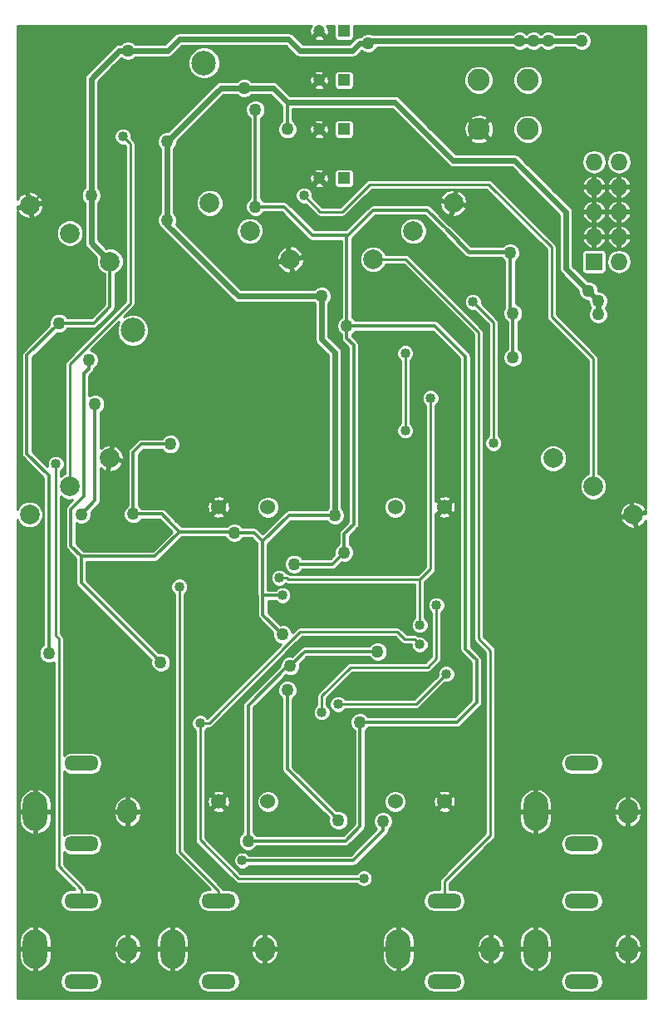
<source format=gtl>
G04 #@! TF.FileFunction,Copper,L1,Top,Signal*
%FSLAX46Y46*%
G04 Gerber Fmt 4.6, Leading zero omitted, Abs format (unit mm)*
G04 Created by KiCad (PCBNEW 4.0.2-stable) date 2017-12-28 3:27:39 PM*
%MOMM*%
G01*
G04 APERTURE LIST*
%ADD10C,0.100000*%
%ADD11C,1.998980*%
%ADD12C,2.250000*%
%ADD13C,2.500000*%
%ADD14R,1.200000X1.200000*%
%ADD15C,1.200000*%
%ADD16O,2.500000X4.000000*%
%ADD17O,2.000000X2.500000*%
%ADD18O,3.500000X1.500000*%
%ADD19R,1.727200X1.727200*%
%ADD20O,1.727200X1.727200*%
%ADD21C,1.524000*%
%ADD22C,1.016000*%
%ADD23C,1.270000*%
%ADD24C,0.254000*%
%ADD25C,0.355600*%
%ADD26C,0.609600*%
%ADD27C,0.406400*%
%ADD28C,0.304800*%
G04 APERTURE END LIST*
D10*
D11*
X17822777Y-33606433D03*
X21918537Y-36474315D03*
X13727017Y-30738551D03*
D12*
X59500000Y-18000000D03*
X64500000Y-18000000D03*
X64500000Y-23000000D03*
X59500000Y-23000000D03*
D13*
X24250000Y-43500000D03*
X31500000Y-16250000D03*
D14*
X45770000Y-28000000D03*
D15*
X43230000Y-28000000D03*
D14*
X45770000Y-23000000D03*
D15*
X43230000Y-23000000D03*
D14*
X45770000Y-18000000D03*
D15*
X43230000Y-18000000D03*
D14*
X45770000Y-13000000D03*
D15*
X43230000Y-13000000D03*
D11*
X36177223Y-33393567D03*
X32081463Y-30525685D03*
X40272983Y-36261449D03*
X17822777Y-59393567D03*
X13727017Y-62261449D03*
X21918537Y-56525685D03*
X71177223Y-59393567D03*
X67081463Y-56525685D03*
X75272983Y-62261449D03*
X52822777Y-33393567D03*
X48727017Y-36261449D03*
X56918537Y-30525685D03*
D16*
X14300000Y-106500000D03*
D17*
X23700000Y-106500000D03*
D18*
X19000000Y-101600000D03*
X19000000Y-109800000D03*
D16*
X14300000Y-92500000D03*
D17*
X23700000Y-92500000D03*
D18*
X19000000Y-87600000D03*
X19000000Y-95800000D03*
D16*
X65300000Y-92500000D03*
D17*
X74700000Y-92500000D03*
D18*
X70000000Y-87600000D03*
X70000000Y-95800000D03*
D16*
X51300000Y-106500000D03*
D17*
X60700000Y-106500000D03*
D18*
X56000000Y-101600000D03*
X56000000Y-109800000D03*
D16*
X28300000Y-106500000D03*
D17*
X37700000Y-106500000D03*
D18*
X33000000Y-101600000D03*
X33000000Y-109800000D03*
D16*
X65300000Y-106500000D03*
D17*
X74700000Y-106500000D03*
D18*
X70000000Y-101600000D03*
X70000000Y-109800000D03*
D19*
X71250000Y-36500000D03*
D20*
X73790000Y-36500000D03*
X71250000Y-33960000D03*
X73790000Y-33960000D03*
X71250000Y-31420000D03*
X73790000Y-31420000D03*
X71250000Y-28880000D03*
X73790000Y-28880000D03*
X71250000Y-26340000D03*
X73790000Y-26340000D03*
D21*
X51000000Y-61500000D03*
X56000000Y-61500000D03*
X38000000Y-61500000D03*
X33000000Y-61500000D03*
X38000000Y-91500000D03*
X33000000Y-91500000D03*
X51000000Y-91500000D03*
X56000000Y-91500000D03*
D22*
X39200000Y-68700000D03*
X53500000Y-73500000D03*
X54600000Y-50400000D03*
X17800000Y-24300000D03*
X49100000Y-89600000D03*
X27100000Y-46300000D03*
X24400000Y-53500000D03*
X50100000Y-49000000D03*
X35400000Y-73300000D03*
X38400000Y-34000000D03*
X40000000Y-26900000D03*
X23839968Y-65477508D03*
X39750000Y-89750000D03*
X21750000Y-17750000D03*
X29000000Y-27250000D03*
X14500000Y-70000000D03*
X39967298Y-24500000D03*
X24238905Y-63612974D03*
X52160171Y-59500000D03*
X35500000Y-77500000D03*
X26400000Y-72600000D03*
X65600000Y-38200000D03*
X31100000Y-83500000D03*
X47800000Y-99300000D03*
X53500000Y-75500000D03*
D23*
X63675000Y-14000000D03*
X65100000Y-14000000D03*
X66575000Y-14000000D03*
X15683980Y-76400000D03*
X36750000Y-30899100D03*
X36750000Y-21000000D03*
X19000000Y-62250000D03*
X62700000Y-35600000D03*
X46057295Y-43035141D03*
X20000000Y-29750000D03*
X20400000Y-51000000D03*
X16750000Y-42750000D03*
X23750000Y-15000000D03*
X48250006Y-14250000D03*
X70000000Y-14000000D03*
X63000000Y-46250000D03*
X49200000Y-76200000D03*
X63000000Y-41750000D03*
X40700000Y-67300000D03*
X40255941Y-77700000D03*
X45797518Y-66110692D03*
X36000000Y-95500000D03*
X47400000Y-83400000D03*
X70700000Y-39500000D03*
X71675000Y-40475002D03*
X71675000Y-41875000D03*
X28100000Y-55100000D03*
X24300000Y-62200000D03*
X35599998Y-18800000D03*
X40012257Y-22999959D03*
X27750000Y-32250000D03*
X27100000Y-77300000D03*
X43500000Y-40000000D03*
D22*
X39500000Y-70500000D03*
D23*
X19750000Y-46500000D03*
X34600000Y-64100000D03*
X27750000Y-24250000D03*
X44854355Y-62345645D03*
X45216020Y-93400000D03*
X40000000Y-80143980D03*
X39527332Y-74484231D03*
D22*
X35400000Y-97500000D03*
D23*
X49750000Y-93500000D03*
D22*
X16400000Y-57100000D03*
X29000000Y-69600000D03*
X41700000Y-29750000D03*
X52000000Y-45800000D03*
X52000000Y-53700000D03*
X43500000Y-82400000D03*
X55200000Y-71500000D03*
X45161780Y-81577596D03*
X56200000Y-78499998D03*
X61000000Y-55000000D03*
X58904941Y-40583999D03*
X23250000Y-23749992D03*
D24*
X53500000Y-68938140D02*
X53461860Y-68900000D01*
X53461860Y-68900000D02*
X40118420Y-68900000D01*
X40118420Y-68900000D02*
X39918420Y-68700000D01*
X39918420Y-68700000D02*
X39200000Y-68700000D01*
X53500000Y-68938140D02*
X53500000Y-68900000D01*
X53500000Y-68900000D02*
X54600000Y-67800000D01*
X54600000Y-67800000D02*
X54600000Y-51118420D01*
X54600000Y-51118420D02*
X54600000Y-50400000D01*
X53500000Y-73500000D02*
X53500000Y-68938140D01*
X14726506Y-25673494D02*
X16100000Y-24300000D01*
X16100000Y-24300000D02*
X17800000Y-24300000D01*
X13727017Y-30738551D02*
X14726506Y-29739062D01*
X14726506Y-29739062D02*
X14726506Y-25673494D01*
X53500000Y-75500000D02*
X52992001Y-74992001D01*
X40543333Y-74971912D02*
X32015245Y-83500000D01*
X52992001Y-74992001D02*
X51992001Y-74992001D01*
X32015245Y-83500000D02*
X31818420Y-83500000D01*
X51992001Y-74992001D02*
X51200000Y-74200000D01*
X51200000Y-74200000D02*
X41300000Y-74200000D01*
X41300000Y-74200000D02*
X40543333Y-74956667D01*
X40543333Y-74956667D02*
X40543333Y-74971912D01*
X31818420Y-83500000D02*
X31100000Y-83500000D01*
X35000000Y-99300000D02*
X47800000Y-99300000D01*
X31100000Y-95400000D02*
X35000000Y-99300000D01*
X31100000Y-83500000D02*
X31100000Y-95400000D01*
D25*
X46200000Y-33800000D02*
X48750000Y-31250000D01*
X48750000Y-31250000D02*
X54250000Y-31250000D01*
X54250000Y-31250000D02*
X56250000Y-33250000D01*
X36750000Y-30899100D02*
X39649100Y-30899100D01*
X39649100Y-30899100D02*
X42550000Y-33800000D01*
X42550000Y-33800000D02*
X46200000Y-33800000D01*
D26*
X70000000Y-14000000D02*
X65100000Y-14000000D01*
X65100000Y-14000000D02*
X48500006Y-14000000D01*
D25*
X15683980Y-75501975D02*
X15683980Y-76400000D01*
X13460000Y-56050908D02*
X15683980Y-58274888D01*
X16750000Y-42750000D02*
X13460000Y-46040000D01*
X15683980Y-58274888D02*
X15683980Y-75501975D01*
X13460000Y-46040000D02*
X13460000Y-56050908D01*
X19000000Y-62250000D02*
X20400000Y-60850000D01*
X20400000Y-51898025D02*
X20400000Y-51000000D01*
X20400000Y-60850000D02*
X20400000Y-51898025D01*
X36750000Y-21000000D02*
X36750000Y-30899100D01*
D26*
X28972411Y-13827589D02*
X40127589Y-13827589D01*
D25*
X47400000Y-83400000D02*
X57300000Y-83400000D01*
X57300000Y-83400000D02*
X59300000Y-81400000D01*
X59300000Y-81400000D02*
X59300000Y-77100000D01*
X59300000Y-77100000D02*
X58131801Y-75931801D01*
X48815759Y-43035141D02*
X46057295Y-43035141D01*
X58131801Y-75931801D02*
X58131801Y-46131801D01*
X58131801Y-46131801D02*
X55035141Y-43035141D01*
X55035141Y-43035141D02*
X48815759Y-43035141D01*
X46057295Y-43035141D02*
X46057295Y-44307295D01*
X46057295Y-44307295D02*
X46750000Y-45000000D01*
X46750000Y-45000000D02*
X46750000Y-63250000D01*
X46750000Y-63250000D02*
X45797518Y-64202482D01*
X45797518Y-64202482D02*
X45797518Y-66110692D01*
X46057295Y-33942705D02*
X46200000Y-33800000D01*
X46057295Y-43035141D02*
X46057295Y-33942705D01*
D27*
X62700000Y-35600000D02*
X62600000Y-35500000D01*
X62600000Y-35500000D02*
X58500000Y-35500000D01*
X58500000Y-35500000D02*
X56250000Y-33250000D01*
D25*
X62700000Y-35600000D02*
X62700000Y-41450000D01*
X45162519Y-66745691D02*
X45797518Y-66110692D01*
D26*
X23750000Y-15000000D02*
X27800000Y-15000000D01*
X27800000Y-15000000D02*
X28972411Y-13827589D01*
X47351981Y-14250000D02*
X48250006Y-14250000D01*
X40127589Y-13827589D02*
X41300000Y-15000000D01*
X41300000Y-15000000D02*
X46601981Y-15000000D01*
X46601981Y-15000000D02*
X47351981Y-14250000D01*
D25*
X40255941Y-77700000D02*
X40000000Y-77700000D01*
X36000000Y-81700000D02*
X36000000Y-94601975D01*
X40000000Y-77700000D02*
X36000000Y-81700000D01*
X36000000Y-94601975D02*
X36000000Y-95500000D01*
D26*
X20000000Y-28851975D02*
X20000000Y-29750000D01*
X20000000Y-17851975D02*
X20000000Y-28851975D01*
X22851975Y-15000000D02*
X20000000Y-17851975D01*
X23750000Y-15000000D02*
X22851975Y-15000000D01*
X20000000Y-30648025D02*
X20000000Y-29750000D01*
X20000000Y-34555778D02*
X20000000Y-30648025D01*
X21918537Y-36474315D02*
X20000000Y-34555778D01*
D25*
X20250000Y-42750000D02*
X16750000Y-42750000D01*
X21918537Y-36474315D02*
X21918537Y-41081463D01*
X21918537Y-41081463D02*
X20250000Y-42750000D01*
D26*
X48500006Y-14000000D02*
X48250006Y-14250000D01*
D28*
X63000000Y-42250000D02*
X63000000Y-45351975D01*
X63000000Y-45351975D02*
X63000000Y-46250000D01*
X62750000Y-42000000D02*
X63000000Y-42250000D01*
X63000000Y-41750000D02*
X63000000Y-46250000D01*
D25*
X48301975Y-76200000D02*
X49200000Y-76200000D01*
X41755941Y-76200000D02*
X48301975Y-76200000D01*
X40255941Y-77700000D02*
X41755941Y-76200000D01*
X62700000Y-41450000D02*
X63000000Y-41750000D01*
X44608210Y-67300000D02*
X45162519Y-66745691D01*
X40700000Y-67300000D02*
X44608210Y-67300000D01*
X36898025Y-95500000D02*
X36000000Y-95500000D01*
X45900000Y-95500000D02*
X36898025Y-95500000D01*
X47400000Y-94000000D02*
X45900000Y-95500000D01*
X47400000Y-83400000D02*
X47400000Y-94000000D01*
D26*
X40000000Y-20250000D02*
X50950000Y-20250000D01*
X56900000Y-26200000D02*
X63150000Y-26200000D01*
X50950000Y-20250000D02*
X56900000Y-26200000D01*
X68400000Y-31450000D02*
X68400000Y-37200002D01*
X63150000Y-26200000D02*
X68400000Y-31450000D01*
X68400000Y-37200002D02*
X71675000Y-40475002D01*
X71675000Y-41875000D02*
X71675000Y-40475002D01*
D25*
X24300000Y-62200000D02*
X27200000Y-62200000D01*
X27200000Y-62200000D02*
X28200000Y-63200000D01*
X28200000Y-63200000D02*
X29000000Y-64000000D01*
X24300000Y-62200000D02*
X24300000Y-55900000D01*
X24300000Y-55900000D02*
X25100000Y-55100000D01*
X25100000Y-55100000D02*
X28100000Y-55100000D01*
X29000000Y-64000000D02*
X26500000Y-66500000D01*
X26500000Y-66500000D02*
X24200000Y-66500000D01*
X24200000Y-66500000D02*
X19000000Y-66500000D01*
D26*
X27750000Y-24250000D02*
X33200000Y-18800000D01*
X33200000Y-18800000D02*
X35599998Y-18800000D01*
X36498023Y-18800000D02*
X35599998Y-18800000D01*
X38550000Y-18800000D02*
X36498023Y-18800000D01*
X40000000Y-20250000D02*
X38550000Y-18800000D01*
D25*
X40012257Y-22999959D02*
X40012257Y-22101934D01*
X40012257Y-22101934D02*
X40000000Y-22089677D01*
X40000000Y-22089677D02*
X40000000Y-20250000D01*
X17933199Y-65433199D02*
X19000000Y-66500000D01*
X17933199Y-61737935D02*
X17933199Y-65433199D01*
X19750000Y-46500000D02*
X19750000Y-47398025D01*
X19254068Y-60417066D02*
X17933199Y-61737935D01*
X19254068Y-47893957D02*
X19254068Y-60417066D01*
X19750000Y-47398025D02*
X19254068Y-47893957D01*
X37460199Y-65039801D02*
X37500000Y-65000000D01*
X37500000Y-70395962D02*
X37460199Y-70356161D01*
X37460199Y-70356161D02*
X37460199Y-65039801D01*
D26*
X27750000Y-24250000D02*
X27750000Y-32250000D01*
X27750000Y-32250000D02*
X27750000Y-32750000D01*
X43500000Y-40000000D02*
X43500000Y-44400000D01*
X43500000Y-44400000D02*
X44854355Y-45754355D01*
X44854355Y-45754355D02*
X44854355Y-62345645D01*
D25*
X26465001Y-76665001D02*
X27100000Y-77300000D01*
X19000000Y-69200000D02*
X26465001Y-76665001D01*
X19000000Y-66500000D02*
X19000000Y-69200000D01*
D26*
X35000000Y-40000000D02*
X42601975Y-40000000D01*
X27750000Y-32750000D02*
X35000000Y-40000000D01*
X42601975Y-40000000D02*
X43500000Y-40000000D01*
D25*
X34600000Y-64100000D02*
X34500000Y-64000000D01*
X34500000Y-64000000D02*
X29000000Y-64000000D01*
X37500000Y-65000000D02*
X36600000Y-64100000D01*
X36600000Y-64100000D02*
X35498025Y-64100000D01*
X35498025Y-64100000D02*
X34600000Y-64100000D01*
X40154355Y-62345645D02*
X44854355Y-62345645D01*
X37500000Y-65000000D02*
X40154355Y-62345645D01*
X37604038Y-70500000D02*
X37500000Y-70395962D01*
X39500000Y-70500000D02*
X37604038Y-70500000D01*
X37500000Y-72456899D02*
X37500000Y-70395962D01*
X40000000Y-88183980D02*
X44581021Y-92765001D01*
X40000000Y-80143980D02*
X40000000Y-88183980D01*
X44581021Y-92765001D02*
X45216020Y-93400000D01*
X39527332Y-74484231D02*
X37500000Y-72456899D01*
X49750000Y-94450000D02*
X49750000Y-93500000D01*
X46700000Y-97500000D02*
X49750000Y-94450000D01*
X35400000Y-97500000D02*
X46700000Y-97500000D01*
D24*
X16400000Y-57818420D02*
X16400000Y-57100000D01*
X16700000Y-74900000D02*
X16400000Y-74600000D01*
X19000000Y-100400000D02*
X16700000Y-98100000D01*
X19000000Y-101600000D02*
X19000000Y-100400000D01*
X16700000Y-98100000D02*
X16700000Y-74900000D01*
X16400000Y-74600000D02*
X16400000Y-57818420D01*
X16400000Y-57150000D02*
X16400000Y-57100000D01*
X56000000Y-101600000D02*
X56000000Y-99600000D01*
X56000000Y-99600000D02*
X60700000Y-94900000D01*
X60700000Y-94900000D02*
X60700000Y-76100000D01*
X60700000Y-76100000D02*
X59500000Y-74900000D01*
X59500000Y-74900000D02*
X59500000Y-43700000D01*
X59500000Y-43700000D02*
X52061449Y-36261449D01*
X52061449Y-36261449D02*
X48727017Y-36261449D01*
X29000000Y-70318420D02*
X29000000Y-69600000D01*
X29000000Y-96596000D02*
X29000000Y-70318420D01*
X33000000Y-100596000D02*
X29000000Y-96596000D01*
X33000000Y-101600000D02*
X33000000Y-100596000D01*
X41700000Y-29750000D02*
X43350000Y-31400000D01*
X66900000Y-42100000D02*
X71177223Y-46377223D01*
X43350000Y-31400000D02*
X45600000Y-31400000D01*
X45600000Y-31400000D02*
X48400000Y-28600000D01*
X48400000Y-28600000D02*
X60496593Y-28600000D01*
X60496593Y-28600000D02*
X66900000Y-35003407D01*
X66900000Y-35003407D02*
X66900000Y-42100000D01*
X71177223Y-46377223D02*
X71177223Y-59393567D01*
X52000000Y-53700000D02*
X52000000Y-45800000D01*
X43500000Y-82400000D02*
X43500000Y-80750000D01*
X43500000Y-80750000D02*
X46450000Y-77800000D01*
X46450000Y-77800000D02*
X54300000Y-77800000D01*
X54300000Y-77800000D02*
X55200000Y-76900000D01*
X55200000Y-76900000D02*
X55200000Y-72218420D01*
X55200000Y-72218420D02*
X55200000Y-71500000D01*
X45880200Y-81577596D02*
X45161780Y-81577596D01*
X53122402Y-81577596D02*
X45880200Y-81577596D01*
X56200000Y-78499998D02*
X53122402Y-81577596D01*
X58904941Y-40583999D02*
X61000000Y-42679058D01*
X61000000Y-42679058D02*
X61000000Y-55000000D01*
X17822777Y-59393567D02*
X17822777Y-46923539D01*
X17822777Y-46923539D02*
X24000000Y-40746316D01*
X24000000Y-40746316D02*
X24000000Y-24499992D01*
X24000000Y-24499992D02*
X23250000Y-23749992D01*
G36*
X42506619Y-12456227D02*
X42352706Y-12519590D01*
X42235641Y-12891885D01*
X42269958Y-13280639D01*
X42352706Y-13480410D01*
X42506621Y-13543774D01*
X43050395Y-13000000D01*
X43036253Y-12985858D01*
X43215858Y-12806253D01*
X43230000Y-12820395D01*
X43244143Y-12806253D01*
X43423748Y-12985858D01*
X43409605Y-13000000D01*
X43953379Y-13543774D01*
X44107294Y-13480410D01*
X44224359Y-13108115D01*
X44190042Y-12719361D01*
X44107294Y-12519590D01*
X43953381Y-12456227D01*
X43953608Y-12456000D01*
X44781536Y-12456000D01*
X44781536Y-13600000D01*
X44808103Y-13741190D01*
X44891546Y-13870865D01*
X45018866Y-13957859D01*
X45170000Y-13988464D01*
X46370000Y-13988464D01*
X46511190Y-13961897D01*
X46640865Y-13878454D01*
X46727859Y-13751134D01*
X46758464Y-13600000D01*
X46758464Y-12456000D01*
X76544000Y-12456000D01*
X76544000Y-61666633D01*
X76238711Y-61237476D01*
X75773342Y-60945853D01*
X75375499Y-60857653D01*
X75171247Y-60953114D01*
X75376000Y-62114325D01*
X76537212Y-61909572D01*
X76544000Y-61832757D01*
X76544000Y-62166293D01*
X75420107Y-62364466D01*
X75624860Y-63525678D01*
X75849443Y-63545524D01*
X76296956Y-63227177D01*
X76544000Y-62832947D01*
X76544000Y-111544000D01*
X12456000Y-111544000D01*
X12456000Y-109800000D01*
X16827251Y-109800000D01*
X16913343Y-110232815D01*
X17158513Y-110599738D01*
X17525436Y-110844908D01*
X17958251Y-110931000D01*
X20041749Y-110931000D01*
X20474564Y-110844908D01*
X20841487Y-110599738D01*
X21086657Y-110232815D01*
X21172749Y-109800000D01*
X30827251Y-109800000D01*
X30913343Y-110232815D01*
X31158513Y-110599738D01*
X31525436Y-110844908D01*
X31958251Y-110931000D01*
X34041749Y-110931000D01*
X34474564Y-110844908D01*
X34841487Y-110599738D01*
X35086657Y-110232815D01*
X35172749Y-109800000D01*
X53827251Y-109800000D01*
X53913343Y-110232815D01*
X54158513Y-110599738D01*
X54525436Y-110844908D01*
X54958251Y-110931000D01*
X57041749Y-110931000D01*
X57474564Y-110844908D01*
X57841487Y-110599738D01*
X58086657Y-110232815D01*
X58172749Y-109800000D01*
X67827251Y-109800000D01*
X67913343Y-110232815D01*
X68158513Y-110599738D01*
X68525436Y-110844908D01*
X68958251Y-110931000D01*
X71041749Y-110931000D01*
X71474564Y-110844908D01*
X71841487Y-110599738D01*
X72086657Y-110232815D01*
X72172749Y-109800000D01*
X72086657Y-109367185D01*
X71841487Y-109000262D01*
X71474564Y-108755092D01*
X71041749Y-108669000D01*
X68958251Y-108669000D01*
X68525436Y-108755092D01*
X68158513Y-109000262D01*
X67913343Y-109367185D01*
X67827251Y-109800000D01*
X58172749Y-109800000D01*
X58086657Y-109367185D01*
X57841487Y-109000262D01*
X57474564Y-108755092D01*
X57041749Y-108669000D01*
X54958251Y-108669000D01*
X54525436Y-108755092D01*
X54158513Y-109000262D01*
X53913343Y-109367185D01*
X53827251Y-109800000D01*
X35172749Y-109800000D01*
X35086657Y-109367185D01*
X34841487Y-109000262D01*
X34474564Y-108755092D01*
X34041749Y-108669000D01*
X31958251Y-108669000D01*
X31525436Y-108755092D01*
X31158513Y-109000262D01*
X30913343Y-109367185D01*
X30827251Y-109800000D01*
X21172749Y-109800000D01*
X21086657Y-109367185D01*
X20841487Y-109000262D01*
X20474564Y-108755092D01*
X20041749Y-108669000D01*
X17958251Y-108669000D01*
X17525436Y-108755092D01*
X17158513Y-109000262D01*
X16913343Y-109367185D01*
X16827251Y-109800000D01*
X12456000Y-109800000D01*
X12456000Y-106627000D01*
X12669000Y-106627000D01*
X12669000Y-107377000D01*
X12841753Y-107991489D01*
X13236511Y-108493093D01*
X13793175Y-108805448D01*
X13920194Y-108836161D01*
X14173000Y-108780490D01*
X14173000Y-106627000D01*
X14427000Y-106627000D01*
X14427000Y-108780490D01*
X14679806Y-108836161D01*
X14806825Y-108805448D01*
X15363489Y-108493093D01*
X15758247Y-107991489D01*
X15931000Y-107377000D01*
X15931000Y-106845432D01*
X22311196Y-106845432D01*
X22453433Y-107369640D01*
X22785448Y-107799513D01*
X23256695Y-108069607D01*
X23359443Y-108088350D01*
X23573000Y-108029462D01*
X23573000Y-106627000D01*
X23827000Y-106627000D01*
X23827000Y-108029462D01*
X24040557Y-108088350D01*
X24143305Y-108069607D01*
X24614552Y-107799513D01*
X24946567Y-107369640D01*
X25088804Y-106845432D01*
X24991384Y-106627000D01*
X26669000Y-106627000D01*
X26669000Y-107377000D01*
X26841753Y-107991489D01*
X27236511Y-108493093D01*
X27793175Y-108805448D01*
X27920194Y-108836161D01*
X28173000Y-108780490D01*
X28173000Y-106627000D01*
X28427000Y-106627000D01*
X28427000Y-108780490D01*
X28679806Y-108836161D01*
X28806825Y-108805448D01*
X29363489Y-108493093D01*
X29758247Y-107991489D01*
X29931000Y-107377000D01*
X29931000Y-106845432D01*
X36311196Y-106845432D01*
X36453433Y-107369640D01*
X36785448Y-107799513D01*
X37256695Y-108069607D01*
X37359443Y-108088350D01*
X37573000Y-108029462D01*
X37573000Y-106627000D01*
X37827000Y-106627000D01*
X37827000Y-108029462D01*
X38040557Y-108088350D01*
X38143305Y-108069607D01*
X38614552Y-107799513D01*
X38946567Y-107369640D01*
X39088804Y-106845432D01*
X38991384Y-106627000D01*
X49669000Y-106627000D01*
X49669000Y-107377000D01*
X49841753Y-107991489D01*
X50236511Y-108493093D01*
X50793175Y-108805448D01*
X50920194Y-108836161D01*
X51173000Y-108780490D01*
X51173000Y-106627000D01*
X51427000Y-106627000D01*
X51427000Y-108780490D01*
X51679806Y-108836161D01*
X51806825Y-108805448D01*
X52363489Y-108493093D01*
X52758247Y-107991489D01*
X52931000Y-107377000D01*
X52931000Y-106845432D01*
X59311196Y-106845432D01*
X59453433Y-107369640D01*
X59785448Y-107799513D01*
X60256695Y-108069607D01*
X60359443Y-108088350D01*
X60573000Y-108029462D01*
X60573000Y-106627000D01*
X60827000Y-106627000D01*
X60827000Y-108029462D01*
X61040557Y-108088350D01*
X61143305Y-108069607D01*
X61614552Y-107799513D01*
X61946567Y-107369640D01*
X62088804Y-106845432D01*
X61991384Y-106627000D01*
X63669000Y-106627000D01*
X63669000Y-107377000D01*
X63841753Y-107991489D01*
X64236511Y-108493093D01*
X64793175Y-108805448D01*
X64920194Y-108836161D01*
X65173000Y-108780490D01*
X65173000Y-106627000D01*
X65427000Y-106627000D01*
X65427000Y-108780490D01*
X65679806Y-108836161D01*
X65806825Y-108805448D01*
X66363489Y-108493093D01*
X66758247Y-107991489D01*
X66931000Y-107377000D01*
X66931000Y-106845432D01*
X73311196Y-106845432D01*
X73453433Y-107369640D01*
X73785448Y-107799513D01*
X74256695Y-108069607D01*
X74359443Y-108088350D01*
X74573000Y-108029462D01*
X74573000Y-106627000D01*
X74827000Y-106627000D01*
X74827000Y-108029462D01*
X75040557Y-108088350D01*
X75143305Y-108069607D01*
X75614552Y-107799513D01*
X75946567Y-107369640D01*
X76088804Y-106845432D01*
X75991384Y-106627000D01*
X74827000Y-106627000D01*
X74573000Y-106627000D01*
X73408616Y-106627000D01*
X73311196Y-106845432D01*
X66931000Y-106845432D01*
X66931000Y-106627000D01*
X65427000Y-106627000D01*
X65173000Y-106627000D01*
X63669000Y-106627000D01*
X61991384Y-106627000D01*
X60827000Y-106627000D01*
X60573000Y-106627000D01*
X59408616Y-106627000D01*
X59311196Y-106845432D01*
X52931000Y-106845432D01*
X52931000Y-106627000D01*
X51427000Y-106627000D01*
X51173000Y-106627000D01*
X49669000Y-106627000D01*
X38991384Y-106627000D01*
X37827000Y-106627000D01*
X37573000Y-106627000D01*
X36408616Y-106627000D01*
X36311196Y-106845432D01*
X29931000Y-106845432D01*
X29931000Y-106627000D01*
X28427000Y-106627000D01*
X28173000Y-106627000D01*
X26669000Y-106627000D01*
X24991384Y-106627000D01*
X23827000Y-106627000D01*
X23573000Y-106627000D01*
X22408616Y-106627000D01*
X22311196Y-106845432D01*
X15931000Y-106845432D01*
X15931000Y-106627000D01*
X14427000Y-106627000D01*
X14173000Y-106627000D01*
X12669000Y-106627000D01*
X12456000Y-106627000D01*
X12456000Y-105623000D01*
X12669000Y-105623000D01*
X12669000Y-106373000D01*
X14173000Y-106373000D01*
X14173000Y-104219510D01*
X14427000Y-104219510D01*
X14427000Y-106373000D01*
X15931000Y-106373000D01*
X15931000Y-106154568D01*
X22311196Y-106154568D01*
X22408616Y-106373000D01*
X23573000Y-106373000D01*
X23573000Y-104970538D01*
X23827000Y-104970538D01*
X23827000Y-106373000D01*
X24991384Y-106373000D01*
X25088804Y-106154568D01*
X24946567Y-105630360D01*
X24940883Y-105623000D01*
X26669000Y-105623000D01*
X26669000Y-106373000D01*
X28173000Y-106373000D01*
X28173000Y-104219510D01*
X28427000Y-104219510D01*
X28427000Y-106373000D01*
X29931000Y-106373000D01*
X29931000Y-106154568D01*
X36311196Y-106154568D01*
X36408616Y-106373000D01*
X37573000Y-106373000D01*
X37573000Y-104970538D01*
X37827000Y-104970538D01*
X37827000Y-106373000D01*
X38991384Y-106373000D01*
X39088804Y-106154568D01*
X38946567Y-105630360D01*
X38940883Y-105623000D01*
X49669000Y-105623000D01*
X49669000Y-106373000D01*
X51173000Y-106373000D01*
X51173000Y-104219510D01*
X51427000Y-104219510D01*
X51427000Y-106373000D01*
X52931000Y-106373000D01*
X52931000Y-106154568D01*
X59311196Y-106154568D01*
X59408616Y-106373000D01*
X60573000Y-106373000D01*
X60573000Y-104970538D01*
X60827000Y-104970538D01*
X60827000Y-106373000D01*
X61991384Y-106373000D01*
X62088804Y-106154568D01*
X61946567Y-105630360D01*
X61940883Y-105623000D01*
X63669000Y-105623000D01*
X63669000Y-106373000D01*
X65173000Y-106373000D01*
X65173000Y-104219510D01*
X65427000Y-104219510D01*
X65427000Y-106373000D01*
X66931000Y-106373000D01*
X66931000Y-106154568D01*
X73311196Y-106154568D01*
X73408616Y-106373000D01*
X74573000Y-106373000D01*
X74573000Y-104970538D01*
X74827000Y-104970538D01*
X74827000Y-106373000D01*
X75991384Y-106373000D01*
X76088804Y-106154568D01*
X75946567Y-105630360D01*
X75614552Y-105200487D01*
X75143305Y-104930393D01*
X75040557Y-104911650D01*
X74827000Y-104970538D01*
X74573000Y-104970538D01*
X74359443Y-104911650D01*
X74256695Y-104930393D01*
X73785448Y-105200487D01*
X73453433Y-105630360D01*
X73311196Y-106154568D01*
X66931000Y-106154568D01*
X66931000Y-105623000D01*
X66758247Y-105008511D01*
X66363489Y-104506907D01*
X65806825Y-104194552D01*
X65679806Y-104163839D01*
X65427000Y-104219510D01*
X65173000Y-104219510D01*
X64920194Y-104163839D01*
X64793175Y-104194552D01*
X64236511Y-104506907D01*
X63841753Y-105008511D01*
X63669000Y-105623000D01*
X61940883Y-105623000D01*
X61614552Y-105200487D01*
X61143305Y-104930393D01*
X61040557Y-104911650D01*
X60827000Y-104970538D01*
X60573000Y-104970538D01*
X60359443Y-104911650D01*
X60256695Y-104930393D01*
X59785448Y-105200487D01*
X59453433Y-105630360D01*
X59311196Y-106154568D01*
X52931000Y-106154568D01*
X52931000Y-105623000D01*
X52758247Y-105008511D01*
X52363489Y-104506907D01*
X51806825Y-104194552D01*
X51679806Y-104163839D01*
X51427000Y-104219510D01*
X51173000Y-104219510D01*
X50920194Y-104163839D01*
X50793175Y-104194552D01*
X50236511Y-104506907D01*
X49841753Y-105008511D01*
X49669000Y-105623000D01*
X38940883Y-105623000D01*
X38614552Y-105200487D01*
X38143305Y-104930393D01*
X38040557Y-104911650D01*
X37827000Y-104970538D01*
X37573000Y-104970538D01*
X37359443Y-104911650D01*
X37256695Y-104930393D01*
X36785448Y-105200487D01*
X36453433Y-105630360D01*
X36311196Y-106154568D01*
X29931000Y-106154568D01*
X29931000Y-105623000D01*
X29758247Y-105008511D01*
X29363489Y-104506907D01*
X28806825Y-104194552D01*
X28679806Y-104163839D01*
X28427000Y-104219510D01*
X28173000Y-104219510D01*
X27920194Y-104163839D01*
X27793175Y-104194552D01*
X27236511Y-104506907D01*
X26841753Y-105008511D01*
X26669000Y-105623000D01*
X24940883Y-105623000D01*
X24614552Y-105200487D01*
X24143305Y-104930393D01*
X24040557Y-104911650D01*
X23827000Y-104970538D01*
X23573000Y-104970538D01*
X23359443Y-104911650D01*
X23256695Y-104930393D01*
X22785448Y-105200487D01*
X22453433Y-105630360D01*
X22311196Y-106154568D01*
X15931000Y-106154568D01*
X15931000Y-105623000D01*
X15758247Y-105008511D01*
X15363489Y-104506907D01*
X14806825Y-104194552D01*
X14679806Y-104163839D01*
X14427000Y-104219510D01*
X14173000Y-104219510D01*
X13920194Y-104163839D01*
X13793175Y-104194552D01*
X13236511Y-104506907D01*
X12841753Y-105008511D01*
X12669000Y-105623000D01*
X12456000Y-105623000D01*
X12456000Y-92627000D01*
X12669000Y-92627000D01*
X12669000Y-93377000D01*
X12841753Y-93991489D01*
X13236511Y-94493093D01*
X13793175Y-94805448D01*
X13920194Y-94836161D01*
X14173000Y-94780490D01*
X14173000Y-92627000D01*
X14427000Y-92627000D01*
X14427000Y-94780490D01*
X14679806Y-94836161D01*
X14806825Y-94805448D01*
X15363489Y-94493093D01*
X15758247Y-93991489D01*
X15931000Y-93377000D01*
X15931000Y-92627000D01*
X14427000Y-92627000D01*
X14173000Y-92627000D01*
X12669000Y-92627000D01*
X12456000Y-92627000D01*
X12456000Y-91623000D01*
X12669000Y-91623000D01*
X12669000Y-92373000D01*
X14173000Y-92373000D01*
X14173000Y-90219510D01*
X14427000Y-90219510D01*
X14427000Y-92373000D01*
X15931000Y-92373000D01*
X15931000Y-91623000D01*
X15758247Y-91008511D01*
X15363489Y-90506907D01*
X14806825Y-90194552D01*
X14679806Y-90163839D01*
X14427000Y-90219510D01*
X14173000Y-90219510D01*
X13920194Y-90163839D01*
X13793175Y-90194552D01*
X13236511Y-90506907D01*
X12841753Y-91008511D01*
X12669000Y-91623000D01*
X12456000Y-91623000D01*
X12456000Y-62800364D01*
X12556012Y-63042412D01*
X12944011Y-63431089D01*
X13451216Y-63641698D01*
X14000409Y-63642178D01*
X14507980Y-63432454D01*
X14896657Y-63044455D01*
X15107266Y-62537250D01*
X15107746Y-61988057D01*
X14898022Y-61480486D01*
X14510023Y-61091809D01*
X14002818Y-60881200D01*
X13453625Y-60880720D01*
X12946054Y-61090444D01*
X12557377Y-61478443D01*
X12456000Y-61722587D01*
X12456000Y-46040000D01*
X12901200Y-46040000D01*
X12901200Y-56050908D01*
X12943736Y-56264752D01*
X13044974Y-56416264D01*
X13064869Y-56446039D01*
X15125180Y-58506350D01*
X15125180Y-75531578D01*
X15109214Y-75538175D01*
X14823159Y-75823731D01*
X14668156Y-76197018D01*
X14667804Y-76601208D01*
X14822155Y-76974766D01*
X15107711Y-77260821D01*
X15480998Y-77415824D01*
X15885188Y-77416176D01*
X16192000Y-77289404D01*
X16192000Y-98100000D01*
X16230669Y-98294403D01*
X16340790Y-98459210D01*
X18350580Y-100469000D01*
X17958251Y-100469000D01*
X17525436Y-100555092D01*
X17158513Y-100800262D01*
X16913343Y-101167185D01*
X16827251Y-101600000D01*
X16913343Y-102032815D01*
X17158513Y-102399738D01*
X17525436Y-102644908D01*
X17958251Y-102731000D01*
X20041749Y-102731000D01*
X20474564Y-102644908D01*
X20841487Y-102399738D01*
X21086657Y-102032815D01*
X21172749Y-101600000D01*
X21086657Y-101167185D01*
X20841487Y-100800262D01*
X20474564Y-100555092D01*
X20041749Y-100469000D01*
X19508000Y-100469000D01*
X19508000Y-100400000D01*
X19469331Y-100205597D01*
X19469331Y-100205596D01*
X19359210Y-100040790D01*
X17208000Y-97889580D01*
X17208000Y-96632804D01*
X17525436Y-96844908D01*
X17958251Y-96931000D01*
X20041749Y-96931000D01*
X20474564Y-96844908D01*
X20841487Y-96599738D01*
X21086657Y-96232815D01*
X21172749Y-95800000D01*
X21086657Y-95367185D01*
X20841487Y-95000262D01*
X20474564Y-94755092D01*
X20041749Y-94669000D01*
X17958251Y-94669000D01*
X17525436Y-94755092D01*
X17208000Y-94967196D01*
X17208000Y-92845432D01*
X22311196Y-92845432D01*
X22453433Y-93369640D01*
X22785448Y-93799513D01*
X23256695Y-94069607D01*
X23359443Y-94088350D01*
X23573000Y-94029462D01*
X23573000Y-92627000D01*
X23827000Y-92627000D01*
X23827000Y-94029462D01*
X24040557Y-94088350D01*
X24143305Y-94069607D01*
X24614552Y-93799513D01*
X24946567Y-93369640D01*
X25088804Y-92845432D01*
X24991384Y-92627000D01*
X23827000Y-92627000D01*
X23573000Y-92627000D01*
X22408616Y-92627000D01*
X22311196Y-92845432D01*
X17208000Y-92845432D01*
X17208000Y-92154568D01*
X22311196Y-92154568D01*
X22408616Y-92373000D01*
X23573000Y-92373000D01*
X23573000Y-90970538D01*
X23827000Y-90970538D01*
X23827000Y-92373000D01*
X24991384Y-92373000D01*
X25088804Y-92154568D01*
X24946567Y-91630360D01*
X24614552Y-91200487D01*
X24143305Y-90930393D01*
X24040557Y-90911650D01*
X23827000Y-90970538D01*
X23573000Y-90970538D01*
X23359443Y-90911650D01*
X23256695Y-90930393D01*
X22785448Y-91200487D01*
X22453433Y-91630360D01*
X22311196Y-92154568D01*
X17208000Y-92154568D01*
X17208000Y-88432804D01*
X17525436Y-88644908D01*
X17958251Y-88731000D01*
X20041749Y-88731000D01*
X20474564Y-88644908D01*
X20841487Y-88399738D01*
X21086657Y-88032815D01*
X21172749Y-87600000D01*
X21086657Y-87167185D01*
X20841487Y-86800262D01*
X20474564Y-86555092D01*
X20041749Y-86469000D01*
X17958251Y-86469000D01*
X17525436Y-86555092D01*
X17208000Y-86767196D01*
X17208000Y-74900000D01*
X17169331Y-74705597D01*
X17169331Y-74705596D01*
X17059210Y-74540790D01*
X16908000Y-74389580D01*
X16908000Y-60431206D01*
X17039771Y-60563207D01*
X17546976Y-60773816D01*
X18096169Y-60774296D01*
X18113904Y-60766968D01*
X17538068Y-61342804D01*
X17416935Y-61524091D01*
X17374399Y-61737935D01*
X17374399Y-65433199D01*
X17416935Y-65647043D01*
X17462718Y-65715561D01*
X17538068Y-65828330D01*
X18441200Y-66731463D01*
X18441200Y-69200000D01*
X18483736Y-69413844D01*
X18600669Y-69588846D01*
X18604869Y-69595131D01*
X26069870Y-77060133D01*
X26069873Y-77060135D01*
X26090801Y-77081063D01*
X26084176Y-77097018D01*
X26083824Y-77501208D01*
X26238175Y-77874766D01*
X26523731Y-78160821D01*
X26897018Y-78315824D01*
X27301208Y-78316176D01*
X27674766Y-78161825D01*
X27960821Y-77876269D01*
X28115824Y-77502982D01*
X28116176Y-77098792D01*
X27961825Y-76725234D01*
X27676269Y-76439179D01*
X27302982Y-76284176D01*
X26898792Y-76283824D01*
X26881310Y-76291048D01*
X26860135Y-76269873D01*
X26860133Y-76269870D01*
X20366320Y-69776057D01*
X28110846Y-69776057D01*
X28245903Y-70102920D01*
X28492000Y-70349447D01*
X28492000Y-96596000D01*
X28530669Y-96790403D01*
X28640790Y-96955210D01*
X32154580Y-100469000D01*
X31958251Y-100469000D01*
X31525436Y-100555092D01*
X31158513Y-100800262D01*
X30913343Y-101167185D01*
X30827251Y-101600000D01*
X30913343Y-102032815D01*
X31158513Y-102399738D01*
X31525436Y-102644908D01*
X31958251Y-102731000D01*
X34041749Y-102731000D01*
X34474564Y-102644908D01*
X34841487Y-102399738D01*
X35086657Y-102032815D01*
X35172749Y-101600000D01*
X35086657Y-101167185D01*
X34841487Y-100800262D01*
X34474564Y-100555092D01*
X34041749Y-100469000D01*
X33482738Y-100469000D01*
X33469331Y-100401597D01*
X33469331Y-100401596D01*
X33359210Y-100236790D01*
X29508000Y-96385580D01*
X29508000Y-70349026D01*
X29753218Y-70104236D01*
X29888846Y-69777609D01*
X29889154Y-69423943D01*
X29754097Y-69097080D01*
X29504236Y-68846782D01*
X29177609Y-68711154D01*
X28823943Y-68710846D01*
X28497080Y-68845903D01*
X28246782Y-69095764D01*
X28111154Y-69422391D01*
X28110846Y-69776057D01*
X20366320Y-69776057D01*
X19558800Y-68968538D01*
X19558800Y-67058800D01*
X26500000Y-67058800D01*
X26713844Y-67016264D01*
X26895131Y-66895131D01*
X29231462Y-64558800D01*
X33690259Y-64558800D01*
X33738175Y-64674766D01*
X34023731Y-64960821D01*
X34397018Y-65115824D01*
X34801208Y-65116176D01*
X35174766Y-64961825D01*
X35460821Y-64676269D01*
X35468075Y-64658800D01*
X36368538Y-64658800D01*
X36901399Y-65191661D01*
X36901399Y-70356161D01*
X36941200Y-70556255D01*
X36941200Y-72456899D01*
X36983736Y-72670743D01*
X37033957Y-72745903D01*
X37104869Y-72852030D01*
X38518133Y-74265295D01*
X38511508Y-74281249D01*
X38511156Y-74685439D01*
X38665507Y-75058997D01*
X38951063Y-75345052D01*
X39304862Y-75491963D01*
X31826945Y-82969880D01*
X31604236Y-82746782D01*
X31277609Y-82611154D01*
X30923943Y-82610846D01*
X30597080Y-82745903D01*
X30346782Y-82995764D01*
X30211154Y-83322391D01*
X30210846Y-83676057D01*
X30345903Y-84002920D01*
X30592000Y-84249447D01*
X30592000Y-95400000D01*
X30630669Y-95594403D01*
X30740790Y-95759210D01*
X34640790Y-99659210D01*
X34805597Y-99769331D01*
X35000000Y-99808000D01*
X47050974Y-99808000D01*
X47295764Y-100053218D01*
X47622391Y-100188846D01*
X47976057Y-100189154D01*
X48302920Y-100054097D01*
X48553218Y-99804236D01*
X48688846Y-99477609D01*
X48689154Y-99123943D01*
X48554097Y-98797080D01*
X48304236Y-98546782D01*
X47977609Y-98411154D01*
X47623943Y-98410846D01*
X47297080Y-98545903D01*
X47050553Y-98792000D01*
X35210420Y-98792000D01*
X34094477Y-97676057D01*
X34510846Y-97676057D01*
X34645903Y-98002920D01*
X34895764Y-98253218D01*
X35222391Y-98388846D01*
X35576057Y-98389154D01*
X35902920Y-98254097D01*
X36098559Y-98058800D01*
X46700000Y-98058800D01*
X46913844Y-98016264D01*
X47095131Y-97895131D01*
X50145131Y-94845132D01*
X50238366Y-94705596D01*
X50266264Y-94663844D01*
X50308800Y-94450000D01*
X50308800Y-94368422D01*
X50324766Y-94361825D01*
X50610821Y-94076269D01*
X50765824Y-93702982D01*
X50766176Y-93298792D01*
X50611825Y-92925234D01*
X50326269Y-92639179D01*
X49952982Y-92484176D01*
X49548792Y-92483824D01*
X49175234Y-92638175D01*
X48889179Y-92923731D01*
X48734176Y-93297018D01*
X48733824Y-93701208D01*
X48888175Y-94074766D01*
X49111378Y-94298359D01*
X46468538Y-96941200D01*
X36098315Y-96941200D01*
X35904236Y-96746782D01*
X35577609Y-96611154D01*
X35223943Y-96610846D01*
X34897080Y-96745903D01*
X34646782Y-96995764D01*
X34511154Y-97322391D01*
X34510846Y-97676057D01*
X34094477Y-97676057D01*
X32119628Y-95701208D01*
X34983824Y-95701208D01*
X35138175Y-96074766D01*
X35423731Y-96360821D01*
X35797018Y-96515824D01*
X36201208Y-96516176D01*
X36574766Y-96361825D01*
X36860821Y-96076269D01*
X36868075Y-96058800D01*
X45900000Y-96058800D01*
X46113844Y-96016264D01*
X46295131Y-95895131D01*
X47795131Y-94395132D01*
X47884204Y-94261825D01*
X47916264Y-94213844D01*
X47958800Y-94000000D01*
X47958800Y-91726359D01*
X49856802Y-91726359D01*
X50030446Y-92146612D01*
X50351697Y-92468423D01*
X50771646Y-92642801D01*
X51226359Y-92643198D01*
X51646612Y-92469554D01*
X51775229Y-92341160D01*
X55338445Y-92341160D01*
X55421824Y-92511856D01*
X55853055Y-92656091D01*
X56306657Y-92624322D01*
X56578176Y-92511856D01*
X56661555Y-92341160D01*
X56000000Y-91679605D01*
X55338445Y-92341160D01*
X51775229Y-92341160D01*
X51968423Y-92148303D01*
X52142801Y-91728354D01*
X52143128Y-91353055D01*
X54843909Y-91353055D01*
X54875678Y-91806657D01*
X54988144Y-92078176D01*
X55158840Y-92161555D01*
X55820395Y-91500000D01*
X56179605Y-91500000D01*
X56841160Y-92161555D01*
X57011856Y-92078176D01*
X57156091Y-91646945D01*
X57124322Y-91193343D01*
X57011856Y-90921824D01*
X56841160Y-90838445D01*
X56179605Y-91500000D01*
X55820395Y-91500000D01*
X55158840Y-90838445D01*
X54988144Y-90921824D01*
X54843909Y-91353055D01*
X52143128Y-91353055D01*
X52143198Y-91273641D01*
X51969554Y-90853388D01*
X51775345Y-90658840D01*
X55338445Y-90658840D01*
X56000000Y-91320395D01*
X56661555Y-90658840D01*
X56578176Y-90488144D01*
X56146945Y-90343909D01*
X55693343Y-90375678D01*
X55421824Y-90488144D01*
X55338445Y-90658840D01*
X51775345Y-90658840D01*
X51648303Y-90531577D01*
X51228354Y-90357199D01*
X50773641Y-90356802D01*
X50353388Y-90530446D01*
X50031577Y-90851697D01*
X49857199Y-91271646D01*
X49856802Y-91726359D01*
X47958800Y-91726359D01*
X47958800Y-84268422D01*
X47974766Y-84261825D01*
X48260821Y-83976269D01*
X48268075Y-83958800D01*
X57300000Y-83958800D01*
X57513844Y-83916264D01*
X57695131Y-83795131D01*
X59695131Y-81795131D01*
X59794255Y-81646782D01*
X59816264Y-81613844D01*
X59858800Y-81400000D01*
X59858800Y-77100000D01*
X59816264Y-76886156D01*
X59695131Y-76704869D01*
X58690601Y-75700339D01*
X58690601Y-46131801D01*
X58672341Y-46040000D01*
X58648066Y-45917958D01*
X58526933Y-45736670D01*
X55430272Y-42640010D01*
X55324494Y-42569331D01*
X55248985Y-42518877D01*
X55035141Y-42476341D01*
X46925717Y-42476341D01*
X46919120Y-42460375D01*
X46633564Y-42174320D01*
X46616095Y-42167066D01*
X46616095Y-36534841D01*
X47346288Y-36534841D01*
X47556012Y-37042412D01*
X47944011Y-37431089D01*
X48451216Y-37641698D01*
X49000409Y-37642178D01*
X49507980Y-37432454D01*
X49896657Y-37044455D01*
X50010849Y-36769449D01*
X51851029Y-36769449D01*
X58992000Y-43910420D01*
X58992000Y-74900000D01*
X59030669Y-75094403D01*
X59140790Y-75259210D01*
X60192000Y-76310420D01*
X60192000Y-94689580D01*
X55640790Y-99240790D01*
X55530669Y-99405597D01*
X55492000Y-99600000D01*
X55492000Y-100469000D01*
X54958251Y-100469000D01*
X54525436Y-100555092D01*
X54158513Y-100800262D01*
X53913343Y-101167185D01*
X53827251Y-101600000D01*
X53913343Y-102032815D01*
X54158513Y-102399738D01*
X54525436Y-102644908D01*
X54958251Y-102731000D01*
X57041749Y-102731000D01*
X57474564Y-102644908D01*
X57841487Y-102399738D01*
X58086657Y-102032815D01*
X58172749Y-101600000D01*
X67827251Y-101600000D01*
X67913343Y-102032815D01*
X68158513Y-102399738D01*
X68525436Y-102644908D01*
X68958251Y-102731000D01*
X71041749Y-102731000D01*
X71474564Y-102644908D01*
X71841487Y-102399738D01*
X72086657Y-102032815D01*
X72172749Y-101600000D01*
X72086657Y-101167185D01*
X71841487Y-100800262D01*
X71474564Y-100555092D01*
X71041749Y-100469000D01*
X68958251Y-100469000D01*
X68525436Y-100555092D01*
X68158513Y-100800262D01*
X67913343Y-101167185D01*
X67827251Y-101600000D01*
X58172749Y-101600000D01*
X58086657Y-101167185D01*
X57841487Y-100800262D01*
X57474564Y-100555092D01*
X57041749Y-100469000D01*
X56508000Y-100469000D01*
X56508000Y-99810420D01*
X60518420Y-95800000D01*
X67827251Y-95800000D01*
X67913343Y-96232815D01*
X68158513Y-96599738D01*
X68525436Y-96844908D01*
X68958251Y-96931000D01*
X71041749Y-96931000D01*
X71474564Y-96844908D01*
X71841487Y-96599738D01*
X72086657Y-96232815D01*
X72172749Y-95800000D01*
X72086657Y-95367185D01*
X71841487Y-95000262D01*
X71474564Y-94755092D01*
X71041749Y-94669000D01*
X68958251Y-94669000D01*
X68525436Y-94755092D01*
X68158513Y-95000262D01*
X67913343Y-95367185D01*
X67827251Y-95800000D01*
X60518420Y-95800000D01*
X61059210Y-95259210D01*
X61169331Y-95094403D01*
X61208000Y-94900000D01*
X61208000Y-92627000D01*
X63669000Y-92627000D01*
X63669000Y-93377000D01*
X63841753Y-93991489D01*
X64236511Y-94493093D01*
X64793175Y-94805448D01*
X64920194Y-94836161D01*
X65173000Y-94780490D01*
X65173000Y-92627000D01*
X65427000Y-92627000D01*
X65427000Y-94780490D01*
X65679806Y-94836161D01*
X65806825Y-94805448D01*
X66363489Y-94493093D01*
X66758247Y-93991489D01*
X66931000Y-93377000D01*
X66931000Y-92845432D01*
X73311196Y-92845432D01*
X73453433Y-93369640D01*
X73785448Y-93799513D01*
X74256695Y-94069607D01*
X74359443Y-94088350D01*
X74573000Y-94029462D01*
X74573000Y-92627000D01*
X74827000Y-92627000D01*
X74827000Y-94029462D01*
X75040557Y-94088350D01*
X75143305Y-94069607D01*
X75614552Y-93799513D01*
X75946567Y-93369640D01*
X76088804Y-92845432D01*
X75991384Y-92627000D01*
X74827000Y-92627000D01*
X74573000Y-92627000D01*
X73408616Y-92627000D01*
X73311196Y-92845432D01*
X66931000Y-92845432D01*
X66931000Y-92627000D01*
X65427000Y-92627000D01*
X65173000Y-92627000D01*
X63669000Y-92627000D01*
X61208000Y-92627000D01*
X61208000Y-91623000D01*
X63669000Y-91623000D01*
X63669000Y-92373000D01*
X65173000Y-92373000D01*
X65173000Y-90219510D01*
X65427000Y-90219510D01*
X65427000Y-92373000D01*
X66931000Y-92373000D01*
X66931000Y-92154568D01*
X73311196Y-92154568D01*
X73408616Y-92373000D01*
X74573000Y-92373000D01*
X74573000Y-90970538D01*
X74827000Y-90970538D01*
X74827000Y-92373000D01*
X75991384Y-92373000D01*
X76088804Y-92154568D01*
X75946567Y-91630360D01*
X75614552Y-91200487D01*
X75143305Y-90930393D01*
X75040557Y-90911650D01*
X74827000Y-90970538D01*
X74573000Y-90970538D01*
X74359443Y-90911650D01*
X74256695Y-90930393D01*
X73785448Y-91200487D01*
X73453433Y-91630360D01*
X73311196Y-92154568D01*
X66931000Y-92154568D01*
X66931000Y-91623000D01*
X66758247Y-91008511D01*
X66363489Y-90506907D01*
X65806825Y-90194552D01*
X65679806Y-90163839D01*
X65427000Y-90219510D01*
X65173000Y-90219510D01*
X64920194Y-90163839D01*
X64793175Y-90194552D01*
X64236511Y-90506907D01*
X63841753Y-91008511D01*
X63669000Y-91623000D01*
X61208000Y-91623000D01*
X61208000Y-87600000D01*
X67827251Y-87600000D01*
X67913343Y-88032815D01*
X68158513Y-88399738D01*
X68525436Y-88644908D01*
X68958251Y-88731000D01*
X71041749Y-88731000D01*
X71474564Y-88644908D01*
X71841487Y-88399738D01*
X72086657Y-88032815D01*
X72172749Y-87600000D01*
X72086657Y-87167185D01*
X71841487Y-86800262D01*
X71474564Y-86555092D01*
X71041749Y-86469000D01*
X68958251Y-86469000D01*
X68525436Y-86555092D01*
X68158513Y-86800262D01*
X67913343Y-87167185D01*
X67827251Y-87600000D01*
X61208000Y-87600000D01*
X61208000Y-76100000D01*
X61169331Y-75905597D01*
X61169331Y-75905596D01*
X61059210Y-75740790D01*
X60008000Y-74689580D01*
X60008000Y-62837909D01*
X73988908Y-62837909D01*
X74307255Y-63285422D01*
X74772624Y-63577045D01*
X75170467Y-63665245D01*
X75374719Y-63569784D01*
X75169966Y-62408573D01*
X74008754Y-62613326D01*
X73988908Y-62837909D01*
X60008000Y-62837909D01*
X60008000Y-62158933D01*
X73869187Y-62158933D01*
X73964648Y-62363185D01*
X75125859Y-62158432D01*
X74921106Y-60997220D01*
X74696523Y-60977374D01*
X74249010Y-61295721D01*
X73957387Y-61761090D01*
X73869187Y-62158933D01*
X60008000Y-62158933D01*
X60008000Y-56799077D01*
X65700734Y-56799077D01*
X65910458Y-57306648D01*
X66298457Y-57695325D01*
X66805662Y-57905934D01*
X67354855Y-57906414D01*
X67862426Y-57696690D01*
X68251103Y-57308691D01*
X68461712Y-56801486D01*
X68462192Y-56252293D01*
X68252468Y-55744722D01*
X67864469Y-55356045D01*
X67357264Y-55145436D01*
X66808071Y-55144956D01*
X66300500Y-55354680D01*
X65911823Y-55742679D01*
X65701214Y-56249884D01*
X65700734Y-56799077D01*
X60008000Y-56799077D01*
X60008000Y-43700000D01*
X59969331Y-43505597D01*
X59859210Y-43340790D01*
X57278476Y-40760056D01*
X58015787Y-40760056D01*
X58150844Y-41086919D01*
X58400705Y-41337217D01*
X58727332Y-41472845D01*
X59075670Y-41473148D01*
X60492000Y-42889478D01*
X60492000Y-54250974D01*
X60246782Y-54495764D01*
X60111154Y-54822391D01*
X60110846Y-55176057D01*
X60245903Y-55502920D01*
X60495764Y-55753218D01*
X60822391Y-55888846D01*
X61176057Y-55889154D01*
X61502920Y-55754097D01*
X61753218Y-55504236D01*
X61888846Y-55177609D01*
X61889154Y-54823943D01*
X61754097Y-54497080D01*
X61508000Y-54250553D01*
X61508000Y-42679058D01*
X61469331Y-42484655D01*
X61359210Y-42319848D01*
X59793793Y-40754431D01*
X59794095Y-40407942D01*
X59659038Y-40081079D01*
X59409177Y-39830781D01*
X59082550Y-39695153D01*
X58728884Y-39694845D01*
X58402021Y-39829902D01*
X58151723Y-40079763D01*
X58016095Y-40406390D01*
X58015787Y-40760056D01*
X57278476Y-40760056D01*
X52420659Y-35902239D01*
X52255852Y-35792118D01*
X52061449Y-35753449D01*
X50010808Y-35753449D01*
X49898022Y-35480486D01*
X49510023Y-35091809D01*
X49002818Y-34881200D01*
X48453625Y-34880720D01*
X47946054Y-35090444D01*
X47557377Y-35478443D01*
X47346768Y-35985648D01*
X47346288Y-36534841D01*
X46616095Y-36534841D01*
X46616095Y-34174167D01*
X47123303Y-33666959D01*
X51442048Y-33666959D01*
X51651772Y-34174530D01*
X52039771Y-34563207D01*
X52546976Y-34773816D01*
X53096169Y-34774296D01*
X53603740Y-34564572D01*
X53992417Y-34176573D01*
X54203026Y-33669368D01*
X54203506Y-33120175D01*
X53993782Y-32612604D01*
X53605783Y-32223927D01*
X53098578Y-32013318D01*
X52549385Y-32012838D01*
X52041814Y-32222562D01*
X51653137Y-32610561D01*
X51442528Y-33117766D01*
X51442048Y-33666959D01*
X47123303Y-33666959D01*
X48981463Y-31808800D01*
X54018538Y-31808800D01*
X55764575Y-33554837D01*
X55836908Y-33663092D01*
X58086906Y-35913089D01*
X58086908Y-35913092D01*
X58195496Y-35985648D01*
X58276437Y-36039731D01*
X58500000Y-36084201D01*
X58500005Y-36084200D01*
X61800754Y-36084200D01*
X61838175Y-36174766D01*
X62123731Y-36460821D01*
X62141200Y-36468075D01*
X62141200Y-41171714D01*
X62139179Y-41173731D01*
X61984176Y-41547018D01*
X61983824Y-41951208D01*
X62138175Y-42324766D01*
X62423731Y-42610821D01*
X62466600Y-42628622D01*
X62466600Y-45371083D01*
X62425234Y-45388175D01*
X62139179Y-45673731D01*
X61984176Y-46047018D01*
X61983824Y-46451208D01*
X62138175Y-46824766D01*
X62423731Y-47110821D01*
X62797018Y-47265824D01*
X63201208Y-47266176D01*
X63574766Y-47111825D01*
X63860821Y-46826269D01*
X64015824Y-46452982D01*
X64016176Y-46048792D01*
X63861825Y-45675234D01*
X63576269Y-45389179D01*
X63533400Y-45371378D01*
X63533400Y-42628917D01*
X63574766Y-42611825D01*
X63860821Y-42326269D01*
X64015824Y-41952982D01*
X64016176Y-41548792D01*
X63861825Y-41175234D01*
X63576269Y-40889179D01*
X63258800Y-40757354D01*
X63258800Y-36468422D01*
X63274766Y-36461825D01*
X63560821Y-36176269D01*
X63715824Y-35802982D01*
X63716176Y-35398792D01*
X63561825Y-35025234D01*
X63276269Y-34739179D01*
X62902982Y-34584176D01*
X62498792Y-34583824D01*
X62125234Y-34738175D01*
X61947299Y-34915800D01*
X58741983Y-34915800D01*
X56663092Y-32836908D01*
X56554837Y-32764575D01*
X55624282Y-31834020D01*
X56816801Y-31834020D01*
X57021053Y-31929481D01*
X57550459Y-31783392D01*
X57983660Y-31445829D01*
X58202612Y-31102145D01*
X58182766Y-30877562D01*
X57021554Y-30672809D01*
X56816801Y-31834020D01*
X55624282Y-31834020D01*
X54645131Y-30854869D01*
X54561633Y-30799077D01*
X54463844Y-30733736D01*
X54250000Y-30691200D01*
X48750000Y-30691200D01*
X48536157Y-30733735D01*
X48354869Y-30854868D01*
X45968538Y-33241200D01*
X42781462Y-33241200D01*
X40044231Y-30503969D01*
X40043107Y-30503218D01*
X39862944Y-30382836D01*
X39649100Y-30340300D01*
X37618422Y-30340300D01*
X37611825Y-30324334D01*
X37326269Y-30038279D01*
X37308800Y-30031025D01*
X37308800Y-29926057D01*
X40810846Y-29926057D01*
X40945903Y-30252920D01*
X41195764Y-30503218D01*
X41522391Y-30638846D01*
X41870729Y-30639149D01*
X42990789Y-31759210D01*
X43155596Y-31869331D01*
X43187850Y-31875746D01*
X43350000Y-31908000D01*
X45600000Y-31908000D01*
X45794403Y-31869331D01*
X45959210Y-31759210D01*
X47090219Y-30628201D01*
X55514741Y-30628201D01*
X55660830Y-31157607D01*
X55998393Y-31590808D01*
X56342077Y-31809760D01*
X56566660Y-31789914D01*
X56771413Y-30628702D01*
X55610202Y-30423949D01*
X55514741Y-30628201D01*
X47090219Y-30628201D01*
X47295752Y-30422668D01*
X57065661Y-30422668D01*
X58226872Y-30627421D01*
X58322333Y-30423169D01*
X58176244Y-29893763D01*
X57838681Y-29460562D01*
X57494997Y-29241610D01*
X57270414Y-29261456D01*
X57065661Y-30422668D01*
X47295752Y-30422668D01*
X47769195Y-29949225D01*
X55634462Y-29949225D01*
X55654308Y-30173808D01*
X56815520Y-30378561D01*
X57020273Y-29217350D01*
X56816021Y-29121889D01*
X56286615Y-29267978D01*
X55853414Y-29605541D01*
X55634462Y-29949225D01*
X47769195Y-29949225D01*
X48610420Y-29108000D01*
X60286173Y-29108000D01*
X66392000Y-35213827D01*
X66392000Y-42100000D01*
X66430669Y-42294403D01*
X66540790Y-42459210D01*
X70669223Y-46587643D01*
X70669223Y-58109776D01*
X70396260Y-58222562D01*
X70007583Y-58610561D01*
X69796974Y-59117766D01*
X69796494Y-59666959D01*
X70006218Y-60174530D01*
X70394217Y-60563207D01*
X70901422Y-60773816D01*
X71450615Y-60774296D01*
X71958186Y-60564572D01*
X72346863Y-60176573D01*
X72557472Y-59669368D01*
X72557952Y-59120175D01*
X72348228Y-58612604D01*
X71960229Y-58223927D01*
X71685223Y-58109735D01*
X71685223Y-46377223D01*
X71646554Y-46182820D01*
X71536433Y-46018013D01*
X67408000Y-41889580D01*
X67408000Y-35003407D01*
X67369331Y-34809004D01*
X67259210Y-34644197D01*
X60855803Y-28240790D01*
X60690996Y-28130669D01*
X60496593Y-28092000D01*
X48400000Y-28092000D01*
X48205597Y-28130669D01*
X48040790Y-28240790D01*
X45389580Y-30892000D01*
X43560421Y-30892000D01*
X42588852Y-29920432D01*
X42589154Y-29573943D01*
X42454097Y-29247080D01*
X42204236Y-28996782D01*
X41877609Y-28861154D01*
X41523943Y-28860846D01*
X41197080Y-28995903D01*
X40946782Y-29245764D01*
X40811154Y-29572391D01*
X40810846Y-29926057D01*
X37308800Y-29926057D01*
X37308800Y-28723379D01*
X42686226Y-28723379D01*
X42749590Y-28877294D01*
X43121885Y-28994359D01*
X43510639Y-28960042D01*
X43710410Y-28877294D01*
X43773774Y-28723379D01*
X43230000Y-28179605D01*
X42686226Y-28723379D01*
X37308800Y-28723379D01*
X37308800Y-27891885D01*
X42235641Y-27891885D01*
X42269958Y-28280639D01*
X42352706Y-28480410D01*
X42506621Y-28543774D01*
X43050395Y-28000000D01*
X43409605Y-28000000D01*
X43953379Y-28543774D01*
X44107294Y-28480410D01*
X44224359Y-28108115D01*
X44190042Y-27719361D01*
X44107294Y-27519590D01*
X43953379Y-27456226D01*
X43409605Y-28000000D01*
X43050395Y-28000000D01*
X42506621Y-27456226D01*
X42352706Y-27519590D01*
X42235641Y-27891885D01*
X37308800Y-27891885D01*
X37308800Y-27276621D01*
X42686226Y-27276621D01*
X43230000Y-27820395D01*
X43650395Y-27400000D01*
X44781536Y-27400000D01*
X44781536Y-28600000D01*
X44808103Y-28741190D01*
X44891546Y-28870865D01*
X45018866Y-28957859D01*
X45170000Y-28988464D01*
X46370000Y-28988464D01*
X46511190Y-28961897D01*
X46640865Y-28878454D01*
X46727859Y-28751134D01*
X46758464Y-28600000D01*
X46758464Y-27400000D01*
X46731897Y-27258810D01*
X46648454Y-27129135D01*
X46521134Y-27042141D01*
X46370000Y-27011536D01*
X45170000Y-27011536D01*
X45028810Y-27038103D01*
X44899135Y-27121546D01*
X44812141Y-27248866D01*
X44781536Y-27400000D01*
X43650395Y-27400000D01*
X43773774Y-27276621D01*
X43710410Y-27122706D01*
X43338115Y-27005641D01*
X42949361Y-27039958D01*
X42749590Y-27122706D01*
X42686226Y-27276621D01*
X37308800Y-27276621D01*
X37308800Y-21868422D01*
X37324766Y-21861825D01*
X37610821Y-21576269D01*
X37765824Y-21202982D01*
X37766176Y-20798792D01*
X37611825Y-20425234D01*
X37326269Y-20139179D01*
X36952982Y-19984176D01*
X36548792Y-19983824D01*
X36175234Y-20138175D01*
X35889179Y-20423731D01*
X35734176Y-20797018D01*
X35733824Y-21201208D01*
X35888175Y-21574766D01*
X36173731Y-21860821D01*
X36191200Y-21868075D01*
X36191200Y-30030678D01*
X36175234Y-30037275D01*
X35889179Y-30322831D01*
X35734176Y-30696118D01*
X35733824Y-31100308D01*
X35888175Y-31473866D01*
X36173731Y-31759921D01*
X36547018Y-31914924D01*
X36951208Y-31915276D01*
X37324766Y-31760925D01*
X37610821Y-31475369D01*
X37618075Y-31457900D01*
X39417638Y-31457900D01*
X42154869Y-34195131D01*
X42336156Y-34316264D01*
X42550000Y-34358800D01*
X45498495Y-34358800D01*
X45498495Y-42166719D01*
X45482529Y-42173316D01*
X45196474Y-42458872D01*
X45041471Y-42832159D01*
X45041119Y-43236349D01*
X45195470Y-43609907D01*
X45481026Y-43895962D01*
X45498495Y-43903216D01*
X45498495Y-44307295D01*
X45541031Y-44521139D01*
X45596978Y-44604869D01*
X45662164Y-44702426D01*
X46191200Y-45231462D01*
X46191200Y-63018538D01*
X45402387Y-63807351D01*
X45281254Y-63988638D01*
X45238718Y-64202482D01*
X45238718Y-65242270D01*
X45222752Y-65248867D01*
X44936697Y-65534423D01*
X44781694Y-65907710D01*
X44781342Y-66311900D01*
X44788566Y-66329382D01*
X44376748Y-66741200D01*
X41568422Y-66741200D01*
X41561825Y-66725234D01*
X41276269Y-66439179D01*
X40902982Y-66284176D01*
X40498792Y-66283824D01*
X40125234Y-66438175D01*
X39839179Y-66723731D01*
X39684176Y-67097018D01*
X39683824Y-67501208D01*
X39838175Y-67874766D01*
X40123731Y-68160821D01*
X40497018Y-68315824D01*
X40901208Y-68316176D01*
X41274766Y-68161825D01*
X41560821Y-67876269D01*
X41568075Y-67858800D01*
X44608210Y-67858800D01*
X44822054Y-67816264D01*
X45003341Y-67695131D01*
X45578581Y-67119891D01*
X45594536Y-67126516D01*
X45998726Y-67126868D01*
X46372284Y-66972517D01*
X46658339Y-66686961D01*
X46813342Y-66313674D01*
X46813694Y-65909484D01*
X46659343Y-65535926D01*
X46373787Y-65249871D01*
X46356318Y-65242617D01*
X46356318Y-64433944D01*
X47145131Y-63645131D01*
X47172033Y-63604869D01*
X47266264Y-63463844D01*
X47308800Y-63250000D01*
X47308800Y-61726359D01*
X49856802Y-61726359D01*
X50030446Y-62146612D01*
X50351697Y-62468423D01*
X50771646Y-62642801D01*
X51226359Y-62643198D01*
X51646612Y-62469554D01*
X51968423Y-62148303D01*
X52142801Y-61728354D01*
X52143198Y-61273641D01*
X51969554Y-60853388D01*
X51648303Y-60531577D01*
X51228354Y-60357199D01*
X50773641Y-60356802D01*
X50353388Y-60530446D01*
X50031577Y-60851697D01*
X49857199Y-61271646D01*
X49856802Y-61726359D01*
X47308800Y-61726359D01*
X47308800Y-45976057D01*
X51110846Y-45976057D01*
X51245903Y-46302920D01*
X51492000Y-46549447D01*
X51492000Y-52950974D01*
X51246782Y-53195764D01*
X51111154Y-53522391D01*
X51110846Y-53876057D01*
X51245903Y-54202920D01*
X51495764Y-54453218D01*
X51822391Y-54588846D01*
X52176057Y-54589154D01*
X52502920Y-54454097D01*
X52753218Y-54204236D01*
X52888846Y-53877609D01*
X52889154Y-53523943D01*
X52754097Y-53197080D01*
X52508000Y-52950553D01*
X52508000Y-46549026D01*
X52753218Y-46304236D01*
X52888846Y-45977609D01*
X52889154Y-45623943D01*
X52754097Y-45297080D01*
X52504236Y-45046782D01*
X52177609Y-44911154D01*
X51823943Y-44910846D01*
X51497080Y-45045903D01*
X51246782Y-45295764D01*
X51111154Y-45622391D01*
X51110846Y-45976057D01*
X47308800Y-45976057D01*
X47308800Y-45000000D01*
X47266264Y-44786156D01*
X47145131Y-44604869D01*
X46616095Y-44075833D01*
X46616095Y-43903563D01*
X46632061Y-43896966D01*
X46918116Y-43611410D01*
X46925370Y-43593941D01*
X54803679Y-43593941D01*
X57573001Y-46363264D01*
X57573001Y-75931801D01*
X57615537Y-76145645D01*
X57687416Y-76253218D01*
X57736670Y-76326932D01*
X58741200Y-77331462D01*
X58741200Y-81168538D01*
X57068538Y-82841200D01*
X48268422Y-82841200D01*
X48261825Y-82825234D01*
X47976269Y-82539179D01*
X47602982Y-82384176D01*
X47198792Y-82383824D01*
X46825234Y-82538175D01*
X46539179Y-82823731D01*
X46384176Y-83197018D01*
X46383824Y-83601208D01*
X46538175Y-83974766D01*
X46823731Y-84260821D01*
X46841200Y-84268075D01*
X46841200Y-93768537D01*
X45668538Y-94941200D01*
X36868422Y-94941200D01*
X36861825Y-94925234D01*
X36576269Y-94639179D01*
X36558800Y-94631925D01*
X36558800Y-91726359D01*
X36856802Y-91726359D01*
X37030446Y-92146612D01*
X37351697Y-92468423D01*
X37771646Y-92642801D01*
X38226359Y-92643198D01*
X38646612Y-92469554D01*
X38968423Y-92148303D01*
X39142801Y-91728354D01*
X39143198Y-91273641D01*
X38969554Y-90853388D01*
X38648303Y-90531577D01*
X38228354Y-90357199D01*
X37773641Y-90356802D01*
X37353388Y-90530446D01*
X37031577Y-90851697D01*
X36857199Y-91271646D01*
X36856802Y-91726359D01*
X36558800Y-91726359D01*
X36558800Y-81931462D01*
X38145074Y-80345188D01*
X38983824Y-80345188D01*
X39138175Y-80718746D01*
X39423731Y-81004801D01*
X39441200Y-81012055D01*
X39441200Y-88183980D01*
X39483736Y-88397824D01*
X39604869Y-88579111D01*
X44206821Y-93181063D01*
X44200196Y-93197018D01*
X44199844Y-93601208D01*
X44354195Y-93974766D01*
X44639751Y-94260821D01*
X45013038Y-94415824D01*
X45417228Y-94416176D01*
X45790786Y-94261825D01*
X46076841Y-93976269D01*
X46231844Y-93602982D01*
X46232196Y-93198792D01*
X46077845Y-92825234D01*
X45792289Y-92539179D01*
X45419002Y-92384176D01*
X45014812Y-92383824D01*
X44997330Y-92391048D01*
X40558800Y-87952518D01*
X40558800Y-82576057D01*
X42610846Y-82576057D01*
X42745903Y-82902920D01*
X42995764Y-83153218D01*
X43322391Y-83288846D01*
X43676057Y-83289154D01*
X44002920Y-83154097D01*
X44253218Y-82904236D01*
X44388846Y-82577609D01*
X44389154Y-82223943D01*
X44254097Y-81897080D01*
X44110921Y-81753653D01*
X44272626Y-81753653D01*
X44407683Y-82080516D01*
X44657544Y-82330814D01*
X44984171Y-82466442D01*
X45337837Y-82466750D01*
X45664700Y-82331693D01*
X45911227Y-82085596D01*
X53122402Y-82085596D01*
X53316805Y-82046927D01*
X53481612Y-81936806D01*
X56029568Y-79388850D01*
X56376057Y-79389152D01*
X56702920Y-79254095D01*
X56953218Y-79004234D01*
X57088846Y-78677607D01*
X57089154Y-78323941D01*
X56954097Y-77997078D01*
X56704236Y-77746780D01*
X56377609Y-77611152D01*
X56023943Y-77610844D01*
X55697080Y-77745901D01*
X55446782Y-77995762D01*
X55311154Y-78322389D01*
X55310851Y-78670727D01*
X52911982Y-81069596D01*
X45910806Y-81069596D01*
X45666016Y-80824378D01*
X45339389Y-80688750D01*
X44985723Y-80688442D01*
X44658860Y-80823499D01*
X44408562Y-81073360D01*
X44272934Y-81399987D01*
X44272626Y-81753653D01*
X44110921Y-81753653D01*
X44008000Y-81650553D01*
X44008000Y-80960420D01*
X46660420Y-78308000D01*
X54300000Y-78308000D01*
X54494403Y-78269331D01*
X54659210Y-78159210D01*
X55559210Y-77259210D01*
X55669331Y-77094404D01*
X55708000Y-76900000D01*
X55708000Y-72249026D01*
X55953218Y-72004236D01*
X56088846Y-71677609D01*
X56089154Y-71323943D01*
X55954097Y-70997080D01*
X55704236Y-70746782D01*
X55377609Y-70611154D01*
X55023943Y-70610846D01*
X54697080Y-70745903D01*
X54446782Y-70995764D01*
X54311154Y-71322391D01*
X54310846Y-71676057D01*
X54445903Y-72002920D01*
X54692000Y-72249447D01*
X54692000Y-76689580D01*
X54089580Y-77292000D01*
X46450000Y-77292000D01*
X46255597Y-77330669D01*
X46090790Y-77440790D01*
X43140790Y-80390790D01*
X43030669Y-80555597D01*
X42992000Y-80750000D01*
X42992000Y-81650974D01*
X42746782Y-81895764D01*
X42611154Y-82222391D01*
X42610846Y-82576057D01*
X40558800Y-82576057D01*
X40558800Y-81012402D01*
X40574766Y-81005805D01*
X40860821Y-80720249D01*
X41015824Y-80346962D01*
X41016176Y-79942772D01*
X40861825Y-79569214D01*
X40576269Y-79283159D01*
X40202982Y-79128156D01*
X39798792Y-79127804D01*
X39425234Y-79282155D01*
X39139179Y-79567711D01*
X38984176Y-79940998D01*
X38983824Y-80345188D01*
X38145074Y-80345188D01*
X39856157Y-78634105D01*
X40052959Y-78715824D01*
X40457149Y-78716176D01*
X40830707Y-78561825D01*
X41116762Y-78276269D01*
X41271765Y-77902982D01*
X41272117Y-77498792D01*
X41264894Y-77481310D01*
X41987404Y-76758800D01*
X48331578Y-76758800D01*
X48338175Y-76774766D01*
X48623731Y-77060821D01*
X48997018Y-77215824D01*
X49401208Y-77216176D01*
X49774766Y-77061825D01*
X50060821Y-76776269D01*
X50215824Y-76402982D01*
X50216176Y-75998792D01*
X50061825Y-75625234D01*
X49776269Y-75339179D01*
X49402982Y-75184176D01*
X48998792Y-75183824D01*
X48625234Y-75338175D01*
X48339179Y-75623731D01*
X48331925Y-75641200D01*
X41755941Y-75641200D01*
X41542097Y-75683736D01*
X41494082Y-75715819D01*
X41360809Y-75804869D01*
X40474878Y-76690801D01*
X40458923Y-76684176D01*
X40054733Y-76683824D01*
X39681175Y-76838175D01*
X39395120Y-77123731D01*
X39240117Y-77497018D01*
X39239967Y-77669771D01*
X35604869Y-81304869D01*
X35483736Y-81486156D01*
X35441200Y-81700000D01*
X35441200Y-94631578D01*
X35425234Y-94638175D01*
X35139179Y-94923731D01*
X34984176Y-95297018D01*
X34983824Y-95701208D01*
X32119628Y-95701208D01*
X31608000Y-95189580D01*
X31608000Y-92341160D01*
X32338445Y-92341160D01*
X32421824Y-92511856D01*
X32853055Y-92656091D01*
X33306657Y-92624322D01*
X33578176Y-92511856D01*
X33661555Y-92341160D01*
X33000000Y-91679605D01*
X32338445Y-92341160D01*
X31608000Y-92341160D01*
X31608000Y-91353055D01*
X31843909Y-91353055D01*
X31875678Y-91806657D01*
X31988144Y-92078176D01*
X32158840Y-92161555D01*
X32820395Y-91500000D01*
X33179605Y-91500000D01*
X33841160Y-92161555D01*
X34011856Y-92078176D01*
X34156091Y-91646945D01*
X34124322Y-91193343D01*
X34011856Y-90921824D01*
X33841160Y-90838445D01*
X33179605Y-91500000D01*
X32820395Y-91500000D01*
X32158840Y-90838445D01*
X31988144Y-90921824D01*
X31843909Y-91353055D01*
X31608000Y-91353055D01*
X31608000Y-90658840D01*
X32338445Y-90658840D01*
X33000000Y-91320395D01*
X33661555Y-90658840D01*
X33578176Y-90488144D01*
X33146945Y-90343909D01*
X32693343Y-90375678D01*
X32421824Y-90488144D01*
X32338445Y-90658840D01*
X31608000Y-90658840D01*
X31608000Y-84249026D01*
X31849447Y-84008000D01*
X32015245Y-84008000D01*
X32209648Y-83969331D01*
X32374455Y-83859210D01*
X40902543Y-75331122D01*
X40933242Y-75285178D01*
X41510420Y-74708000D01*
X50989580Y-74708000D01*
X51632791Y-75351212D01*
X51717781Y-75408000D01*
X51797598Y-75461332D01*
X51992001Y-75500001D01*
X52610999Y-75500001D01*
X52610846Y-75676057D01*
X52745903Y-76002920D01*
X52995764Y-76253218D01*
X53322391Y-76388846D01*
X53676057Y-76389154D01*
X54002920Y-76254097D01*
X54253218Y-76004236D01*
X54388846Y-75677609D01*
X54389154Y-75323943D01*
X54254097Y-74997080D01*
X54004236Y-74746782D01*
X53677609Y-74611154D01*
X53323943Y-74610846D01*
X53320498Y-74612269D01*
X53186404Y-74522670D01*
X52992001Y-74484001D01*
X52202422Y-74484001D01*
X51559210Y-73840790D01*
X51394403Y-73730669D01*
X51200000Y-73692000D01*
X41300000Y-73692000D01*
X41105597Y-73730669D01*
X40940790Y-73840790D01*
X40530365Y-74251215D01*
X40389157Y-73909465D01*
X40103601Y-73623410D01*
X39730314Y-73468407D01*
X39326124Y-73468055D01*
X39308642Y-73475278D01*
X38058800Y-72225437D01*
X38058800Y-71058800D01*
X38801685Y-71058800D01*
X38995764Y-71253218D01*
X39322391Y-71388846D01*
X39676057Y-71389154D01*
X40002920Y-71254097D01*
X40253218Y-71004236D01*
X40388846Y-70677609D01*
X40389154Y-70323943D01*
X40254097Y-69997080D01*
X40004236Y-69746782D01*
X39677609Y-69611154D01*
X39323943Y-69610846D01*
X38997080Y-69745903D01*
X38801441Y-69941200D01*
X38018999Y-69941200D01*
X38018999Y-68876057D01*
X38310846Y-68876057D01*
X38445903Y-69202920D01*
X38695764Y-69453218D01*
X39022391Y-69588846D01*
X39376057Y-69589154D01*
X39702920Y-69454097D01*
X39842439Y-69314822D01*
X39924017Y-69369331D01*
X40118420Y-69408000D01*
X52992000Y-69408000D01*
X52992000Y-72750974D01*
X52746782Y-72995764D01*
X52611154Y-73322391D01*
X52610846Y-73676057D01*
X52745903Y-74002920D01*
X52995764Y-74253218D01*
X53322391Y-74388846D01*
X53676057Y-74389154D01*
X54002920Y-74254097D01*
X54253218Y-74004236D01*
X54388846Y-73677609D01*
X54389154Y-73323943D01*
X54254097Y-72997080D01*
X54008000Y-72750553D01*
X54008000Y-69110420D01*
X54959210Y-68159210D01*
X55069331Y-67994403D01*
X55108000Y-67800000D01*
X55108000Y-62341160D01*
X55338445Y-62341160D01*
X55421824Y-62511856D01*
X55853055Y-62656091D01*
X56306657Y-62624322D01*
X56578176Y-62511856D01*
X56661555Y-62341160D01*
X56000000Y-61679605D01*
X55338445Y-62341160D01*
X55108000Y-62341160D01*
X55108000Y-62136721D01*
X55158840Y-62161555D01*
X55820395Y-61500000D01*
X56179605Y-61500000D01*
X56841160Y-62161555D01*
X57011856Y-62078176D01*
X57156091Y-61646945D01*
X57124322Y-61193343D01*
X57011856Y-60921824D01*
X56841160Y-60838445D01*
X56179605Y-61500000D01*
X55820395Y-61500000D01*
X55158840Y-60838445D01*
X55108000Y-60863279D01*
X55108000Y-60658840D01*
X55338445Y-60658840D01*
X56000000Y-61320395D01*
X56661555Y-60658840D01*
X56578176Y-60488144D01*
X56146945Y-60343909D01*
X55693343Y-60375678D01*
X55421824Y-60488144D01*
X55338445Y-60658840D01*
X55108000Y-60658840D01*
X55108000Y-51149026D01*
X55353218Y-50904236D01*
X55488846Y-50577609D01*
X55489154Y-50223943D01*
X55354097Y-49897080D01*
X55104236Y-49646782D01*
X54777609Y-49511154D01*
X54423943Y-49510846D01*
X54097080Y-49645903D01*
X53846782Y-49895764D01*
X53711154Y-50222391D01*
X53710846Y-50576057D01*
X53845903Y-50902920D01*
X54092000Y-51149447D01*
X54092000Y-67589580D01*
X53289580Y-68392000D01*
X40328840Y-68392000D01*
X40277630Y-68340790D01*
X40112823Y-68230669D01*
X39955005Y-68199277D01*
X39954097Y-68197080D01*
X39704236Y-67946782D01*
X39377609Y-67811154D01*
X39023943Y-67810846D01*
X38697080Y-67945903D01*
X38446782Y-68195764D01*
X38311154Y-68522391D01*
X38310846Y-68876057D01*
X38018999Y-68876057D01*
X38018999Y-65271263D01*
X40385817Y-62904445D01*
X43985933Y-62904445D01*
X43992530Y-62920411D01*
X44278086Y-63206466D01*
X44651373Y-63361469D01*
X45055563Y-63361821D01*
X45429121Y-63207470D01*
X45715176Y-62921914D01*
X45870179Y-62548627D01*
X45870531Y-62144437D01*
X45716180Y-61770879D01*
X45540155Y-61594546D01*
X45540155Y-45754355D01*
X45512543Y-45615537D01*
X45487952Y-45491910D01*
X45339289Y-45269421D01*
X44185800Y-44115932D01*
X44185800Y-40750985D01*
X44360821Y-40576269D01*
X44515824Y-40202982D01*
X44516176Y-39798792D01*
X44361825Y-39425234D01*
X44076269Y-39139179D01*
X43702982Y-38984176D01*
X43298792Y-38983824D01*
X42925234Y-39138175D01*
X42748901Y-39314200D01*
X35284068Y-39314200D01*
X32807777Y-36837909D01*
X38988908Y-36837909D01*
X39307255Y-37285422D01*
X39772624Y-37577045D01*
X40170467Y-37665245D01*
X40374719Y-37569784D01*
X40169966Y-36408573D01*
X39008754Y-36613326D01*
X38988908Y-36837909D01*
X32807777Y-36837909D01*
X32334334Y-36364466D01*
X40420107Y-36364466D01*
X40624860Y-37525678D01*
X40849443Y-37545524D01*
X41296956Y-37227177D01*
X41588579Y-36761808D01*
X41676779Y-36363965D01*
X41581318Y-36159713D01*
X40420107Y-36364466D01*
X32334334Y-36364466D01*
X32128801Y-36158933D01*
X38869187Y-36158933D01*
X38964648Y-36363185D01*
X40125859Y-36158432D01*
X39921106Y-34997220D01*
X39696523Y-34977374D01*
X39249010Y-35295721D01*
X38957387Y-35761090D01*
X38869187Y-36158933D01*
X32128801Y-36158933D01*
X30922982Y-34953114D01*
X40171247Y-34953114D01*
X40376000Y-36114325D01*
X41537212Y-35909572D01*
X41557058Y-35684989D01*
X41238711Y-35237476D01*
X40773342Y-34945853D01*
X40375499Y-34857653D01*
X40171247Y-34953114D01*
X30922982Y-34953114D01*
X29636827Y-33666959D01*
X34796494Y-33666959D01*
X35006218Y-34174530D01*
X35394217Y-34563207D01*
X35901422Y-34773816D01*
X36450615Y-34774296D01*
X36958186Y-34564572D01*
X37346863Y-34176573D01*
X37557472Y-33669368D01*
X37557952Y-33120175D01*
X37348228Y-32612604D01*
X36960229Y-32223927D01*
X36453024Y-32013318D01*
X35903831Y-32012838D01*
X35396260Y-32222562D01*
X35007583Y-32610561D01*
X34796974Y-33117766D01*
X34796494Y-33666959D01*
X29636827Y-33666959D01*
X28665194Y-32695326D01*
X28765824Y-32452982D01*
X28766176Y-32048792D01*
X28611825Y-31675234D01*
X28435800Y-31498901D01*
X28435800Y-30799077D01*
X30700734Y-30799077D01*
X30910458Y-31306648D01*
X31298457Y-31695325D01*
X31805662Y-31905934D01*
X32354855Y-31906414D01*
X32862426Y-31696690D01*
X33251103Y-31308691D01*
X33461712Y-30801486D01*
X33462192Y-30252293D01*
X33252468Y-29744722D01*
X32864469Y-29356045D01*
X32357264Y-29145436D01*
X31808071Y-29144956D01*
X31300500Y-29354680D01*
X30911823Y-29742679D01*
X30701214Y-30249884D01*
X30700734Y-30799077D01*
X28435800Y-30799077D01*
X28435800Y-25000985D01*
X28610821Y-24826269D01*
X28765824Y-24452982D01*
X28766041Y-24203827D01*
X33484068Y-19485800D01*
X34849013Y-19485800D01*
X35023729Y-19660821D01*
X35397016Y-19815824D01*
X35801206Y-19816176D01*
X36174764Y-19661825D01*
X36351097Y-19485800D01*
X38265932Y-19485800D01*
X39441200Y-20661068D01*
X39441200Y-22089677D01*
X39449825Y-22133038D01*
X39437491Y-22138134D01*
X39151436Y-22423690D01*
X38996433Y-22796977D01*
X38996081Y-23201167D01*
X39150432Y-23574725D01*
X39435988Y-23860780D01*
X39809275Y-24015783D01*
X40213465Y-24016135D01*
X40587023Y-23861784D01*
X40725669Y-23723379D01*
X42686226Y-23723379D01*
X42749590Y-23877294D01*
X43121885Y-23994359D01*
X43510639Y-23960042D01*
X43710410Y-23877294D01*
X43773774Y-23723379D01*
X43230000Y-23179605D01*
X42686226Y-23723379D01*
X40725669Y-23723379D01*
X40873078Y-23576228D01*
X41028081Y-23202941D01*
X41028351Y-22891885D01*
X42235641Y-22891885D01*
X42269958Y-23280639D01*
X42352706Y-23480410D01*
X42506621Y-23543774D01*
X43050395Y-23000000D01*
X43409605Y-23000000D01*
X43953379Y-23543774D01*
X44107294Y-23480410D01*
X44224359Y-23108115D01*
X44190042Y-22719361D01*
X44107294Y-22519590D01*
X43953379Y-22456226D01*
X43409605Y-23000000D01*
X43050395Y-23000000D01*
X42506621Y-22456226D01*
X42352706Y-22519590D01*
X42235641Y-22891885D01*
X41028351Y-22891885D01*
X41028433Y-22798751D01*
X40874082Y-22425193D01*
X40725770Y-22276621D01*
X42686226Y-22276621D01*
X43230000Y-22820395D01*
X43650395Y-22400000D01*
X44781536Y-22400000D01*
X44781536Y-23600000D01*
X44808103Y-23741190D01*
X44891546Y-23870865D01*
X45018866Y-23957859D01*
X45170000Y-23988464D01*
X46370000Y-23988464D01*
X46511190Y-23961897D01*
X46640865Y-23878454D01*
X46727859Y-23751134D01*
X46758464Y-23600000D01*
X46758464Y-22400000D01*
X46731897Y-22258810D01*
X46648454Y-22129135D01*
X46521134Y-22042141D01*
X46370000Y-22011536D01*
X45170000Y-22011536D01*
X45028810Y-22038103D01*
X44899135Y-22121546D01*
X44812141Y-22248866D01*
X44781536Y-22400000D01*
X43650395Y-22400000D01*
X43773774Y-22276621D01*
X43710410Y-22122706D01*
X43338115Y-22005641D01*
X42949361Y-22039958D01*
X42749590Y-22122706D01*
X42686226Y-22276621D01*
X40725770Y-22276621D01*
X40588526Y-22139138D01*
X40571057Y-22131884D01*
X40571057Y-22101934D01*
X40558800Y-22040314D01*
X40558800Y-20935800D01*
X50665932Y-20935800D01*
X56415066Y-26684934D01*
X56637555Y-26833597D01*
X56900000Y-26885800D01*
X62865932Y-26885800D01*
X67714200Y-31734068D01*
X67714200Y-37200002D01*
X67766403Y-37462447D01*
X67915066Y-37684936D01*
X69684039Y-39453909D01*
X69683824Y-39701208D01*
X69838175Y-40074766D01*
X70123731Y-40360821D01*
X70497018Y-40515824D01*
X70658964Y-40515965D01*
X70658824Y-40676210D01*
X70813175Y-41049768D01*
X70938157Y-41174969D01*
X70814179Y-41298731D01*
X70659176Y-41672018D01*
X70658824Y-42076208D01*
X70813175Y-42449766D01*
X71098731Y-42735821D01*
X71472018Y-42890824D01*
X71876208Y-42891176D01*
X72249766Y-42736825D01*
X72535821Y-42451269D01*
X72690824Y-42077982D01*
X72691176Y-41673792D01*
X72536825Y-41300234D01*
X72411843Y-41175033D01*
X72535821Y-41051271D01*
X72690824Y-40677984D01*
X72691176Y-40273794D01*
X72536825Y-39900236D01*
X72251269Y-39614181D01*
X71877982Y-39459178D01*
X71716036Y-39459037D01*
X71716176Y-39298792D01*
X71561825Y-38925234D01*
X71276269Y-38639179D01*
X70902982Y-38484176D01*
X70653825Y-38483959D01*
X69085800Y-36915934D01*
X69085800Y-35636400D01*
X69997936Y-35636400D01*
X69997936Y-37363600D01*
X70024503Y-37504790D01*
X70107946Y-37634465D01*
X70235266Y-37721459D01*
X70386400Y-37752064D01*
X72113600Y-37752064D01*
X72254790Y-37725497D01*
X72384465Y-37642054D01*
X72471459Y-37514734D01*
X72502064Y-37363600D01*
X72502064Y-36500000D01*
X72521017Y-36500000D01*
X72615757Y-36976288D01*
X72885552Y-37380065D01*
X73289329Y-37649860D01*
X73765617Y-37744600D01*
X73814383Y-37744600D01*
X74290671Y-37649860D01*
X74694448Y-37380065D01*
X74964243Y-36976288D01*
X75058983Y-36500000D01*
X74964243Y-36023712D01*
X74694448Y-35619935D01*
X74290671Y-35350140D01*
X73814383Y-35255400D01*
X73765617Y-35255400D01*
X73289329Y-35350140D01*
X72885552Y-35619935D01*
X72615757Y-36023712D01*
X72521017Y-36500000D01*
X72502064Y-36500000D01*
X72502064Y-35636400D01*
X72475497Y-35495210D01*
X72392054Y-35365535D01*
X72264734Y-35278541D01*
X72113600Y-35247936D01*
X70386400Y-35247936D01*
X70245210Y-35274503D01*
X70115535Y-35357946D01*
X70028541Y-35485266D01*
X69997936Y-35636400D01*
X69085800Y-35636400D01*
X69085800Y-34279118D01*
X70047007Y-34279118D01*
X70173695Y-34585001D01*
X70494801Y-34949310D01*
X70930880Y-35163005D01*
X71123000Y-35102865D01*
X71123000Y-34087000D01*
X71377000Y-34087000D01*
X71377000Y-35102865D01*
X71569120Y-35163005D01*
X72005199Y-34949310D01*
X72326305Y-34585001D01*
X72452993Y-34279118D01*
X72587007Y-34279118D01*
X72713695Y-34585001D01*
X73034801Y-34949310D01*
X73470880Y-35163005D01*
X73663000Y-35102865D01*
X73663000Y-34087000D01*
X73917000Y-34087000D01*
X73917000Y-35102865D01*
X74109120Y-35163005D01*
X74545199Y-34949310D01*
X74866305Y-34585001D01*
X74992993Y-34279118D01*
X74932312Y-34087000D01*
X73917000Y-34087000D01*
X73663000Y-34087000D01*
X72647688Y-34087000D01*
X72587007Y-34279118D01*
X72452993Y-34279118D01*
X72392312Y-34087000D01*
X71377000Y-34087000D01*
X71123000Y-34087000D01*
X70107688Y-34087000D01*
X70047007Y-34279118D01*
X69085800Y-34279118D01*
X69085800Y-33640882D01*
X70047007Y-33640882D01*
X70107688Y-33833000D01*
X71123000Y-33833000D01*
X71123000Y-32817135D01*
X71377000Y-32817135D01*
X71377000Y-33833000D01*
X72392312Y-33833000D01*
X72452993Y-33640882D01*
X72587007Y-33640882D01*
X72647688Y-33833000D01*
X73663000Y-33833000D01*
X73663000Y-32817135D01*
X73917000Y-32817135D01*
X73917000Y-33833000D01*
X74932312Y-33833000D01*
X74992993Y-33640882D01*
X74866305Y-33334999D01*
X74545199Y-32970690D01*
X74109120Y-32756995D01*
X73917000Y-32817135D01*
X73663000Y-32817135D01*
X73470880Y-32756995D01*
X73034801Y-32970690D01*
X72713695Y-33334999D01*
X72587007Y-33640882D01*
X72452993Y-33640882D01*
X72326305Y-33334999D01*
X72005199Y-32970690D01*
X71569120Y-32756995D01*
X71377000Y-32817135D01*
X71123000Y-32817135D01*
X70930880Y-32756995D01*
X70494801Y-32970690D01*
X70173695Y-33334999D01*
X70047007Y-33640882D01*
X69085800Y-33640882D01*
X69085800Y-31739118D01*
X70047007Y-31739118D01*
X70173695Y-32045001D01*
X70494801Y-32409310D01*
X70930880Y-32623005D01*
X71123000Y-32562865D01*
X71123000Y-31547000D01*
X71377000Y-31547000D01*
X71377000Y-32562865D01*
X71569120Y-32623005D01*
X72005199Y-32409310D01*
X72326305Y-32045001D01*
X72452993Y-31739118D01*
X72587007Y-31739118D01*
X72713695Y-32045001D01*
X73034801Y-32409310D01*
X73470880Y-32623005D01*
X73663000Y-32562865D01*
X73663000Y-31547000D01*
X73917000Y-31547000D01*
X73917000Y-32562865D01*
X74109120Y-32623005D01*
X74545199Y-32409310D01*
X74866305Y-32045001D01*
X74992993Y-31739118D01*
X74932312Y-31547000D01*
X73917000Y-31547000D01*
X73663000Y-31547000D01*
X72647688Y-31547000D01*
X72587007Y-31739118D01*
X72452993Y-31739118D01*
X72392312Y-31547000D01*
X71377000Y-31547000D01*
X71123000Y-31547000D01*
X70107688Y-31547000D01*
X70047007Y-31739118D01*
X69085800Y-31739118D01*
X69085800Y-31450000D01*
X69037186Y-31205597D01*
X69033597Y-31187555D01*
X68975684Y-31100882D01*
X70047007Y-31100882D01*
X70107688Y-31293000D01*
X71123000Y-31293000D01*
X71123000Y-30277135D01*
X71377000Y-30277135D01*
X71377000Y-31293000D01*
X72392312Y-31293000D01*
X72452993Y-31100882D01*
X72587007Y-31100882D01*
X72647688Y-31293000D01*
X73663000Y-31293000D01*
X73663000Y-30277135D01*
X73917000Y-30277135D01*
X73917000Y-31293000D01*
X74932312Y-31293000D01*
X74992993Y-31100882D01*
X74866305Y-30794999D01*
X74545199Y-30430690D01*
X74109120Y-30216995D01*
X73917000Y-30277135D01*
X73663000Y-30277135D01*
X73470880Y-30216995D01*
X73034801Y-30430690D01*
X72713695Y-30794999D01*
X72587007Y-31100882D01*
X72452993Y-31100882D01*
X72326305Y-30794999D01*
X72005199Y-30430690D01*
X71569120Y-30216995D01*
X71377000Y-30277135D01*
X71123000Y-30277135D01*
X70930880Y-30216995D01*
X70494801Y-30430690D01*
X70173695Y-30794999D01*
X70047007Y-31100882D01*
X68975684Y-31100882D01*
X68884934Y-30965066D01*
X67118986Y-29199118D01*
X70047007Y-29199118D01*
X70173695Y-29505001D01*
X70494801Y-29869310D01*
X70930880Y-30083005D01*
X71123000Y-30022865D01*
X71123000Y-29007000D01*
X71377000Y-29007000D01*
X71377000Y-30022865D01*
X71569120Y-30083005D01*
X72005199Y-29869310D01*
X72326305Y-29505001D01*
X72452993Y-29199118D01*
X72587007Y-29199118D01*
X72713695Y-29505001D01*
X73034801Y-29869310D01*
X73470880Y-30083005D01*
X73663000Y-30022865D01*
X73663000Y-29007000D01*
X73917000Y-29007000D01*
X73917000Y-30022865D01*
X74109120Y-30083005D01*
X74545199Y-29869310D01*
X74866305Y-29505001D01*
X74992993Y-29199118D01*
X74932312Y-29007000D01*
X73917000Y-29007000D01*
X73663000Y-29007000D01*
X72647688Y-29007000D01*
X72587007Y-29199118D01*
X72452993Y-29199118D01*
X72392312Y-29007000D01*
X71377000Y-29007000D01*
X71123000Y-29007000D01*
X70107688Y-29007000D01*
X70047007Y-29199118D01*
X67118986Y-29199118D01*
X66480750Y-28560882D01*
X70047007Y-28560882D01*
X70107688Y-28753000D01*
X71123000Y-28753000D01*
X71123000Y-27737135D01*
X71377000Y-27737135D01*
X71377000Y-28753000D01*
X72392312Y-28753000D01*
X72452993Y-28560882D01*
X72587007Y-28560882D01*
X72647688Y-28753000D01*
X73663000Y-28753000D01*
X73663000Y-27737135D01*
X73917000Y-27737135D01*
X73917000Y-28753000D01*
X74932312Y-28753000D01*
X74992993Y-28560882D01*
X74866305Y-28254999D01*
X74545199Y-27890690D01*
X74109120Y-27676995D01*
X73917000Y-27737135D01*
X73663000Y-27737135D01*
X73470880Y-27676995D01*
X73034801Y-27890690D01*
X72713695Y-28254999D01*
X72587007Y-28560882D01*
X72452993Y-28560882D01*
X72326305Y-28254999D01*
X72005199Y-27890690D01*
X71569120Y-27676995D01*
X71377000Y-27737135D01*
X71123000Y-27737135D01*
X70930880Y-27676995D01*
X70494801Y-27890690D01*
X70173695Y-28254999D01*
X70047007Y-28560882D01*
X66480750Y-28560882D01*
X64259868Y-26340000D01*
X69981017Y-26340000D01*
X70075757Y-26816288D01*
X70345552Y-27220065D01*
X70749329Y-27489860D01*
X71225617Y-27584600D01*
X71274383Y-27584600D01*
X71750671Y-27489860D01*
X72154448Y-27220065D01*
X72424243Y-26816288D01*
X72518983Y-26340000D01*
X72521017Y-26340000D01*
X72615757Y-26816288D01*
X72885552Y-27220065D01*
X73289329Y-27489860D01*
X73765617Y-27584600D01*
X73814383Y-27584600D01*
X74290671Y-27489860D01*
X74694448Y-27220065D01*
X74964243Y-26816288D01*
X75058983Y-26340000D01*
X74964243Y-25863712D01*
X74694448Y-25459935D01*
X74290671Y-25190140D01*
X73814383Y-25095400D01*
X73765617Y-25095400D01*
X73289329Y-25190140D01*
X72885552Y-25459935D01*
X72615757Y-25863712D01*
X72521017Y-26340000D01*
X72518983Y-26340000D01*
X72424243Y-25863712D01*
X72154448Y-25459935D01*
X71750671Y-25190140D01*
X71274383Y-25095400D01*
X71225617Y-25095400D01*
X70749329Y-25190140D01*
X70345552Y-25459935D01*
X70075757Y-25863712D01*
X69981017Y-26340000D01*
X64259868Y-26340000D01*
X63634934Y-25715066D01*
X63412445Y-25566403D01*
X63150000Y-25514200D01*
X57184068Y-25514200D01*
X55774117Y-24104249D01*
X58575356Y-24104249D01*
X58703291Y-24312641D01*
X59266263Y-24517610D01*
X59864819Y-24491536D01*
X60296709Y-24312641D01*
X60424644Y-24104249D01*
X59500000Y-23179605D01*
X58575356Y-24104249D01*
X55774117Y-24104249D01*
X54436131Y-22766263D01*
X57982390Y-22766263D01*
X58008464Y-23364819D01*
X58187359Y-23796709D01*
X58395751Y-23924644D01*
X59320395Y-23000000D01*
X59679605Y-23000000D01*
X60604249Y-23924644D01*
X60812641Y-23796709D01*
X60994122Y-23298248D01*
X62993739Y-23298248D01*
X63222531Y-23851966D01*
X63645806Y-24275980D01*
X64199124Y-24505738D01*
X64798248Y-24506261D01*
X65351966Y-24277469D01*
X65775980Y-23854194D01*
X66005738Y-23300876D01*
X66006261Y-22701752D01*
X65777469Y-22148034D01*
X65354194Y-21724020D01*
X64800876Y-21494262D01*
X64201752Y-21493739D01*
X63648034Y-21722531D01*
X63224020Y-22145806D01*
X62994262Y-22699124D01*
X62993739Y-23298248D01*
X60994122Y-23298248D01*
X61017610Y-23233737D01*
X60991536Y-22635181D01*
X60812641Y-22203291D01*
X60604249Y-22075356D01*
X59679605Y-23000000D01*
X59320395Y-23000000D01*
X58395751Y-22075356D01*
X58187359Y-22203291D01*
X57982390Y-22766263D01*
X54436131Y-22766263D01*
X53565619Y-21895751D01*
X58575356Y-21895751D01*
X59500000Y-22820395D01*
X60424644Y-21895751D01*
X60296709Y-21687359D01*
X59733737Y-21482390D01*
X59135181Y-21508464D01*
X58703291Y-21687359D01*
X58575356Y-21895751D01*
X53565619Y-21895751D01*
X51434934Y-19765066D01*
X51212445Y-19616403D01*
X50950000Y-19564200D01*
X40284068Y-19564200D01*
X39443247Y-18723379D01*
X42686226Y-18723379D01*
X42749590Y-18877294D01*
X43121885Y-18994359D01*
X43510639Y-18960042D01*
X43710410Y-18877294D01*
X43773774Y-18723379D01*
X43230000Y-18179605D01*
X42686226Y-18723379D01*
X39443247Y-18723379D01*
X39034934Y-18315066D01*
X38812445Y-18166403D01*
X38550000Y-18114200D01*
X36350983Y-18114200D01*
X36176267Y-17939179D01*
X36062371Y-17891885D01*
X42235641Y-17891885D01*
X42269958Y-18280639D01*
X42352706Y-18480410D01*
X42506621Y-18543774D01*
X43050395Y-18000000D01*
X43409605Y-18000000D01*
X43953379Y-18543774D01*
X44107294Y-18480410D01*
X44224359Y-18108115D01*
X44190042Y-17719361D01*
X44107294Y-17519590D01*
X43953379Y-17456226D01*
X43409605Y-18000000D01*
X43050395Y-18000000D01*
X42506621Y-17456226D01*
X42352706Y-17519590D01*
X42235641Y-17891885D01*
X36062371Y-17891885D01*
X35802980Y-17784176D01*
X35398790Y-17783824D01*
X35025232Y-17938175D01*
X34848899Y-18114200D01*
X33200000Y-18114200D01*
X32937555Y-18166403D01*
X32715066Y-18315066D01*
X27796093Y-23234039D01*
X27548792Y-23233824D01*
X27175234Y-23388175D01*
X26889179Y-23673731D01*
X26734176Y-24047018D01*
X26733824Y-24451208D01*
X26888175Y-24824766D01*
X27064200Y-25001099D01*
X27064200Y-31499015D01*
X26889179Y-31673731D01*
X26734176Y-32047018D01*
X26733824Y-32451208D01*
X26888175Y-32824766D01*
X27173731Y-33110821D01*
X27185363Y-33115651D01*
X27265066Y-33234934D01*
X34515066Y-40484934D01*
X34737556Y-40633597D01*
X35000000Y-40685800D01*
X42749015Y-40685800D01*
X42814200Y-40751099D01*
X42814200Y-44400000D01*
X42866403Y-44662445D01*
X43015066Y-44884934D01*
X44168555Y-46038423D01*
X44168555Y-61594660D01*
X43993534Y-61769376D01*
X43986280Y-61786845D01*
X40154355Y-61786845D01*
X39940511Y-61829381D01*
X39820498Y-61909572D01*
X39759224Y-61950514D01*
X37500000Y-64209738D01*
X36995131Y-63704869D01*
X36905727Y-63645131D01*
X36813844Y-63583736D01*
X36600000Y-63541200D01*
X35468422Y-63541200D01*
X35461825Y-63525234D01*
X35176269Y-63239179D01*
X34802982Y-63084176D01*
X34398792Y-63083824D01*
X34025234Y-63238175D01*
X33821854Y-63441200D01*
X29231462Y-63441200D01*
X28595134Y-62804872D01*
X28595132Y-62804869D01*
X28131423Y-62341160D01*
X32338445Y-62341160D01*
X32421824Y-62511856D01*
X32853055Y-62656091D01*
X33306657Y-62624322D01*
X33578176Y-62511856D01*
X33661555Y-62341160D01*
X33000000Y-61679605D01*
X32338445Y-62341160D01*
X28131423Y-62341160D01*
X27595131Y-61804869D01*
X27568156Y-61786845D01*
X27413844Y-61683736D01*
X27200000Y-61641200D01*
X25168422Y-61641200D01*
X25161825Y-61625234D01*
X24890121Y-61353055D01*
X31843909Y-61353055D01*
X31875678Y-61806657D01*
X31988144Y-62078176D01*
X32158840Y-62161555D01*
X32820395Y-61500000D01*
X33179605Y-61500000D01*
X33841160Y-62161555D01*
X34011856Y-62078176D01*
X34129529Y-61726359D01*
X36856802Y-61726359D01*
X37030446Y-62146612D01*
X37351697Y-62468423D01*
X37771646Y-62642801D01*
X38226359Y-62643198D01*
X38646612Y-62469554D01*
X38968423Y-62148303D01*
X39142801Y-61728354D01*
X39143198Y-61273641D01*
X38969554Y-60853388D01*
X38648303Y-60531577D01*
X38228354Y-60357199D01*
X37773641Y-60356802D01*
X37353388Y-60530446D01*
X37031577Y-60851697D01*
X36857199Y-61271646D01*
X36856802Y-61726359D01*
X34129529Y-61726359D01*
X34156091Y-61646945D01*
X34124322Y-61193343D01*
X34011856Y-60921824D01*
X33841160Y-60838445D01*
X33179605Y-61500000D01*
X32820395Y-61500000D01*
X32158840Y-60838445D01*
X31988144Y-60921824D01*
X31843909Y-61353055D01*
X24890121Y-61353055D01*
X24876269Y-61339179D01*
X24858800Y-61331925D01*
X24858800Y-60658840D01*
X32338445Y-60658840D01*
X33000000Y-61320395D01*
X33661555Y-60658840D01*
X33578176Y-60488144D01*
X33146945Y-60343909D01*
X32693343Y-60375678D01*
X32421824Y-60488144D01*
X32338445Y-60658840D01*
X24858800Y-60658840D01*
X24858800Y-56131462D01*
X25331462Y-55658800D01*
X27231578Y-55658800D01*
X27238175Y-55674766D01*
X27523731Y-55960821D01*
X27897018Y-56115824D01*
X28301208Y-56116176D01*
X28674766Y-55961825D01*
X28960821Y-55676269D01*
X29115824Y-55302982D01*
X29116176Y-54898792D01*
X28961825Y-54525234D01*
X28676269Y-54239179D01*
X28302982Y-54084176D01*
X27898792Y-54083824D01*
X27525234Y-54238175D01*
X27239179Y-54523731D01*
X27231925Y-54541200D01*
X25100000Y-54541200D01*
X24886156Y-54583736D01*
X24704869Y-54704869D01*
X23904869Y-55504869D01*
X23783736Y-55686156D01*
X23741200Y-55900000D01*
X23741200Y-61331578D01*
X23725234Y-61338175D01*
X23439179Y-61623731D01*
X23284176Y-61997018D01*
X23283824Y-62401208D01*
X23438175Y-62774766D01*
X23723731Y-63060821D01*
X24097018Y-63215824D01*
X24501208Y-63216176D01*
X24874766Y-63061825D01*
X25160821Y-62776269D01*
X25168075Y-62758800D01*
X26968538Y-62758800D01*
X27804869Y-63595132D01*
X27804872Y-63595134D01*
X28209738Y-64000000D01*
X26268538Y-65941200D01*
X19231463Y-65941200D01*
X18491999Y-65201737D01*
X18491999Y-63139168D01*
X18797018Y-63265824D01*
X19201208Y-63266176D01*
X19574766Y-63111825D01*
X19860821Y-62826269D01*
X20015824Y-62452982D01*
X20016176Y-62048792D01*
X20008952Y-62031310D01*
X20795131Y-61245131D01*
X20898490Y-61090444D01*
X20916264Y-61063844D01*
X20958800Y-60850000D01*
X20958800Y-57834020D01*
X21816801Y-57834020D01*
X22021053Y-57929481D01*
X22550459Y-57783392D01*
X22983660Y-57445829D01*
X23202612Y-57102145D01*
X23182766Y-56877562D01*
X22021554Y-56672809D01*
X21816801Y-57834020D01*
X20958800Y-57834020D01*
X20958800Y-57552984D01*
X21014823Y-57609007D01*
X21019546Y-57604284D01*
X21342077Y-57809760D01*
X21566660Y-57789914D01*
X21723521Y-56900309D01*
X21904396Y-56719434D01*
X21724788Y-56539826D01*
X21656223Y-56608391D01*
X20958800Y-56485416D01*
X20958800Y-56227498D01*
X21543913Y-56330669D01*
X21724788Y-56511544D01*
X21813664Y-56422668D01*
X22065661Y-56422668D01*
X23226872Y-56627421D01*
X23322333Y-56423169D01*
X23176244Y-55893763D01*
X22838681Y-55460562D01*
X22494997Y-55241610D01*
X22270414Y-55261456D01*
X22065661Y-56422668D01*
X21813664Y-56422668D01*
X21904396Y-56331936D01*
X21835831Y-56263371D01*
X22020273Y-55217350D01*
X21816021Y-55121889D01*
X21286615Y-55267978D01*
X21035845Y-55463385D01*
X21014823Y-55442363D01*
X20958800Y-55498386D01*
X20958800Y-51868422D01*
X20974766Y-51861825D01*
X21260821Y-51576269D01*
X21415824Y-51202982D01*
X21416176Y-50798792D01*
X21261825Y-50425234D01*
X20976269Y-50139179D01*
X20602982Y-49984176D01*
X20198792Y-49983824D01*
X19825234Y-50138175D01*
X19812868Y-50150519D01*
X19812868Y-48125419D01*
X20145131Y-47793156D01*
X20266264Y-47611869D01*
X20308800Y-47398025D01*
X20308800Y-47368422D01*
X20324766Y-47361825D01*
X20610821Y-47076269D01*
X20765824Y-46702982D01*
X20766176Y-46298792D01*
X20611825Y-45925234D01*
X20326269Y-45639179D01*
X19972469Y-45492268D01*
X22852690Y-42612046D01*
X22619284Y-43174151D01*
X22618718Y-43823003D01*
X22866499Y-44422680D01*
X23324907Y-44881888D01*
X23924151Y-45130716D01*
X24573003Y-45131282D01*
X25172680Y-44883501D01*
X25631888Y-44425093D01*
X25880716Y-43825849D01*
X25881282Y-43176997D01*
X25633501Y-42577320D01*
X25175093Y-42118112D01*
X24575849Y-41869284D01*
X23926997Y-41868718D01*
X23362967Y-42101770D01*
X24359211Y-41105526D01*
X24469331Y-40940719D01*
X24508000Y-40746316D01*
X24508000Y-24499992D01*
X24469331Y-24305589D01*
X24469331Y-24305588D01*
X24359210Y-24140782D01*
X24138852Y-23920424D01*
X24139154Y-23573935D01*
X24004097Y-23247072D01*
X23754236Y-22996774D01*
X23427609Y-22861146D01*
X23073943Y-22860838D01*
X22747080Y-22995895D01*
X22496782Y-23245756D01*
X22361154Y-23572383D01*
X22360846Y-23926049D01*
X22495903Y-24252912D01*
X22745764Y-24503210D01*
X23072391Y-24638838D01*
X23420729Y-24639141D01*
X23492000Y-24710412D01*
X23492000Y-40535895D01*
X17463567Y-46564329D01*
X17353446Y-46729136D01*
X17314777Y-46923539D01*
X17314777Y-58109776D01*
X17041814Y-58222562D01*
X16908000Y-58356143D01*
X16908000Y-57849026D01*
X17153218Y-57604236D01*
X17288846Y-57277609D01*
X17289154Y-56923943D01*
X17154097Y-56597080D01*
X16904236Y-56346782D01*
X16577609Y-56211154D01*
X16223943Y-56210846D01*
X15897080Y-56345903D01*
X15646782Y-56595764D01*
X15511154Y-56922391D01*
X15510846Y-57276057D01*
X15535797Y-57336443D01*
X14018800Y-55819446D01*
X14018800Y-46271462D01*
X16531064Y-43759199D01*
X16547018Y-43765824D01*
X16951208Y-43766176D01*
X17324766Y-43611825D01*
X17610821Y-43326269D01*
X17618075Y-43308800D01*
X20250000Y-43308800D01*
X20463844Y-43266264D01*
X20645131Y-43145131D01*
X22313669Y-41476594D01*
X22434802Y-41295306D01*
X22477337Y-41081463D01*
X22477337Y-37737116D01*
X22699500Y-37645320D01*
X23088177Y-37257321D01*
X23298786Y-36750116D01*
X23299266Y-36200923D01*
X23089542Y-35693352D01*
X22701543Y-35304675D01*
X22194338Y-35094066D01*
X21645145Y-35093586D01*
X21547869Y-35133779D01*
X20685800Y-34271710D01*
X20685800Y-30500985D01*
X20860821Y-30326269D01*
X21015824Y-29952982D01*
X21016176Y-29548792D01*
X20861825Y-29175234D01*
X20685800Y-28998901D01*
X20685800Y-18136043D01*
X22248840Y-16573003D01*
X29868718Y-16573003D01*
X30116499Y-17172680D01*
X30574907Y-17631888D01*
X31174151Y-17880716D01*
X31823003Y-17881282D01*
X32422680Y-17633501D01*
X32780182Y-17276621D01*
X42686226Y-17276621D01*
X43230000Y-17820395D01*
X43650395Y-17400000D01*
X44781536Y-17400000D01*
X44781536Y-18600000D01*
X44808103Y-18741190D01*
X44891546Y-18870865D01*
X45018866Y-18957859D01*
X45170000Y-18988464D01*
X46370000Y-18988464D01*
X46511190Y-18961897D01*
X46640865Y-18878454D01*
X46727859Y-18751134D01*
X46758464Y-18600000D01*
X46758464Y-18298248D01*
X57993739Y-18298248D01*
X58222531Y-18851966D01*
X58645806Y-19275980D01*
X59199124Y-19505738D01*
X59798248Y-19506261D01*
X60351966Y-19277469D01*
X60775980Y-18854194D01*
X61005738Y-18300876D01*
X61005740Y-18298248D01*
X62993739Y-18298248D01*
X63222531Y-18851966D01*
X63645806Y-19275980D01*
X64199124Y-19505738D01*
X64798248Y-19506261D01*
X65351966Y-19277469D01*
X65775980Y-18854194D01*
X66005738Y-18300876D01*
X66006261Y-17701752D01*
X65777469Y-17148034D01*
X65354194Y-16724020D01*
X64800876Y-16494262D01*
X64201752Y-16493739D01*
X63648034Y-16722531D01*
X63224020Y-17145806D01*
X62994262Y-17699124D01*
X62993739Y-18298248D01*
X61005740Y-18298248D01*
X61006261Y-17701752D01*
X60777469Y-17148034D01*
X60354194Y-16724020D01*
X59800876Y-16494262D01*
X59201752Y-16493739D01*
X58648034Y-16722531D01*
X58224020Y-17145806D01*
X57994262Y-17699124D01*
X57993739Y-18298248D01*
X46758464Y-18298248D01*
X46758464Y-17400000D01*
X46731897Y-17258810D01*
X46648454Y-17129135D01*
X46521134Y-17042141D01*
X46370000Y-17011536D01*
X45170000Y-17011536D01*
X45028810Y-17038103D01*
X44899135Y-17121546D01*
X44812141Y-17248866D01*
X44781536Y-17400000D01*
X43650395Y-17400000D01*
X43773774Y-17276621D01*
X43710410Y-17122706D01*
X43338115Y-17005641D01*
X42949361Y-17039958D01*
X42749590Y-17122706D01*
X42686226Y-17276621D01*
X32780182Y-17276621D01*
X32881888Y-17175093D01*
X33130716Y-16575849D01*
X33131282Y-15926997D01*
X32883501Y-15327320D01*
X32425093Y-14868112D01*
X31825849Y-14619284D01*
X31176997Y-14618718D01*
X30577320Y-14866499D01*
X30118112Y-15324907D01*
X29869284Y-15924151D01*
X29868718Y-16573003D01*
X22248840Y-16573003D01*
X23067469Y-15754374D01*
X23173731Y-15860821D01*
X23547018Y-16015824D01*
X23951208Y-16016176D01*
X24324766Y-15861825D01*
X24501099Y-15685800D01*
X27800000Y-15685800D01*
X28062445Y-15633597D01*
X28284934Y-15484934D01*
X29256479Y-14513389D01*
X39843521Y-14513389D01*
X40815066Y-15484934D01*
X41037556Y-15633597D01*
X41300000Y-15685801D01*
X41300005Y-15685800D01*
X46601981Y-15685800D01*
X46864426Y-15633597D01*
X47086915Y-15484934D01*
X47567475Y-15004374D01*
X47673737Y-15110821D01*
X48047024Y-15265824D01*
X48451214Y-15266176D01*
X48824772Y-15111825D01*
X49110827Y-14826269D01*
X49169155Y-14685800D01*
X62924015Y-14685800D01*
X63098731Y-14860821D01*
X63472018Y-15015824D01*
X63876208Y-15016176D01*
X64249766Y-14861825D01*
X64387490Y-14724342D01*
X64523731Y-14860821D01*
X64897018Y-15015824D01*
X65301208Y-15016176D01*
X65674766Y-14861825D01*
X65837533Y-14699342D01*
X65998731Y-14860821D01*
X66372018Y-15015824D01*
X66776208Y-15016176D01*
X67149766Y-14861825D01*
X67326099Y-14685800D01*
X69249015Y-14685800D01*
X69423731Y-14860821D01*
X69797018Y-15015824D01*
X70201208Y-15016176D01*
X70574766Y-14861825D01*
X70860821Y-14576269D01*
X71015824Y-14202982D01*
X71016176Y-13798792D01*
X70861825Y-13425234D01*
X70576269Y-13139179D01*
X70202982Y-12984176D01*
X69798792Y-12983824D01*
X69425234Y-13138175D01*
X69248901Y-13314200D01*
X67325985Y-13314200D01*
X67151269Y-13139179D01*
X66777982Y-12984176D01*
X66373792Y-12983824D01*
X66000234Y-13138175D01*
X65837467Y-13300658D01*
X65676269Y-13139179D01*
X65302982Y-12984176D01*
X64898792Y-12983824D01*
X64525234Y-13138175D01*
X64387510Y-13275658D01*
X64251269Y-13139179D01*
X63877982Y-12984176D01*
X63473792Y-12983824D01*
X63100234Y-13138175D01*
X62923901Y-13314200D01*
X48645706Y-13314200D01*
X48452988Y-13234176D01*
X48048798Y-13233824D01*
X47675240Y-13388175D01*
X47498907Y-13564200D01*
X47351981Y-13564200D01*
X47089536Y-13616403D01*
X46867047Y-13765066D01*
X46317913Y-14314200D01*
X41584068Y-14314200D01*
X40993247Y-13723379D01*
X42686226Y-13723379D01*
X42749590Y-13877294D01*
X43121885Y-13994359D01*
X43510639Y-13960042D01*
X43710410Y-13877294D01*
X43773774Y-13723379D01*
X43230000Y-13179605D01*
X42686226Y-13723379D01*
X40993247Y-13723379D01*
X40612523Y-13342655D01*
X40390034Y-13193992D01*
X40127589Y-13141789D01*
X28972416Y-13141789D01*
X28972411Y-13141788D01*
X28709967Y-13193992D01*
X28487477Y-13342655D01*
X27515932Y-14314200D01*
X24500985Y-14314200D01*
X24326269Y-14139179D01*
X23952982Y-13984176D01*
X23548792Y-13983824D01*
X23175234Y-14138175D01*
X22998901Y-14314200D01*
X22851975Y-14314200D01*
X22589530Y-14366403D01*
X22367041Y-14515066D01*
X19515066Y-17367041D01*
X19366403Y-17589530D01*
X19366403Y-17589531D01*
X19314200Y-17851975D01*
X19314200Y-28999015D01*
X19139179Y-29173731D01*
X18984176Y-29547018D01*
X18983824Y-29951208D01*
X19138175Y-30324766D01*
X19314200Y-30501099D01*
X19314200Y-34555778D01*
X19366403Y-34818223D01*
X19515066Y-35040712D01*
X20577774Y-36103420D01*
X20538288Y-36198514D01*
X20537808Y-36747707D01*
X20747532Y-37255278D01*
X21135531Y-37643955D01*
X21359737Y-37737053D01*
X21359737Y-40850000D01*
X20018538Y-42191200D01*
X17618422Y-42191200D01*
X17611825Y-42175234D01*
X17326269Y-41889179D01*
X16952982Y-41734176D01*
X16548792Y-41733824D01*
X16175234Y-41888175D01*
X15889179Y-42173731D01*
X15734176Y-42547018D01*
X15733824Y-42951208D01*
X15741047Y-42968690D01*
X13064869Y-45644869D01*
X12943736Y-45826156D01*
X12901200Y-46040000D01*
X12456000Y-46040000D01*
X12456000Y-33879825D01*
X16442048Y-33879825D01*
X16651772Y-34387396D01*
X17039771Y-34776073D01*
X17546976Y-34986682D01*
X18096169Y-34987162D01*
X18603740Y-34777438D01*
X18992417Y-34389439D01*
X19203026Y-33882234D01*
X19203506Y-33333041D01*
X18993782Y-32825470D01*
X18605783Y-32436793D01*
X18098578Y-32226184D01*
X17549385Y-32225704D01*
X17041814Y-32435428D01*
X16653137Y-32823427D01*
X16442528Y-33330632D01*
X16442048Y-33879825D01*
X12456000Y-33879825D01*
X12456000Y-31333367D01*
X12761289Y-31762524D01*
X13226658Y-32054147D01*
X13624501Y-32142347D01*
X13828753Y-32046886D01*
X13624000Y-30885675D01*
X12462788Y-31090428D01*
X12456000Y-31167243D01*
X12456000Y-30841568D01*
X13874141Y-30841568D01*
X14078894Y-32002780D01*
X14303477Y-32022626D01*
X14750990Y-31704279D01*
X15042613Y-31238910D01*
X15130813Y-30841067D01*
X15035352Y-30636815D01*
X13874141Y-30841568D01*
X12456000Y-30841568D01*
X12456000Y-30833707D01*
X13579893Y-30635534D01*
X13375140Y-29474322D01*
X13150557Y-29454476D01*
X12703044Y-29772823D01*
X12456000Y-30167053D01*
X12456000Y-29430216D01*
X13625281Y-29430216D01*
X13830034Y-30591427D01*
X14991246Y-30386674D01*
X15011092Y-30162091D01*
X14692745Y-29714578D01*
X14227376Y-29422955D01*
X13829533Y-29334755D01*
X13625281Y-29430216D01*
X12456000Y-29430216D01*
X12456000Y-12456000D01*
X42506392Y-12456000D01*
X42506619Y-12456227D01*
X42506619Y-12456227D01*
G37*
X42506619Y-12456227D02*
X42352706Y-12519590D01*
X42235641Y-12891885D01*
X42269958Y-13280639D01*
X42352706Y-13480410D01*
X42506621Y-13543774D01*
X43050395Y-13000000D01*
X43036253Y-12985858D01*
X43215858Y-12806253D01*
X43230000Y-12820395D01*
X43244143Y-12806253D01*
X43423748Y-12985858D01*
X43409605Y-13000000D01*
X43953379Y-13543774D01*
X44107294Y-13480410D01*
X44224359Y-13108115D01*
X44190042Y-12719361D01*
X44107294Y-12519590D01*
X43953381Y-12456227D01*
X43953608Y-12456000D01*
X44781536Y-12456000D01*
X44781536Y-13600000D01*
X44808103Y-13741190D01*
X44891546Y-13870865D01*
X45018866Y-13957859D01*
X45170000Y-13988464D01*
X46370000Y-13988464D01*
X46511190Y-13961897D01*
X46640865Y-13878454D01*
X46727859Y-13751134D01*
X46758464Y-13600000D01*
X46758464Y-12456000D01*
X76544000Y-12456000D01*
X76544000Y-61666633D01*
X76238711Y-61237476D01*
X75773342Y-60945853D01*
X75375499Y-60857653D01*
X75171247Y-60953114D01*
X75376000Y-62114325D01*
X76537212Y-61909572D01*
X76544000Y-61832757D01*
X76544000Y-62166293D01*
X75420107Y-62364466D01*
X75624860Y-63525678D01*
X75849443Y-63545524D01*
X76296956Y-63227177D01*
X76544000Y-62832947D01*
X76544000Y-111544000D01*
X12456000Y-111544000D01*
X12456000Y-109800000D01*
X16827251Y-109800000D01*
X16913343Y-110232815D01*
X17158513Y-110599738D01*
X17525436Y-110844908D01*
X17958251Y-110931000D01*
X20041749Y-110931000D01*
X20474564Y-110844908D01*
X20841487Y-110599738D01*
X21086657Y-110232815D01*
X21172749Y-109800000D01*
X30827251Y-109800000D01*
X30913343Y-110232815D01*
X31158513Y-110599738D01*
X31525436Y-110844908D01*
X31958251Y-110931000D01*
X34041749Y-110931000D01*
X34474564Y-110844908D01*
X34841487Y-110599738D01*
X35086657Y-110232815D01*
X35172749Y-109800000D01*
X53827251Y-109800000D01*
X53913343Y-110232815D01*
X54158513Y-110599738D01*
X54525436Y-110844908D01*
X54958251Y-110931000D01*
X57041749Y-110931000D01*
X57474564Y-110844908D01*
X57841487Y-110599738D01*
X58086657Y-110232815D01*
X58172749Y-109800000D01*
X67827251Y-109800000D01*
X67913343Y-110232815D01*
X68158513Y-110599738D01*
X68525436Y-110844908D01*
X68958251Y-110931000D01*
X71041749Y-110931000D01*
X71474564Y-110844908D01*
X71841487Y-110599738D01*
X72086657Y-110232815D01*
X72172749Y-109800000D01*
X72086657Y-109367185D01*
X71841487Y-109000262D01*
X71474564Y-108755092D01*
X71041749Y-108669000D01*
X68958251Y-108669000D01*
X68525436Y-108755092D01*
X68158513Y-109000262D01*
X67913343Y-109367185D01*
X67827251Y-109800000D01*
X58172749Y-109800000D01*
X58086657Y-109367185D01*
X57841487Y-109000262D01*
X57474564Y-108755092D01*
X57041749Y-108669000D01*
X54958251Y-108669000D01*
X54525436Y-108755092D01*
X54158513Y-109000262D01*
X53913343Y-109367185D01*
X53827251Y-109800000D01*
X35172749Y-109800000D01*
X35086657Y-109367185D01*
X34841487Y-109000262D01*
X34474564Y-108755092D01*
X34041749Y-108669000D01*
X31958251Y-108669000D01*
X31525436Y-108755092D01*
X31158513Y-109000262D01*
X30913343Y-109367185D01*
X30827251Y-109800000D01*
X21172749Y-109800000D01*
X21086657Y-109367185D01*
X20841487Y-109000262D01*
X20474564Y-108755092D01*
X20041749Y-108669000D01*
X17958251Y-108669000D01*
X17525436Y-108755092D01*
X17158513Y-109000262D01*
X16913343Y-109367185D01*
X16827251Y-109800000D01*
X12456000Y-109800000D01*
X12456000Y-106627000D01*
X12669000Y-106627000D01*
X12669000Y-107377000D01*
X12841753Y-107991489D01*
X13236511Y-108493093D01*
X13793175Y-108805448D01*
X13920194Y-108836161D01*
X14173000Y-108780490D01*
X14173000Y-106627000D01*
X14427000Y-106627000D01*
X14427000Y-108780490D01*
X14679806Y-108836161D01*
X14806825Y-108805448D01*
X15363489Y-108493093D01*
X15758247Y-107991489D01*
X15931000Y-107377000D01*
X15931000Y-106845432D01*
X22311196Y-106845432D01*
X22453433Y-107369640D01*
X22785448Y-107799513D01*
X23256695Y-108069607D01*
X23359443Y-108088350D01*
X23573000Y-108029462D01*
X23573000Y-106627000D01*
X23827000Y-106627000D01*
X23827000Y-108029462D01*
X24040557Y-108088350D01*
X24143305Y-108069607D01*
X24614552Y-107799513D01*
X24946567Y-107369640D01*
X25088804Y-106845432D01*
X24991384Y-106627000D01*
X26669000Y-106627000D01*
X26669000Y-107377000D01*
X26841753Y-107991489D01*
X27236511Y-108493093D01*
X27793175Y-108805448D01*
X27920194Y-108836161D01*
X28173000Y-108780490D01*
X28173000Y-106627000D01*
X28427000Y-106627000D01*
X28427000Y-108780490D01*
X28679806Y-108836161D01*
X28806825Y-108805448D01*
X29363489Y-108493093D01*
X29758247Y-107991489D01*
X29931000Y-107377000D01*
X29931000Y-106845432D01*
X36311196Y-106845432D01*
X36453433Y-107369640D01*
X36785448Y-107799513D01*
X37256695Y-108069607D01*
X37359443Y-108088350D01*
X37573000Y-108029462D01*
X37573000Y-106627000D01*
X37827000Y-106627000D01*
X37827000Y-108029462D01*
X38040557Y-108088350D01*
X38143305Y-108069607D01*
X38614552Y-107799513D01*
X38946567Y-107369640D01*
X39088804Y-106845432D01*
X38991384Y-106627000D01*
X49669000Y-106627000D01*
X49669000Y-107377000D01*
X49841753Y-107991489D01*
X50236511Y-108493093D01*
X50793175Y-108805448D01*
X50920194Y-108836161D01*
X51173000Y-108780490D01*
X51173000Y-106627000D01*
X51427000Y-106627000D01*
X51427000Y-108780490D01*
X51679806Y-108836161D01*
X51806825Y-108805448D01*
X52363489Y-108493093D01*
X52758247Y-107991489D01*
X52931000Y-107377000D01*
X52931000Y-106845432D01*
X59311196Y-106845432D01*
X59453433Y-107369640D01*
X59785448Y-107799513D01*
X60256695Y-108069607D01*
X60359443Y-108088350D01*
X60573000Y-108029462D01*
X60573000Y-106627000D01*
X60827000Y-106627000D01*
X60827000Y-108029462D01*
X61040557Y-108088350D01*
X61143305Y-108069607D01*
X61614552Y-107799513D01*
X61946567Y-107369640D01*
X62088804Y-106845432D01*
X61991384Y-106627000D01*
X63669000Y-106627000D01*
X63669000Y-107377000D01*
X63841753Y-107991489D01*
X64236511Y-108493093D01*
X64793175Y-108805448D01*
X64920194Y-108836161D01*
X65173000Y-108780490D01*
X65173000Y-106627000D01*
X65427000Y-106627000D01*
X65427000Y-108780490D01*
X65679806Y-108836161D01*
X65806825Y-108805448D01*
X66363489Y-108493093D01*
X66758247Y-107991489D01*
X66931000Y-107377000D01*
X66931000Y-106845432D01*
X73311196Y-106845432D01*
X73453433Y-107369640D01*
X73785448Y-107799513D01*
X74256695Y-108069607D01*
X74359443Y-108088350D01*
X74573000Y-108029462D01*
X74573000Y-106627000D01*
X74827000Y-106627000D01*
X74827000Y-108029462D01*
X75040557Y-108088350D01*
X75143305Y-108069607D01*
X75614552Y-107799513D01*
X75946567Y-107369640D01*
X76088804Y-106845432D01*
X75991384Y-106627000D01*
X74827000Y-106627000D01*
X74573000Y-106627000D01*
X73408616Y-106627000D01*
X73311196Y-106845432D01*
X66931000Y-106845432D01*
X66931000Y-106627000D01*
X65427000Y-106627000D01*
X65173000Y-106627000D01*
X63669000Y-106627000D01*
X61991384Y-106627000D01*
X60827000Y-106627000D01*
X60573000Y-106627000D01*
X59408616Y-106627000D01*
X59311196Y-106845432D01*
X52931000Y-106845432D01*
X52931000Y-106627000D01*
X51427000Y-106627000D01*
X51173000Y-106627000D01*
X49669000Y-106627000D01*
X38991384Y-106627000D01*
X37827000Y-106627000D01*
X37573000Y-106627000D01*
X36408616Y-106627000D01*
X36311196Y-106845432D01*
X29931000Y-106845432D01*
X29931000Y-106627000D01*
X28427000Y-106627000D01*
X28173000Y-106627000D01*
X26669000Y-106627000D01*
X24991384Y-106627000D01*
X23827000Y-106627000D01*
X23573000Y-106627000D01*
X22408616Y-106627000D01*
X22311196Y-106845432D01*
X15931000Y-106845432D01*
X15931000Y-106627000D01*
X14427000Y-106627000D01*
X14173000Y-106627000D01*
X12669000Y-106627000D01*
X12456000Y-106627000D01*
X12456000Y-105623000D01*
X12669000Y-105623000D01*
X12669000Y-106373000D01*
X14173000Y-106373000D01*
X14173000Y-104219510D01*
X14427000Y-104219510D01*
X14427000Y-106373000D01*
X15931000Y-106373000D01*
X15931000Y-106154568D01*
X22311196Y-106154568D01*
X22408616Y-106373000D01*
X23573000Y-106373000D01*
X23573000Y-104970538D01*
X23827000Y-104970538D01*
X23827000Y-106373000D01*
X24991384Y-106373000D01*
X25088804Y-106154568D01*
X24946567Y-105630360D01*
X24940883Y-105623000D01*
X26669000Y-105623000D01*
X26669000Y-106373000D01*
X28173000Y-106373000D01*
X28173000Y-104219510D01*
X28427000Y-104219510D01*
X28427000Y-106373000D01*
X29931000Y-106373000D01*
X29931000Y-106154568D01*
X36311196Y-106154568D01*
X36408616Y-106373000D01*
X37573000Y-106373000D01*
X37573000Y-104970538D01*
X37827000Y-104970538D01*
X37827000Y-106373000D01*
X38991384Y-106373000D01*
X39088804Y-106154568D01*
X38946567Y-105630360D01*
X38940883Y-105623000D01*
X49669000Y-105623000D01*
X49669000Y-106373000D01*
X51173000Y-106373000D01*
X51173000Y-104219510D01*
X51427000Y-104219510D01*
X51427000Y-106373000D01*
X52931000Y-106373000D01*
X52931000Y-106154568D01*
X59311196Y-106154568D01*
X59408616Y-106373000D01*
X60573000Y-106373000D01*
X60573000Y-104970538D01*
X60827000Y-104970538D01*
X60827000Y-106373000D01*
X61991384Y-106373000D01*
X62088804Y-106154568D01*
X61946567Y-105630360D01*
X61940883Y-105623000D01*
X63669000Y-105623000D01*
X63669000Y-106373000D01*
X65173000Y-106373000D01*
X65173000Y-104219510D01*
X65427000Y-104219510D01*
X65427000Y-106373000D01*
X66931000Y-106373000D01*
X66931000Y-106154568D01*
X73311196Y-106154568D01*
X73408616Y-106373000D01*
X74573000Y-106373000D01*
X74573000Y-104970538D01*
X74827000Y-104970538D01*
X74827000Y-106373000D01*
X75991384Y-106373000D01*
X76088804Y-106154568D01*
X75946567Y-105630360D01*
X75614552Y-105200487D01*
X75143305Y-104930393D01*
X75040557Y-104911650D01*
X74827000Y-104970538D01*
X74573000Y-104970538D01*
X74359443Y-104911650D01*
X74256695Y-104930393D01*
X73785448Y-105200487D01*
X73453433Y-105630360D01*
X73311196Y-106154568D01*
X66931000Y-106154568D01*
X66931000Y-105623000D01*
X66758247Y-105008511D01*
X66363489Y-104506907D01*
X65806825Y-104194552D01*
X65679806Y-104163839D01*
X65427000Y-104219510D01*
X65173000Y-104219510D01*
X64920194Y-104163839D01*
X64793175Y-104194552D01*
X64236511Y-104506907D01*
X63841753Y-105008511D01*
X63669000Y-105623000D01*
X61940883Y-105623000D01*
X61614552Y-105200487D01*
X61143305Y-104930393D01*
X61040557Y-104911650D01*
X60827000Y-104970538D01*
X60573000Y-104970538D01*
X60359443Y-104911650D01*
X60256695Y-104930393D01*
X59785448Y-105200487D01*
X59453433Y-105630360D01*
X59311196Y-106154568D01*
X52931000Y-106154568D01*
X52931000Y-105623000D01*
X52758247Y-105008511D01*
X52363489Y-104506907D01*
X51806825Y-104194552D01*
X51679806Y-104163839D01*
X51427000Y-104219510D01*
X51173000Y-104219510D01*
X50920194Y-104163839D01*
X50793175Y-104194552D01*
X50236511Y-104506907D01*
X49841753Y-105008511D01*
X49669000Y-105623000D01*
X38940883Y-105623000D01*
X38614552Y-105200487D01*
X38143305Y-104930393D01*
X38040557Y-104911650D01*
X37827000Y-104970538D01*
X37573000Y-104970538D01*
X37359443Y-104911650D01*
X37256695Y-104930393D01*
X36785448Y-105200487D01*
X36453433Y-105630360D01*
X36311196Y-106154568D01*
X29931000Y-106154568D01*
X29931000Y-105623000D01*
X29758247Y-105008511D01*
X29363489Y-104506907D01*
X28806825Y-104194552D01*
X28679806Y-104163839D01*
X28427000Y-104219510D01*
X28173000Y-104219510D01*
X27920194Y-104163839D01*
X27793175Y-104194552D01*
X27236511Y-104506907D01*
X26841753Y-105008511D01*
X26669000Y-105623000D01*
X24940883Y-105623000D01*
X24614552Y-105200487D01*
X24143305Y-104930393D01*
X24040557Y-104911650D01*
X23827000Y-104970538D01*
X23573000Y-104970538D01*
X23359443Y-104911650D01*
X23256695Y-104930393D01*
X22785448Y-105200487D01*
X22453433Y-105630360D01*
X22311196Y-106154568D01*
X15931000Y-106154568D01*
X15931000Y-105623000D01*
X15758247Y-105008511D01*
X15363489Y-104506907D01*
X14806825Y-104194552D01*
X14679806Y-104163839D01*
X14427000Y-104219510D01*
X14173000Y-104219510D01*
X13920194Y-104163839D01*
X13793175Y-104194552D01*
X13236511Y-104506907D01*
X12841753Y-105008511D01*
X12669000Y-105623000D01*
X12456000Y-105623000D01*
X12456000Y-92627000D01*
X12669000Y-92627000D01*
X12669000Y-93377000D01*
X12841753Y-93991489D01*
X13236511Y-94493093D01*
X13793175Y-94805448D01*
X13920194Y-94836161D01*
X14173000Y-94780490D01*
X14173000Y-92627000D01*
X14427000Y-92627000D01*
X14427000Y-94780490D01*
X14679806Y-94836161D01*
X14806825Y-94805448D01*
X15363489Y-94493093D01*
X15758247Y-93991489D01*
X15931000Y-93377000D01*
X15931000Y-92627000D01*
X14427000Y-92627000D01*
X14173000Y-92627000D01*
X12669000Y-92627000D01*
X12456000Y-92627000D01*
X12456000Y-91623000D01*
X12669000Y-91623000D01*
X12669000Y-92373000D01*
X14173000Y-92373000D01*
X14173000Y-90219510D01*
X14427000Y-90219510D01*
X14427000Y-92373000D01*
X15931000Y-92373000D01*
X15931000Y-91623000D01*
X15758247Y-91008511D01*
X15363489Y-90506907D01*
X14806825Y-90194552D01*
X14679806Y-90163839D01*
X14427000Y-90219510D01*
X14173000Y-90219510D01*
X13920194Y-90163839D01*
X13793175Y-90194552D01*
X13236511Y-90506907D01*
X12841753Y-91008511D01*
X12669000Y-91623000D01*
X12456000Y-91623000D01*
X12456000Y-62800364D01*
X12556012Y-63042412D01*
X12944011Y-63431089D01*
X13451216Y-63641698D01*
X14000409Y-63642178D01*
X14507980Y-63432454D01*
X14896657Y-63044455D01*
X15107266Y-62537250D01*
X15107746Y-61988057D01*
X14898022Y-61480486D01*
X14510023Y-61091809D01*
X14002818Y-60881200D01*
X13453625Y-60880720D01*
X12946054Y-61090444D01*
X12557377Y-61478443D01*
X12456000Y-61722587D01*
X12456000Y-46040000D01*
X12901200Y-46040000D01*
X12901200Y-56050908D01*
X12943736Y-56264752D01*
X13044974Y-56416264D01*
X13064869Y-56446039D01*
X15125180Y-58506350D01*
X15125180Y-75531578D01*
X15109214Y-75538175D01*
X14823159Y-75823731D01*
X14668156Y-76197018D01*
X14667804Y-76601208D01*
X14822155Y-76974766D01*
X15107711Y-77260821D01*
X15480998Y-77415824D01*
X15885188Y-77416176D01*
X16192000Y-77289404D01*
X16192000Y-98100000D01*
X16230669Y-98294403D01*
X16340790Y-98459210D01*
X18350580Y-100469000D01*
X17958251Y-100469000D01*
X17525436Y-100555092D01*
X17158513Y-100800262D01*
X16913343Y-101167185D01*
X16827251Y-101600000D01*
X16913343Y-102032815D01*
X17158513Y-102399738D01*
X17525436Y-102644908D01*
X17958251Y-102731000D01*
X20041749Y-102731000D01*
X20474564Y-102644908D01*
X20841487Y-102399738D01*
X21086657Y-102032815D01*
X21172749Y-101600000D01*
X21086657Y-101167185D01*
X20841487Y-100800262D01*
X20474564Y-100555092D01*
X20041749Y-100469000D01*
X19508000Y-100469000D01*
X19508000Y-100400000D01*
X19469331Y-100205597D01*
X19469331Y-100205596D01*
X19359210Y-100040790D01*
X17208000Y-97889580D01*
X17208000Y-96632804D01*
X17525436Y-96844908D01*
X17958251Y-96931000D01*
X20041749Y-96931000D01*
X20474564Y-96844908D01*
X20841487Y-96599738D01*
X21086657Y-96232815D01*
X21172749Y-95800000D01*
X21086657Y-95367185D01*
X20841487Y-95000262D01*
X20474564Y-94755092D01*
X20041749Y-94669000D01*
X17958251Y-94669000D01*
X17525436Y-94755092D01*
X17208000Y-94967196D01*
X17208000Y-92845432D01*
X22311196Y-92845432D01*
X22453433Y-93369640D01*
X22785448Y-93799513D01*
X23256695Y-94069607D01*
X23359443Y-94088350D01*
X23573000Y-94029462D01*
X23573000Y-92627000D01*
X23827000Y-92627000D01*
X23827000Y-94029462D01*
X24040557Y-94088350D01*
X24143305Y-94069607D01*
X24614552Y-93799513D01*
X24946567Y-93369640D01*
X25088804Y-92845432D01*
X24991384Y-92627000D01*
X23827000Y-92627000D01*
X23573000Y-92627000D01*
X22408616Y-92627000D01*
X22311196Y-92845432D01*
X17208000Y-92845432D01*
X17208000Y-92154568D01*
X22311196Y-92154568D01*
X22408616Y-92373000D01*
X23573000Y-92373000D01*
X23573000Y-90970538D01*
X23827000Y-90970538D01*
X23827000Y-92373000D01*
X24991384Y-92373000D01*
X25088804Y-92154568D01*
X24946567Y-91630360D01*
X24614552Y-91200487D01*
X24143305Y-90930393D01*
X24040557Y-90911650D01*
X23827000Y-90970538D01*
X23573000Y-90970538D01*
X23359443Y-90911650D01*
X23256695Y-90930393D01*
X22785448Y-91200487D01*
X22453433Y-91630360D01*
X22311196Y-92154568D01*
X17208000Y-92154568D01*
X17208000Y-88432804D01*
X17525436Y-88644908D01*
X17958251Y-88731000D01*
X20041749Y-88731000D01*
X20474564Y-88644908D01*
X20841487Y-88399738D01*
X21086657Y-88032815D01*
X21172749Y-87600000D01*
X21086657Y-87167185D01*
X20841487Y-86800262D01*
X20474564Y-86555092D01*
X20041749Y-86469000D01*
X17958251Y-86469000D01*
X17525436Y-86555092D01*
X17208000Y-86767196D01*
X17208000Y-74900000D01*
X17169331Y-74705597D01*
X17169331Y-74705596D01*
X17059210Y-74540790D01*
X16908000Y-74389580D01*
X16908000Y-60431206D01*
X17039771Y-60563207D01*
X17546976Y-60773816D01*
X18096169Y-60774296D01*
X18113904Y-60766968D01*
X17538068Y-61342804D01*
X17416935Y-61524091D01*
X17374399Y-61737935D01*
X17374399Y-65433199D01*
X17416935Y-65647043D01*
X17462718Y-65715561D01*
X17538068Y-65828330D01*
X18441200Y-66731463D01*
X18441200Y-69200000D01*
X18483736Y-69413844D01*
X18600669Y-69588846D01*
X18604869Y-69595131D01*
X26069870Y-77060133D01*
X26069873Y-77060135D01*
X26090801Y-77081063D01*
X26084176Y-77097018D01*
X26083824Y-77501208D01*
X26238175Y-77874766D01*
X26523731Y-78160821D01*
X26897018Y-78315824D01*
X27301208Y-78316176D01*
X27674766Y-78161825D01*
X27960821Y-77876269D01*
X28115824Y-77502982D01*
X28116176Y-77098792D01*
X27961825Y-76725234D01*
X27676269Y-76439179D01*
X27302982Y-76284176D01*
X26898792Y-76283824D01*
X26881310Y-76291048D01*
X26860135Y-76269873D01*
X26860133Y-76269870D01*
X20366320Y-69776057D01*
X28110846Y-69776057D01*
X28245903Y-70102920D01*
X28492000Y-70349447D01*
X28492000Y-96596000D01*
X28530669Y-96790403D01*
X28640790Y-96955210D01*
X32154580Y-100469000D01*
X31958251Y-100469000D01*
X31525436Y-100555092D01*
X31158513Y-100800262D01*
X30913343Y-101167185D01*
X30827251Y-101600000D01*
X30913343Y-102032815D01*
X31158513Y-102399738D01*
X31525436Y-102644908D01*
X31958251Y-102731000D01*
X34041749Y-102731000D01*
X34474564Y-102644908D01*
X34841487Y-102399738D01*
X35086657Y-102032815D01*
X35172749Y-101600000D01*
X35086657Y-101167185D01*
X34841487Y-100800262D01*
X34474564Y-100555092D01*
X34041749Y-100469000D01*
X33482738Y-100469000D01*
X33469331Y-100401597D01*
X33469331Y-100401596D01*
X33359210Y-100236790D01*
X29508000Y-96385580D01*
X29508000Y-70349026D01*
X29753218Y-70104236D01*
X29888846Y-69777609D01*
X29889154Y-69423943D01*
X29754097Y-69097080D01*
X29504236Y-68846782D01*
X29177609Y-68711154D01*
X28823943Y-68710846D01*
X28497080Y-68845903D01*
X28246782Y-69095764D01*
X28111154Y-69422391D01*
X28110846Y-69776057D01*
X20366320Y-69776057D01*
X19558800Y-68968538D01*
X19558800Y-67058800D01*
X26500000Y-67058800D01*
X26713844Y-67016264D01*
X26895131Y-66895131D01*
X29231462Y-64558800D01*
X33690259Y-64558800D01*
X33738175Y-64674766D01*
X34023731Y-64960821D01*
X34397018Y-65115824D01*
X34801208Y-65116176D01*
X35174766Y-64961825D01*
X35460821Y-64676269D01*
X35468075Y-64658800D01*
X36368538Y-64658800D01*
X36901399Y-65191661D01*
X36901399Y-70356161D01*
X36941200Y-70556255D01*
X36941200Y-72456899D01*
X36983736Y-72670743D01*
X37033957Y-72745903D01*
X37104869Y-72852030D01*
X38518133Y-74265295D01*
X38511508Y-74281249D01*
X38511156Y-74685439D01*
X38665507Y-75058997D01*
X38951063Y-75345052D01*
X39304862Y-75491963D01*
X31826945Y-82969880D01*
X31604236Y-82746782D01*
X31277609Y-82611154D01*
X30923943Y-82610846D01*
X30597080Y-82745903D01*
X30346782Y-82995764D01*
X30211154Y-83322391D01*
X30210846Y-83676057D01*
X30345903Y-84002920D01*
X30592000Y-84249447D01*
X30592000Y-95400000D01*
X30630669Y-95594403D01*
X30740790Y-95759210D01*
X34640790Y-99659210D01*
X34805597Y-99769331D01*
X35000000Y-99808000D01*
X47050974Y-99808000D01*
X47295764Y-100053218D01*
X47622391Y-100188846D01*
X47976057Y-100189154D01*
X48302920Y-100054097D01*
X48553218Y-99804236D01*
X48688846Y-99477609D01*
X48689154Y-99123943D01*
X48554097Y-98797080D01*
X48304236Y-98546782D01*
X47977609Y-98411154D01*
X47623943Y-98410846D01*
X47297080Y-98545903D01*
X47050553Y-98792000D01*
X35210420Y-98792000D01*
X34094477Y-97676057D01*
X34510846Y-97676057D01*
X34645903Y-98002920D01*
X34895764Y-98253218D01*
X35222391Y-98388846D01*
X35576057Y-98389154D01*
X35902920Y-98254097D01*
X36098559Y-98058800D01*
X46700000Y-98058800D01*
X46913844Y-98016264D01*
X47095131Y-97895131D01*
X50145131Y-94845132D01*
X50238366Y-94705596D01*
X50266264Y-94663844D01*
X50308800Y-94450000D01*
X50308800Y-94368422D01*
X50324766Y-94361825D01*
X50610821Y-94076269D01*
X50765824Y-93702982D01*
X50766176Y-93298792D01*
X50611825Y-92925234D01*
X50326269Y-92639179D01*
X49952982Y-92484176D01*
X49548792Y-92483824D01*
X49175234Y-92638175D01*
X48889179Y-92923731D01*
X48734176Y-93297018D01*
X48733824Y-93701208D01*
X48888175Y-94074766D01*
X49111378Y-94298359D01*
X46468538Y-96941200D01*
X36098315Y-96941200D01*
X35904236Y-96746782D01*
X35577609Y-96611154D01*
X35223943Y-96610846D01*
X34897080Y-96745903D01*
X34646782Y-96995764D01*
X34511154Y-97322391D01*
X34510846Y-97676057D01*
X34094477Y-97676057D01*
X32119628Y-95701208D01*
X34983824Y-95701208D01*
X35138175Y-96074766D01*
X35423731Y-96360821D01*
X35797018Y-96515824D01*
X36201208Y-96516176D01*
X36574766Y-96361825D01*
X36860821Y-96076269D01*
X36868075Y-96058800D01*
X45900000Y-96058800D01*
X46113844Y-96016264D01*
X46295131Y-95895131D01*
X47795131Y-94395132D01*
X47884204Y-94261825D01*
X47916264Y-94213844D01*
X47958800Y-94000000D01*
X47958800Y-91726359D01*
X49856802Y-91726359D01*
X50030446Y-92146612D01*
X50351697Y-92468423D01*
X50771646Y-92642801D01*
X51226359Y-92643198D01*
X51646612Y-92469554D01*
X51775229Y-92341160D01*
X55338445Y-92341160D01*
X55421824Y-92511856D01*
X55853055Y-92656091D01*
X56306657Y-92624322D01*
X56578176Y-92511856D01*
X56661555Y-92341160D01*
X56000000Y-91679605D01*
X55338445Y-92341160D01*
X51775229Y-92341160D01*
X51968423Y-92148303D01*
X52142801Y-91728354D01*
X52143128Y-91353055D01*
X54843909Y-91353055D01*
X54875678Y-91806657D01*
X54988144Y-92078176D01*
X55158840Y-92161555D01*
X55820395Y-91500000D01*
X56179605Y-91500000D01*
X56841160Y-92161555D01*
X57011856Y-92078176D01*
X57156091Y-91646945D01*
X57124322Y-91193343D01*
X57011856Y-90921824D01*
X56841160Y-90838445D01*
X56179605Y-91500000D01*
X55820395Y-91500000D01*
X55158840Y-90838445D01*
X54988144Y-90921824D01*
X54843909Y-91353055D01*
X52143128Y-91353055D01*
X52143198Y-91273641D01*
X51969554Y-90853388D01*
X51775345Y-90658840D01*
X55338445Y-90658840D01*
X56000000Y-91320395D01*
X56661555Y-90658840D01*
X56578176Y-90488144D01*
X56146945Y-90343909D01*
X55693343Y-90375678D01*
X55421824Y-90488144D01*
X55338445Y-90658840D01*
X51775345Y-90658840D01*
X51648303Y-90531577D01*
X51228354Y-90357199D01*
X50773641Y-90356802D01*
X50353388Y-90530446D01*
X50031577Y-90851697D01*
X49857199Y-91271646D01*
X49856802Y-91726359D01*
X47958800Y-91726359D01*
X47958800Y-84268422D01*
X47974766Y-84261825D01*
X48260821Y-83976269D01*
X48268075Y-83958800D01*
X57300000Y-83958800D01*
X57513844Y-83916264D01*
X57695131Y-83795131D01*
X59695131Y-81795131D01*
X59794255Y-81646782D01*
X59816264Y-81613844D01*
X59858800Y-81400000D01*
X59858800Y-77100000D01*
X59816264Y-76886156D01*
X59695131Y-76704869D01*
X58690601Y-75700339D01*
X58690601Y-46131801D01*
X58672341Y-46040000D01*
X58648066Y-45917958D01*
X58526933Y-45736670D01*
X55430272Y-42640010D01*
X55324494Y-42569331D01*
X55248985Y-42518877D01*
X55035141Y-42476341D01*
X46925717Y-42476341D01*
X46919120Y-42460375D01*
X46633564Y-42174320D01*
X46616095Y-42167066D01*
X46616095Y-36534841D01*
X47346288Y-36534841D01*
X47556012Y-37042412D01*
X47944011Y-37431089D01*
X48451216Y-37641698D01*
X49000409Y-37642178D01*
X49507980Y-37432454D01*
X49896657Y-37044455D01*
X50010849Y-36769449D01*
X51851029Y-36769449D01*
X58992000Y-43910420D01*
X58992000Y-74900000D01*
X59030669Y-75094403D01*
X59140790Y-75259210D01*
X60192000Y-76310420D01*
X60192000Y-94689580D01*
X55640790Y-99240790D01*
X55530669Y-99405597D01*
X55492000Y-99600000D01*
X55492000Y-100469000D01*
X54958251Y-100469000D01*
X54525436Y-100555092D01*
X54158513Y-100800262D01*
X53913343Y-101167185D01*
X53827251Y-101600000D01*
X53913343Y-102032815D01*
X54158513Y-102399738D01*
X54525436Y-102644908D01*
X54958251Y-102731000D01*
X57041749Y-102731000D01*
X57474564Y-102644908D01*
X57841487Y-102399738D01*
X58086657Y-102032815D01*
X58172749Y-101600000D01*
X67827251Y-101600000D01*
X67913343Y-102032815D01*
X68158513Y-102399738D01*
X68525436Y-102644908D01*
X68958251Y-102731000D01*
X71041749Y-102731000D01*
X71474564Y-102644908D01*
X71841487Y-102399738D01*
X72086657Y-102032815D01*
X72172749Y-101600000D01*
X72086657Y-101167185D01*
X71841487Y-100800262D01*
X71474564Y-100555092D01*
X71041749Y-100469000D01*
X68958251Y-100469000D01*
X68525436Y-100555092D01*
X68158513Y-100800262D01*
X67913343Y-101167185D01*
X67827251Y-101600000D01*
X58172749Y-101600000D01*
X58086657Y-101167185D01*
X57841487Y-100800262D01*
X57474564Y-100555092D01*
X57041749Y-100469000D01*
X56508000Y-100469000D01*
X56508000Y-99810420D01*
X60518420Y-95800000D01*
X67827251Y-95800000D01*
X67913343Y-96232815D01*
X68158513Y-96599738D01*
X68525436Y-96844908D01*
X68958251Y-96931000D01*
X71041749Y-96931000D01*
X71474564Y-96844908D01*
X71841487Y-96599738D01*
X72086657Y-96232815D01*
X72172749Y-95800000D01*
X72086657Y-95367185D01*
X71841487Y-95000262D01*
X71474564Y-94755092D01*
X71041749Y-94669000D01*
X68958251Y-94669000D01*
X68525436Y-94755092D01*
X68158513Y-95000262D01*
X67913343Y-95367185D01*
X67827251Y-95800000D01*
X60518420Y-95800000D01*
X61059210Y-95259210D01*
X61169331Y-95094403D01*
X61208000Y-94900000D01*
X61208000Y-92627000D01*
X63669000Y-92627000D01*
X63669000Y-93377000D01*
X63841753Y-93991489D01*
X64236511Y-94493093D01*
X64793175Y-94805448D01*
X64920194Y-94836161D01*
X65173000Y-94780490D01*
X65173000Y-92627000D01*
X65427000Y-92627000D01*
X65427000Y-94780490D01*
X65679806Y-94836161D01*
X65806825Y-94805448D01*
X66363489Y-94493093D01*
X66758247Y-93991489D01*
X66931000Y-93377000D01*
X66931000Y-92845432D01*
X73311196Y-92845432D01*
X73453433Y-93369640D01*
X73785448Y-93799513D01*
X74256695Y-94069607D01*
X74359443Y-94088350D01*
X74573000Y-94029462D01*
X74573000Y-92627000D01*
X74827000Y-92627000D01*
X74827000Y-94029462D01*
X75040557Y-94088350D01*
X75143305Y-94069607D01*
X75614552Y-93799513D01*
X75946567Y-93369640D01*
X76088804Y-92845432D01*
X75991384Y-92627000D01*
X74827000Y-92627000D01*
X74573000Y-92627000D01*
X73408616Y-92627000D01*
X73311196Y-92845432D01*
X66931000Y-92845432D01*
X66931000Y-92627000D01*
X65427000Y-92627000D01*
X65173000Y-92627000D01*
X63669000Y-92627000D01*
X61208000Y-92627000D01*
X61208000Y-91623000D01*
X63669000Y-91623000D01*
X63669000Y-92373000D01*
X65173000Y-92373000D01*
X65173000Y-90219510D01*
X65427000Y-90219510D01*
X65427000Y-92373000D01*
X66931000Y-92373000D01*
X66931000Y-92154568D01*
X73311196Y-92154568D01*
X73408616Y-92373000D01*
X74573000Y-92373000D01*
X74573000Y-90970538D01*
X74827000Y-90970538D01*
X74827000Y-92373000D01*
X75991384Y-92373000D01*
X76088804Y-92154568D01*
X75946567Y-91630360D01*
X75614552Y-91200487D01*
X75143305Y-90930393D01*
X75040557Y-90911650D01*
X74827000Y-90970538D01*
X74573000Y-90970538D01*
X74359443Y-90911650D01*
X74256695Y-90930393D01*
X73785448Y-91200487D01*
X73453433Y-91630360D01*
X73311196Y-92154568D01*
X66931000Y-92154568D01*
X66931000Y-91623000D01*
X66758247Y-91008511D01*
X66363489Y-90506907D01*
X65806825Y-90194552D01*
X65679806Y-90163839D01*
X65427000Y-90219510D01*
X65173000Y-90219510D01*
X64920194Y-90163839D01*
X64793175Y-90194552D01*
X64236511Y-90506907D01*
X63841753Y-91008511D01*
X63669000Y-91623000D01*
X61208000Y-91623000D01*
X61208000Y-87600000D01*
X67827251Y-87600000D01*
X67913343Y-88032815D01*
X68158513Y-88399738D01*
X68525436Y-88644908D01*
X68958251Y-88731000D01*
X71041749Y-88731000D01*
X71474564Y-88644908D01*
X71841487Y-88399738D01*
X72086657Y-88032815D01*
X72172749Y-87600000D01*
X72086657Y-87167185D01*
X71841487Y-86800262D01*
X71474564Y-86555092D01*
X71041749Y-86469000D01*
X68958251Y-86469000D01*
X68525436Y-86555092D01*
X68158513Y-86800262D01*
X67913343Y-87167185D01*
X67827251Y-87600000D01*
X61208000Y-87600000D01*
X61208000Y-76100000D01*
X61169331Y-75905597D01*
X61169331Y-75905596D01*
X61059210Y-75740790D01*
X60008000Y-74689580D01*
X60008000Y-62837909D01*
X73988908Y-62837909D01*
X74307255Y-63285422D01*
X74772624Y-63577045D01*
X75170467Y-63665245D01*
X75374719Y-63569784D01*
X75169966Y-62408573D01*
X74008754Y-62613326D01*
X73988908Y-62837909D01*
X60008000Y-62837909D01*
X60008000Y-62158933D01*
X73869187Y-62158933D01*
X73964648Y-62363185D01*
X75125859Y-62158432D01*
X74921106Y-60997220D01*
X74696523Y-60977374D01*
X74249010Y-61295721D01*
X73957387Y-61761090D01*
X73869187Y-62158933D01*
X60008000Y-62158933D01*
X60008000Y-56799077D01*
X65700734Y-56799077D01*
X65910458Y-57306648D01*
X66298457Y-57695325D01*
X66805662Y-57905934D01*
X67354855Y-57906414D01*
X67862426Y-57696690D01*
X68251103Y-57308691D01*
X68461712Y-56801486D01*
X68462192Y-56252293D01*
X68252468Y-55744722D01*
X67864469Y-55356045D01*
X67357264Y-55145436D01*
X66808071Y-55144956D01*
X66300500Y-55354680D01*
X65911823Y-55742679D01*
X65701214Y-56249884D01*
X65700734Y-56799077D01*
X60008000Y-56799077D01*
X60008000Y-43700000D01*
X59969331Y-43505597D01*
X59859210Y-43340790D01*
X57278476Y-40760056D01*
X58015787Y-40760056D01*
X58150844Y-41086919D01*
X58400705Y-41337217D01*
X58727332Y-41472845D01*
X59075670Y-41473148D01*
X60492000Y-42889478D01*
X60492000Y-54250974D01*
X60246782Y-54495764D01*
X60111154Y-54822391D01*
X60110846Y-55176057D01*
X60245903Y-55502920D01*
X60495764Y-55753218D01*
X60822391Y-55888846D01*
X61176057Y-55889154D01*
X61502920Y-55754097D01*
X61753218Y-55504236D01*
X61888846Y-55177609D01*
X61889154Y-54823943D01*
X61754097Y-54497080D01*
X61508000Y-54250553D01*
X61508000Y-42679058D01*
X61469331Y-42484655D01*
X61359210Y-42319848D01*
X59793793Y-40754431D01*
X59794095Y-40407942D01*
X59659038Y-40081079D01*
X59409177Y-39830781D01*
X59082550Y-39695153D01*
X58728884Y-39694845D01*
X58402021Y-39829902D01*
X58151723Y-40079763D01*
X58016095Y-40406390D01*
X58015787Y-40760056D01*
X57278476Y-40760056D01*
X52420659Y-35902239D01*
X52255852Y-35792118D01*
X52061449Y-35753449D01*
X50010808Y-35753449D01*
X49898022Y-35480486D01*
X49510023Y-35091809D01*
X49002818Y-34881200D01*
X48453625Y-34880720D01*
X47946054Y-35090444D01*
X47557377Y-35478443D01*
X47346768Y-35985648D01*
X47346288Y-36534841D01*
X46616095Y-36534841D01*
X46616095Y-34174167D01*
X47123303Y-33666959D01*
X51442048Y-33666959D01*
X51651772Y-34174530D01*
X52039771Y-34563207D01*
X52546976Y-34773816D01*
X53096169Y-34774296D01*
X53603740Y-34564572D01*
X53992417Y-34176573D01*
X54203026Y-33669368D01*
X54203506Y-33120175D01*
X53993782Y-32612604D01*
X53605783Y-32223927D01*
X53098578Y-32013318D01*
X52549385Y-32012838D01*
X52041814Y-32222562D01*
X51653137Y-32610561D01*
X51442528Y-33117766D01*
X51442048Y-33666959D01*
X47123303Y-33666959D01*
X48981463Y-31808800D01*
X54018538Y-31808800D01*
X55764575Y-33554837D01*
X55836908Y-33663092D01*
X58086906Y-35913089D01*
X58086908Y-35913092D01*
X58195496Y-35985648D01*
X58276437Y-36039731D01*
X58500000Y-36084201D01*
X58500005Y-36084200D01*
X61800754Y-36084200D01*
X61838175Y-36174766D01*
X62123731Y-36460821D01*
X62141200Y-36468075D01*
X62141200Y-41171714D01*
X62139179Y-41173731D01*
X61984176Y-41547018D01*
X61983824Y-41951208D01*
X62138175Y-42324766D01*
X62423731Y-42610821D01*
X62466600Y-42628622D01*
X62466600Y-45371083D01*
X62425234Y-45388175D01*
X62139179Y-45673731D01*
X61984176Y-46047018D01*
X61983824Y-46451208D01*
X62138175Y-46824766D01*
X62423731Y-47110821D01*
X62797018Y-47265824D01*
X63201208Y-47266176D01*
X63574766Y-47111825D01*
X63860821Y-46826269D01*
X64015824Y-46452982D01*
X64016176Y-46048792D01*
X63861825Y-45675234D01*
X63576269Y-45389179D01*
X63533400Y-45371378D01*
X63533400Y-42628917D01*
X63574766Y-42611825D01*
X63860821Y-42326269D01*
X64015824Y-41952982D01*
X64016176Y-41548792D01*
X63861825Y-41175234D01*
X63576269Y-40889179D01*
X63258800Y-40757354D01*
X63258800Y-36468422D01*
X63274766Y-36461825D01*
X63560821Y-36176269D01*
X63715824Y-35802982D01*
X63716176Y-35398792D01*
X63561825Y-35025234D01*
X63276269Y-34739179D01*
X62902982Y-34584176D01*
X62498792Y-34583824D01*
X62125234Y-34738175D01*
X61947299Y-34915800D01*
X58741983Y-34915800D01*
X56663092Y-32836908D01*
X56554837Y-32764575D01*
X55624282Y-31834020D01*
X56816801Y-31834020D01*
X57021053Y-31929481D01*
X57550459Y-31783392D01*
X57983660Y-31445829D01*
X58202612Y-31102145D01*
X58182766Y-30877562D01*
X57021554Y-30672809D01*
X56816801Y-31834020D01*
X55624282Y-31834020D01*
X54645131Y-30854869D01*
X54561633Y-30799077D01*
X54463844Y-30733736D01*
X54250000Y-30691200D01*
X48750000Y-30691200D01*
X48536157Y-30733735D01*
X48354869Y-30854868D01*
X45968538Y-33241200D01*
X42781462Y-33241200D01*
X40044231Y-30503969D01*
X40043107Y-30503218D01*
X39862944Y-30382836D01*
X39649100Y-30340300D01*
X37618422Y-30340300D01*
X37611825Y-30324334D01*
X37326269Y-30038279D01*
X37308800Y-30031025D01*
X37308800Y-29926057D01*
X40810846Y-29926057D01*
X40945903Y-30252920D01*
X41195764Y-30503218D01*
X41522391Y-30638846D01*
X41870729Y-30639149D01*
X42990789Y-31759210D01*
X43155596Y-31869331D01*
X43187850Y-31875746D01*
X43350000Y-31908000D01*
X45600000Y-31908000D01*
X45794403Y-31869331D01*
X45959210Y-31759210D01*
X47090219Y-30628201D01*
X55514741Y-30628201D01*
X55660830Y-31157607D01*
X55998393Y-31590808D01*
X56342077Y-31809760D01*
X56566660Y-31789914D01*
X56771413Y-30628702D01*
X55610202Y-30423949D01*
X55514741Y-30628201D01*
X47090219Y-30628201D01*
X47295752Y-30422668D01*
X57065661Y-30422668D01*
X58226872Y-30627421D01*
X58322333Y-30423169D01*
X58176244Y-29893763D01*
X57838681Y-29460562D01*
X57494997Y-29241610D01*
X57270414Y-29261456D01*
X57065661Y-30422668D01*
X47295752Y-30422668D01*
X47769195Y-29949225D01*
X55634462Y-29949225D01*
X55654308Y-30173808D01*
X56815520Y-30378561D01*
X57020273Y-29217350D01*
X56816021Y-29121889D01*
X56286615Y-29267978D01*
X55853414Y-29605541D01*
X55634462Y-29949225D01*
X47769195Y-29949225D01*
X48610420Y-29108000D01*
X60286173Y-29108000D01*
X66392000Y-35213827D01*
X66392000Y-42100000D01*
X66430669Y-42294403D01*
X66540790Y-42459210D01*
X70669223Y-46587643D01*
X70669223Y-58109776D01*
X70396260Y-58222562D01*
X70007583Y-58610561D01*
X69796974Y-59117766D01*
X69796494Y-59666959D01*
X70006218Y-60174530D01*
X70394217Y-60563207D01*
X70901422Y-60773816D01*
X71450615Y-60774296D01*
X71958186Y-60564572D01*
X72346863Y-60176573D01*
X72557472Y-59669368D01*
X72557952Y-59120175D01*
X72348228Y-58612604D01*
X71960229Y-58223927D01*
X71685223Y-58109735D01*
X71685223Y-46377223D01*
X71646554Y-46182820D01*
X71536433Y-46018013D01*
X67408000Y-41889580D01*
X67408000Y-35003407D01*
X67369331Y-34809004D01*
X67259210Y-34644197D01*
X60855803Y-28240790D01*
X60690996Y-28130669D01*
X60496593Y-28092000D01*
X48400000Y-28092000D01*
X48205597Y-28130669D01*
X48040790Y-28240790D01*
X45389580Y-30892000D01*
X43560421Y-30892000D01*
X42588852Y-29920432D01*
X42589154Y-29573943D01*
X42454097Y-29247080D01*
X42204236Y-28996782D01*
X41877609Y-28861154D01*
X41523943Y-28860846D01*
X41197080Y-28995903D01*
X40946782Y-29245764D01*
X40811154Y-29572391D01*
X40810846Y-29926057D01*
X37308800Y-29926057D01*
X37308800Y-28723379D01*
X42686226Y-28723379D01*
X42749590Y-28877294D01*
X43121885Y-28994359D01*
X43510639Y-28960042D01*
X43710410Y-28877294D01*
X43773774Y-28723379D01*
X43230000Y-28179605D01*
X42686226Y-28723379D01*
X37308800Y-28723379D01*
X37308800Y-27891885D01*
X42235641Y-27891885D01*
X42269958Y-28280639D01*
X42352706Y-28480410D01*
X42506621Y-28543774D01*
X43050395Y-28000000D01*
X43409605Y-28000000D01*
X43953379Y-28543774D01*
X44107294Y-28480410D01*
X44224359Y-28108115D01*
X44190042Y-27719361D01*
X44107294Y-27519590D01*
X43953379Y-27456226D01*
X43409605Y-28000000D01*
X43050395Y-28000000D01*
X42506621Y-27456226D01*
X42352706Y-27519590D01*
X42235641Y-27891885D01*
X37308800Y-27891885D01*
X37308800Y-27276621D01*
X42686226Y-27276621D01*
X43230000Y-27820395D01*
X43650395Y-27400000D01*
X44781536Y-27400000D01*
X44781536Y-28600000D01*
X44808103Y-28741190D01*
X44891546Y-28870865D01*
X45018866Y-28957859D01*
X45170000Y-28988464D01*
X46370000Y-28988464D01*
X46511190Y-28961897D01*
X46640865Y-28878454D01*
X46727859Y-28751134D01*
X46758464Y-28600000D01*
X46758464Y-27400000D01*
X46731897Y-27258810D01*
X46648454Y-27129135D01*
X46521134Y-27042141D01*
X46370000Y-27011536D01*
X45170000Y-27011536D01*
X45028810Y-27038103D01*
X44899135Y-27121546D01*
X44812141Y-27248866D01*
X44781536Y-27400000D01*
X43650395Y-27400000D01*
X43773774Y-27276621D01*
X43710410Y-27122706D01*
X43338115Y-27005641D01*
X42949361Y-27039958D01*
X42749590Y-27122706D01*
X42686226Y-27276621D01*
X37308800Y-27276621D01*
X37308800Y-21868422D01*
X37324766Y-21861825D01*
X37610821Y-21576269D01*
X37765824Y-21202982D01*
X37766176Y-20798792D01*
X37611825Y-20425234D01*
X37326269Y-20139179D01*
X36952982Y-19984176D01*
X36548792Y-19983824D01*
X36175234Y-20138175D01*
X35889179Y-20423731D01*
X35734176Y-20797018D01*
X35733824Y-21201208D01*
X35888175Y-21574766D01*
X36173731Y-21860821D01*
X36191200Y-21868075D01*
X36191200Y-30030678D01*
X36175234Y-30037275D01*
X35889179Y-30322831D01*
X35734176Y-30696118D01*
X35733824Y-31100308D01*
X35888175Y-31473866D01*
X36173731Y-31759921D01*
X36547018Y-31914924D01*
X36951208Y-31915276D01*
X37324766Y-31760925D01*
X37610821Y-31475369D01*
X37618075Y-31457900D01*
X39417638Y-31457900D01*
X42154869Y-34195131D01*
X42336156Y-34316264D01*
X42550000Y-34358800D01*
X45498495Y-34358800D01*
X45498495Y-42166719D01*
X45482529Y-42173316D01*
X45196474Y-42458872D01*
X45041471Y-42832159D01*
X45041119Y-43236349D01*
X45195470Y-43609907D01*
X45481026Y-43895962D01*
X45498495Y-43903216D01*
X45498495Y-44307295D01*
X45541031Y-44521139D01*
X45596978Y-44604869D01*
X45662164Y-44702426D01*
X46191200Y-45231462D01*
X46191200Y-63018538D01*
X45402387Y-63807351D01*
X45281254Y-63988638D01*
X45238718Y-64202482D01*
X45238718Y-65242270D01*
X45222752Y-65248867D01*
X44936697Y-65534423D01*
X44781694Y-65907710D01*
X44781342Y-66311900D01*
X44788566Y-66329382D01*
X44376748Y-66741200D01*
X41568422Y-66741200D01*
X41561825Y-66725234D01*
X41276269Y-66439179D01*
X40902982Y-66284176D01*
X40498792Y-66283824D01*
X40125234Y-66438175D01*
X39839179Y-66723731D01*
X39684176Y-67097018D01*
X39683824Y-67501208D01*
X39838175Y-67874766D01*
X40123731Y-68160821D01*
X40497018Y-68315824D01*
X40901208Y-68316176D01*
X41274766Y-68161825D01*
X41560821Y-67876269D01*
X41568075Y-67858800D01*
X44608210Y-67858800D01*
X44822054Y-67816264D01*
X45003341Y-67695131D01*
X45578581Y-67119891D01*
X45594536Y-67126516D01*
X45998726Y-67126868D01*
X46372284Y-66972517D01*
X46658339Y-66686961D01*
X46813342Y-66313674D01*
X46813694Y-65909484D01*
X46659343Y-65535926D01*
X46373787Y-65249871D01*
X46356318Y-65242617D01*
X46356318Y-64433944D01*
X47145131Y-63645131D01*
X47172033Y-63604869D01*
X47266264Y-63463844D01*
X47308800Y-63250000D01*
X47308800Y-61726359D01*
X49856802Y-61726359D01*
X50030446Y-62146612D01*
X50351697Y-62468423D01*
X50771646Y-62642801D01*
X51226359Y-62643198D01*
X51646612Y-62469554D01*
X51968423Y-62148303D01*
X52142801Y-61728354D01*
X52143198Y-61273641D01*
X51969554Y-60853388D01*
X51648303Y-60531577D01*
X51228354Y-60357199D01*
X50773641Y-60356802D01*
X50353388Y-60530446D01*
X50031577Y-60851697D01*
X49857199Y-61271646D01*
X49856802Y-61726359D01*
X47308800Y-61726359D01*
X47308800Y-45976057D01*
X51110846Y-45976057D01*
X51245903Y-46302920D01*
X51492000Y-46549447D01*
X51492000Y-52950974D01*
X51246782Y-53195764D01*
X51111154Y-53522391D01*
X51110846Y-53876057D01*
X51245903Y-54202920D01*
X51495764Y-54453218D01*
X51822391Y-54588846D01*
X52176057Y-54589154D01*
X52502920Y-54454097D01*
X52753218Y-54204236D01*
X52888846Y-53877609D01*
X52889154Y-53523943D01*
X52754097Y-53197080D01*
X52508000Y-52950553D01*
X52508000Y-46549026D01*
X52753218Y-46304236D01*
X52888846Y-45977609D01*
X52889154Y-45623943D01*
X52754097Y-45297080D01*
X52504236Y-45046782D01*
X52177609Y-44911154D01*
X51823943Y-44910846D01*
X51497080Y-45045903D01*
X51246782Y-45295764D01*
X51111154Y-45622391D01*
X51110846Y-45976057D01*
X47308800Y-45976057D01*
X47308800Y-45000000D01*
X47266264Y-44786156D01*
X47145131Y-44604869D01*
X46616095Y-44075833D01*
X46616095Y-43903563D01*
X46632061Y-43896966D01*
X46918116Y-43611410D01*
X46925370Y-43593941D01*
X54803679Y-43593941D01*
X57573001Y-46363264D01*
X57573001Y-75931801D01*
X57615537Y-76145645D01*
X57687416Y-76253218D01*
X57736670Y-76326932D01*
X58741200Y-77331462D01*
X58741200Y-81168538D01*
X57068538Y-82841200D01*
X48268422Y-82841200D01*
X48261825Y-82825234D01*
X47976269Y-82539179D01*
X47602982Y-82384176D01*
X47198792Y-82383824D01*
X46825234Y-82538175D01*
X46539179Y-82823731D01*
X46384176Y-83197018D01*
X46383824Y-83601208D01*
X46538175Y-83974766D01*
X46823731Y-84260821D01*
X46841200Y-84268075D01*
X46841200Y-93768537D01*
X45668538Y-94941200D01*
X36868422Y-94941200D01*
X36861825Y-94925234D01*
X36576269Y-94639179D01*
X36558800Y-94631925D01*
X36558800Y-91726359D01*
X36856802Y-91726359D01*
X37030446Y-92146612D01*
X37351697Y-92468423D01*
X37771646Y-92642801D01*
X38226359Y-92643198D01*
X38646612Y-92469554D01*
X38968423Y-92148303D01*
X39142801Y-91728354D01*
X39143198Y-91273641D01*
X38969554Y-90853388D01*
X38648303Y-90531577D01*
X38228354Y-90357199D01*
X37773641Y-90356802D01*
X37353388Y-90530446D01*
X37031577Y-90851697D01*
X36857199Y-91271646D01*
X36856802Y-91726359D01*
X36558800Y-91726359D01*
X36558800Y-81931462D01*
X38145074Y-80345188D01*
X38983824Y-80345188D01*
X39138175Y-80718746D01*
X39423731Y-81004801D01*
X39441200Y-81012055D01*
X39441200Y-88183980D01*
X39483736Y-88397824D01*
X39604869Y-88579111D01*
X44206821Y-93181063D01*
X44200196Y-93197018D01*
X44199844Y-93601208D01*
X44354195Y-93974766D01*
X44639751Y-94260821D01*
X45013038Y-94415824D01*
X45417228Y-94416176D01*
X45790786Y-94261825D01*
X46076841Y-93976269D01*
X46231844Y-93602982D01*
X46232196Y-93198792D01*
X46077845Y-92825234D01*
X45792289Y-92539179D01*
X45419002Y-92384176D01*
X45014812Y-92383824D01*
X44997330Y-92391048D01*
X40558800Y-87952518D01*
X40558800Y-82576057D01*
X42610846Y-82576057D01*
X42745903Y-82902920D01*
X42995764Y-83153218D01*
X43322391Y-83288846D01*
X43676057Y-83289154D01*
X44002920Y-83154097D01*
X44253218Y-82904236D01*
X44388846Y-82577609D01*
X44389154Y-82223943D01*
X44254097Y-81897080D01*
X44110921Y-81753653D01*
X44272626Y-81753653D01*
X44407683Y-82080516D01*
X44657544Y-82330814D01*
X44984171Y-82466442D01*
X45337837Y-82466750D01*
X45664700Y-82331693D01*
X45911227Y-82085596D01*
X53122402Y-82085596D01*
X53316805Y-82046927D01*
X53481612Y-81936806D01*
X56029568Y-79388850D01*
X56376057Y-79389152D01*
X56702920Y-79254095D01*
X56953218Y-79004234D01*
X57088846Y-78677607D01*
X57089154Y-78323941D01*
X56954097Y-77997078D01*
X56704236Y-77746780D01*
X56377609Y-77611152D01*
X56023943Y-77610844D01*
X55697080Y-77745901D01*
X55446782Y-77995762D01*
X55311154Y-78322389D01*
X55310851Y-78670727D01*
X52911982Y-81069596D01*
X45910806Y-81069596D01*
X45666016Y-80824378D01*
X45339389Y-80688750D01*
X44985723Y-80688442D01*
X44658860Y-80823499D01*
X44408562Y-81073360D01*
X44272934Y-81399987D01*
X44272626Y-81753653D01*
X44110921Y-81753653D01*
X44008000Y-81650553D01*
X44008000Y-80960420D01*
X46660420Y-78308000D01*
X54300000Y-78308000D01*
X54494403Y-78269331D01*
X54659210Y-78159210D01*
X55559210Y-77259210D01*
X55669331Y-77094404D01*
X55708000Y-76900000D01*
X55708000Y-72249026D01*
X55953218Y-72004236D01*
X56088846Y-71677609D01*
X56089154Y-71323943D01*
X55954097Y-70997080D01*
X55704236Y-70746782D01*
X55377609Y-70611154D01*
X55023943Y-70610846D01*
X54697080Y-70745903D01*
X54446782Y-70995764D01*
X54311154Y-71322391D01*
X54310846Y-71676057D01*
X54445903Y-72002920D01*
X54692000Y-72249447D01*
X54692000Y-76689580D01*
X54089580Y-77292000D01*
X46450000Y-77292000D01*
X46255597Y-77330669D01*
X46090790Y-77440790D01*
X43140790Y-80390790D01*
X43030669Y-80555597D01*
X42992000Y-80750000D01*
X42992000Y-81650974D01*
X42746782Y-81895764D01*
X42611154Y-82222391D01*
X42610846Y-82576057D01*
X40558800Y-82576057D01*
X40558800Y-81012402D01*
X40574766Y-81005805D01*
X40860821Y-80720249D01*
X41015824Y-80346962D01*
X41016176Y-79942772D01*
X40861825Y-79569214D01*
X40576269Y-79283159D01*
X40202982Y-79128156D01*
X39798792Y-79127804D01*
X39425234Y-79282155D01*
X39139179Y-79567711D01*
X38984176Y-79940998D01*
X38983824Y-80345188D01*
X38145074Y-80345188D01*
X39856157Y-78634105D01*
X40052959Y-78715824D01*
X40457149Y-78716176D01*
X40830707Y-78561825D01*
X41116762Y-78276269D01*
X41271765Y-77902982D01*
X41272117Y-77498792D01*
X41264894Y-77481310D01*
X41987404Y-76758800D01*
X48331578Y-76758800D01*
X48338175Y-76774766D01*
X48623731Y-77060821D01*
X48997018Y-77215824D01*
X49401208Y-77216176D01*
X49774766Y-77061825D01*
X50060821Y-76776269D01*
X50215824Y-76402982D01*
X50216176Y-75998792D01*
X50061825Y-75625234D01*
X49776269Y-75339179D01*
X49402982Y-75184176D01*
X48998792Y-75183824D01*
X48625234Y-75338175D01*
X48339179Y-75623731D01*
X48331925Y-75641200D01*
X41755941Y-75641200D01*
X41542097Y-75683736D01*
X41494082Y-75715819D01*
X41360809Y-75804869D01*
X40474878Y-76690801D01*
X40458923Y-76684176D01*
X40054733Y-76683824D01*
X39681175Y-76838175D01*
X39395120Y-77123731D01*
X39240117Y-77497018D01*
X39239967Y-77669771D01*
X35604869Y-81304869D01*
X35483736Y-81486156D01*
X35441200Y-81700000D01*
X35441200Y-94631578D01*
X35425234Y-94638175D01*
X35139179Y-94923731D01*
X34984176Y-95297018D01*
X34983824Y-95701208D01*
X32119628Y-95701208D01*
X31608000Y-95189580D01*
X31608000Y-92341160D01*
X32338445Y-92341160D01*
X32421824Y-92511856D01*
X32853055Y-92656091D01*
X33306657Y-92624322D01*
X33578176Y-92511856D01*
X33661555Y-92341160D01*
X33000000Y-91679605D01*
X32338445Y-92341160D01*
X31608000Y-92341160D01*
X31608000Y-91353055D01*
X31843909Y-91353055D01*
X31875678Y-91806657D01*
X31988144Y-92078176D01*
X32158840Y-92161555D01*
X32820395Y-91500000D01*
X33179605Y-91500000D01*
X33841160Y-92161555D01*
X34011856Y-92078176D01*
X34156091Y-91646945D01*
X34124322Y-91193343D01*
X34011856Y-90921824D01*
X33841160Y-90838445D01*
X33179605Y-91500000D01*
X32820395Y-91500000D01*
X32158840Y-90838445D01*
X31988144Y-90921824D01*
X31843909Y-91353055D01*
X31608000Y-91353055D01*
X31608000Y-90658840D01*
X32338445Y-90658840D01*
X33000000Y-91320395D01*
X33661555Y-90658840D01*
X33578176Y-90488144D01*
X33146945Y-90343909D01*
X32693343Y-90375678D01*
X32421824Y-90488144D01*
X32338445Y-90658840D01*
X31608000Y-90658840D01*
X31608000Y-84249026D01*
X31849447Y-84008000D01*
X32015245Y-84008000D01*
X32209648Y-83969331D01*
X32374455Y-83859210D01*
X40902543Y-75331122D01*
X40933242Y-75285178D01*
X41510420Y-74708000D01*
X50989580Y-74708000D01*
X51632791Y-75351212D01*
X51717781Y-75408000D01*
X51797598Y-75461332D01*
X51992001Y-75500001D01*
X52610999Y-75500001D01*
X52610846Y-75676057D01*
X52745903Y-76002920D01*
X52995764Y-76253218D01*
X53322391Y-76388846D01*
X53676057Y-76389154D01*
X54002920Y-76254097D01*
X54253218Y-76004236D01*
X54388846Y-75677609D01*
X54389154Y-75323943D01*
X54254097Y-74997080D01*
X54004236Y-74746782D01*
X53677609Y-74611154D01*
X53323943Y-74610846D01*
X53320498Y-74612269D01*
X53186404Y-74522670D01*
X52992001Y-74484001D01*
X52202422Y-74484001D01*
X51559210Y-73840790D01*
X51394403Y-73730669D01*
X51200000Y-73692000D01*
X41300000Y-73692000D01*
X41105597Y-73730669D01*
X40940790Y-73840790D01*
X40530365Y-74251215D01*
X40389157Y-73909465D01*
X40103601Y-73623410D01*
X39730314Y-73468407D01*
X39326124Y-73468055D01*
X39308642Y-73475278D01*
X38058800Y-72225437D01*
X38058800Y-71058800D01*
X38801685Y-71058800D01*
X38995764Y-71253218D01*
X39322391Y-71388846D01*
X39676057Y-71389154D01*
X40002920Y-71254097D01*
X40253218Y-71004236D01*
X40388846Y-70677609D01*
X40389154Y-70323943D01*
X40254097Y-69997080D01*
X40004236Y-69746782D01*
X39677609Y-69611154D01*
X39323943Y-69610846D01*
X38997080Y-69745903D01*
X38801441Y-69941200D01*
X38018999Y-69941200D01*
X38018999Y-68876057D01*
X38310846Y-68876057D01*
X38445903Y-69202920D01*
X38695764Y-69453218D01*
X39022391Y-69588846D01*
X39376057Y-69589154D01*
X39702920Y-69454097D01*
X39842439Y-69314822D01*
X39924017Y-69369331D01*
X40118420Y-69408000D01*
X52992000Y-69408000D01*
X52992000Y-72750974D01*
X52746782Y-72995764D01*
X52611154Y-73322391D01*
X52610846Y-73676057D01*
X52745903Y-74002920D01*
X52995764Y-74253218D01*
X53322391Y-74388846D01*
X53676057Y-74389154D01*
X54002920Y-74254097D01*
X54253218Y-74004236D01*
X54388846Y-73677609D01*
X54389154Y-73323943D01*
X54254097Y-72997080D01*
X54008000Y-72750553D01*
X54008000Y-69110420D01*
X54959210Y-68159210D01*
X55069331Y-67994403D01*
X55108000Y-67800000D01*
X55108000Y-62341160D01*
X55338445Y-62341160D01*
X55421824Y-62511856D01*
X55853055Y-62656091D01*
X56306657Y-62624322D01*
X56578176Y-62511856D01*
X56661555Y-62341160D01*
X56000000Y-61679605D01*
X55338445Y-62341160D01*
X55108000Y-62341160D01*
X55108000Y-62136721D01*
X55158840Y-62161555D01*
X55820395Y-61500000D01*
X56179605Y-61500000D01*
X56841160Y-62161555D01*
X57011856Y-62078176D01*
X57156091Y-61646945D01*
X57124322Y-61193343D01*
X57011856Y-60921824D01*
X56841160Y-60838445D01*
X56179605Y-61500000D01*
X55820395Y-61500000D01*
X55158840Y-60838445D01*
X55108000Y-60863279D01*
X55108000Y-60658840D01*
X55338445Y-60658840D01*
X56000000Y-61320395D01*
X56661555Y-60658840D01*
X56578176Y-60488144D01*
X56146945Y-60343909D01*
X55693343Y-60375678D01*
X55421824Y-60488144D01*
X55338445Y-60658840D01*
X55108000Y-60658840D01*
X55108000Y-51149026D01*
X55353218Y-50904236D01*
X55488846Y-50577609D01*
X55489154Y-50223943D01*
X55354097Y-49897080D01*
X55104236Y-49646782D01*
X54777609Y-49511154D01*
X54423943Y-49510846D01*
X54097080Y-49645903D01*
X53846782Y-49895764D01*
X53711154Y-50222391D01*
X53710846Y-50576057D01*
X53845903Y-50902920D01*
X54092000Y-51149447D01*
X54092000Y-67589580D01*
X53289580Y-68392000D01*
X40328840Y-68392000D01*
X40277630Y-68340790D01*
X40112823Y-68230669D01*
X39955005Y-68199277D01*
X39954097Y-68197080D01*
X39704236Y-67946782D01*
X39377609Y-67811154D01*
X39023943Y-67810846D01*
X38697080Y-67945903D01*
X38446782Y-68195764D01*
X38311154Y-68522391D01*
X38310846Y-68876057D01*
X38018999Y-68876057D01*
X38018999Y-65271263D01*
X40385817Y-62904445D01*
X43985933Y-62904445D01*
X43992530Y-62920411D01*
X44278086Y-63206466D01*
X44651373Y-63361469D01*
X45055563Y-63361821D01*
X45429121Y-63207470D01*
X45715176Y-62921914D01*
X45870179Y-62548627D01*
X45870531Y-62144437D01*
X45716180Y-61770879D01*
X45540155Y-61594546D01*
X45540155Y-45754355D01*
X45512543Y-45615537D01*
X45487952Y-45491910D01*
X45339289Y-45269421D01*
X44185800Y-44115932D01*
X44185800Y-40750985D01*
X44360821Y-40576269D01*
X44515824Y-40202982D01*
X44516176Y-39798792D01*
X44361825Y-39425234D01*
X44076269Y-39139179D01*
X43702982Y-38984176D01*
X43298792Y-38983824D01*
X42925234Y-39138175D01*
X42748901Y-39314200D01*
X35284068Y-39314200D01*
X32807777Y-36837909D01*
X38988908Y-36837909D01*
X39307255Y-37285422D01*
X39772624Y-37577045D01*
X40170467Y-37665245D01*
X40374719Y-37569784D01*
X40169966Y-36408573D01*
X39008754Y-36613326D01*
X38988908Y-36837909D01*
X32807777Y-36837909D01*
X32334334Y-36364466D01*
X40420107Y-36364466D01*
X40624860Y-37525678D01*
X40849443Y-37545524D01*
X41296956Y-37227177D01*
X41588579Y-36761808D01*
X41676779Y-36363965D01*
X41581318Y-36159713D01*
X40420107Y-36364466D01*
X32334334Y-36364466D01*
X32128801Y-36158933D01*
X38869187Y-36158933D01*
X38964648Y-36363185D01*
X40125859Y-36158432D01*
X39921106Y-34997220D01*
X39696523Y-34977374D01*
X39249010Y-35295721D01*
X38957387Y-35761090D01*
X38869187Y-36158933D01*
X32128801Y-36158933D01*
X30922982Y-34953114D01*
X40171247Y-34953114D01*
X40376000Y-36114325D01*
X41537212Y-35909572D01*
X41557058Y-35684989D01*
X41238711Y-35237476D01*
X40773342Y-34945853D01*
X40375499Y-34857653D01*
X40171247Y-34953114D01*
X30922982Y-34953114D01*
X29636827Y-33666959D01*
X34796494Y-33666959D01*
X35006218Y-34174530D01*
X35394217Y-34563207D01*
X35901422Y-34773816D01*
X36450615Y-34774296D01*
X36958186Y-34564572D01*
X37346863Y-34176573D01*
X37557472Y-33669368D01*
X37557952Y-33120175D01*
X37348228Y-32612604D01*
X36960229Y-32223927D01*
X36453024Y-32013318D01*
X35903831Y-32012838D01*
X35396260Y-32222562D01*
X35007583Y-32610561D01*
X34796974Y-33117766D01*
X34796494Y-33666959D01*
X29636827Y-33666959D01*
X28665194Y-32695326D01*
X28765824Y-32452982D01*
X28766176Y-32048792D01*
X28611825Y-31675234D01*
X28435800Y-31498901D01*
X28435800Y-30799077D01*
X30700734Y-30799077D01*
X30910458Y-31306648D01*
X31298457Y-31695325D01*
X31805662Y-31905934D01*
X32354855Y-31906414D01*
X32862426Y-31696690D01*
X33251103Y-31308691D01*
X33461712Y-30801486D01*
X33462192Y-30252293D01*
X33252468Y-29744722D01*
X32864469Y-29356045D01*
X32357264Y-29145436D01*
X31808071Y-29144956D01*
X31300500Y-29354680D01*
X30911823Y-29742679D01*
X30701214Y-30249884D01*
X30700734Y-30799077D01*
X28435800Y-30799077D01*
X28435800Y-25000985D01*
X28610821Y-24826269D01*
X28765824Y-24452982D01*
X28766041Y-24203827D01*
X33484068Y-19485800D01*
X34849013Y-19485800D01*
X35023729Y-19660821D01*
X35397016Y-19815824D01*
X35801206Y-19816176D01*
X36174764Y-19661825D01*
X36351097Y-19485800D01*
X38265932Y-19485800D01*
X39441200Y-20661068D01*
X39441200Y-22089677D01*
X39449825Y-22133038D01*
X39437491Y-22138134D01*
X39151436Y-22423690D01*
X38996433Y-22796977D01*
X38996081Y-23201167D01*
X39150432Y-23574725D01*
X39435988Y-23860780D01*
X39809275Y-24015783D01*
X40213465Y-24016135D01*
X40587023Y-23861784D01*
X40725669Y-23723379D01*
X42686226Y-23723379D01*
X42749590Y-23877294D01*
X43121885Y-23994359D01*
X43510639Y-23960042D01*
X43710410Y-23877294D01*
X43773774Y-23723379D01*
X43230000Y-23179605D01*
X42686226Y-23723379D01*
X40725669Y-23723379D01*
X40873078Y-23576228D01*
X41028081Y-23202941D01*
X41028351Y-22891885D01*
X42235641Y-22891885D01*
X42269958Y-23280639D01*
X42352706Y-23480410D01*
X42506621Y-23543774D01*
X43050395Y-23000000D01*
X43409605Y-23000000D01*
X43953379Y-23543774D01*
X44107294Y-23480410D01*
X44224359Y-23108115D01*
X44190042Y-22719361D01*
X44107294Y-22519590D01*
X43953379Y-22456226D01*
X43409605Y-23000000D01*
X43050395Y-23000000D01*
X42506621Y-22456226D01*
X42352706Y-22519590D01*
X42235641Y-22891885D01*
X41028351Y-22891885D01*
X41028433Y-22798751D01*
X40874082Y-22425193D01*
X40725770Y-22276621D01*
X42686226Y-22276621D01*
X43230000Y-22820395D01*
X43650395Y-22400000D01*
X44781536Y-22400000D01*
X44781536Y-23600000D01*
X44808103Y-23741190D01*
X44891546Y-23870865D01*
X45018866Y-23957859D01*
X45170000Y-23988464D01*
X46370000Y-23988464D01*
X46511190Y-23961897D01*
X46640865Y-23878454D01*
X46727859Y-23751134D01*
X46758464Y-23600000D01*
X46758464Y-22400000D01*
X46731897Y-22258810D01*
X46648454Y-22129135D01*
X46521134Y-22042141D01*
X46370000Y-22011536D01*
X45170000Y-22011536D01*
X45028810Y-22038103D01*
X44899135Y-22121546D01*
X44812141Y-22248866D01*
X44781536Y-22400000D01*
X43650395Y-22400000D01*
X43773774Y-22276621D01*
X43710410Y-22122706D01*
X43338115Y-22005641D01*
X42949361Y-22039958D01*
X42749590Y-22122706D01*
X42686226Y-22276621D01*
X40725770Y-22276621D01*
X40588526Y-22139138D01*
X40571057Y-22131884D01*
X40571057Y-22101934D01*
X40558800Y-22040314D01*
X40558800Y-20935800D01*
X50665932Y-20935800D01*
X56415066Y-26684934D01*
X56637555Y-26833597D01*
X56900000Y-26885800D01*
X62865932Y-26885800D01*
X67714200Y-31734068D01*
X67714200Y-37200002D01*
X67766403Y-37462447D01*
X67915066Y-37684936D01*
X69684039Y-39453909D01*
X69683824Y-39701208D01*
X69838175Y-40074766D01*
X70123731Y-40360821D01*
X70497018Y-40515824D01*
X70658964Y-40515965D01*
X70658824Y-40676210D01*
X70813175Y-41049768D01*
X70938157Y-41174969D01*
X70814179Y-41298731D01*
X70659176Y-41672018D01*
X70658824Y-42076208D01*
X70813175Y-42449766D01*
X71098731Y-42735821D01*
X71472018Y-42890824D01*
X71876208Y-42891176D01*
X72249766Y-42736825D01*
X72535821Y-42451269D01*
X72690824Y-42077982D01*
X72691176Y-41673792D01*
X72536825Y-41300234D01*
X72411843Y-41175033D01*
X72535821Y-41051271D01*
X72690824Y-40677984D01*
X72691176Y-40273794D01*
X72536825Y-39900236D01*
X72251269Y-39614181D01*
X71877982Y-39459178D01*
X71716036Y-39459037D01*
X71716176Y-39298792D01*
X71561825Y-38925234D01*
X71276269Y-38639179D01*
X70902982Y-38484176D01*
X70653825Y-38483959D01*
X69085800Y-36915934D01*
X69085800Y-35636400D01*
X69997936Y-35636400D01*
X69997936Y-37363600D01*
X70024503Y-37504790D01*
X70107946Y-37634465D01*
X70235266Y-37721459D01*
X70386400Y-37752064D01*
X72113600Y-37752064D01*
X72254790Y-37725497D01*
X72384465Y-37642054D01*
X72471459Y-37514734D01*
X72502064Y-37363600D01*
X72502064Y-36500000D01*
X72521017Y-36500000D01*
X72615757Y-36976288D01*
X72885552Y-37380065D01*
X73289329Y-37649860D01*
X73765617Y-37744600D01*
X73814383Y-37744600D01*
X74290671Y-37649860D01*
X74694448Y-37380065D01*
X74964243Y-36976288D01*
X75058983Y-36500000D01*
X74964243Y-36023712D01*
X74694448Y-35619935D01*
X74290671Y-35350140D01*
X73814383Y-35255400D01*
X73765617Y-35255400D01*
X73289329Y-35350140D01*
X72885552Y-35619935D01*
X72615757Y-36023712D01*
X72521017Y-36500000D01*
X72502064Y-36500000D01*
X72502064Y-35636400D01*
X72475497Y-35495210D01*
X72392054Y-35365535D01*
X72264734Y-35278541D01*
X72113600Y-35247936D01*
X70386400Y-35247936D01*
X70245210Y-35274503D01*
X70115535Y-35357946D01*
X70028541Y-35485266D01*
X69997936Y-35636400D01*
X69085800Y-35636400D01*
X69085800Y-34279118D01*
X70047007Y-34279118D01*
X70173695Y-34585001D01*
X70494801Y-34949310D01*
X70930880Y-35163005D01*
X71123000Y-35102865D01*
X71123000Y-34087000D01*
X71377000Y-34087000D01*
X71377000Y-35102865D01*
X71569120Y-35163005D01*
X72005199Y-34949310D01*
X72326305Y-34585001D01*
X72452993Y-34279118D01*
X72587007Y-34279118D01*
X72713695Y-34585001D01*
X73034801Y-34949310D01*
X73470880Y-35163005D01*
X73663000Y-35102865D01*
X73663000Y-34087000D01*
X73917000Y-34087000D01*
X73917000Y-35102865D01*
X74109120Y-35163005D01*
X74545199Y-34949310D01*
X74866305Y-34585001D01*
X74992993Y-34279118D01*
X74932312Y-34087000D01*
X73917000Y-34087000D01*
X73663000Y-34087000D01*
X72647688Y-34087000D01*
X72587007Y-34279118D01*
X72452993Y-34279118D01*
X72392312Y-34087000D01*
X71377000Y-34087000D01*
X71123000Y-34087000D01*
X70107688Y-34087000D01*
X70047007Y-34279118D01*
X69085800Y-34279118D01*
X69085800Y-33640882D01*
X70047007Y-33640882D01*
X70107688Y-33833000D01*
X71123000Y-33833000D01*
X71123000Y-32817135D01*
X71377000Y-32817135D01*
X71377000Y-33833000D01*
X72392312Y-33833000D01*
X72452993Y-33640882D01*
X72587007Y-33640882D01*
X72647688Y-33833000D01*
X73663000Y-33833000D01*
X73663000Y-32817135D01*
X73917000Y-32817135D01*
X73917000Y-33833000D01*
X74932312Y-33833000D01*
X74992993Y-33640882D01*
X74866305Y-33334999D01*
X74545199Y-32970690D01*
X74109120Y-32756995D01*
X73917000Y-32817135D01*
X73663000Y-32817135D01*
X73470880Y-32756995D01*
X73034801Y-32970690D01*
X72713695Y-33334999D01*
X72587007Y-33640882D01*
X72452993Y-33640882D01*
X72326305Y-33334999D01*
X72005199Y-32970690D01*
X71569120Y-32756995D01*
X71377000Y-32817135D01*
X71123000Y-32817135D01*
X70930880Y-32756995D01*
X70494801Y-32970690D01*
X70173695Y-33334999D01*
X70047007Y-33640882D01*
X69085800Y-33640882D01*
X69085800Y-31739118D01*
X70047007Y-31739118D01*
X70173695Y-32045001D01*
X70494801Y-32409310D01*
X70930880Y-32623005D01*
X71123000Y-32562865D01*
X71123000Y-31547000D01*
X71377000Y-31547000D01*
X71377000Y-32562865D01*
X71569120Y-32623005D01*
X72005199Y-32409310D01*
X72326305Y-32045001D01*
X72452993Y-31739118D01*
X72587007Y-31739118D01*
X72713695Y-32045001D01*
X73034801Y-32409310D01*
X73470880Y-32623005D01*
X73663000Y-32562865D01*
X73663000Y-31547000D01*
X73917000Y-31547000D01*
X73917000Y-32562865D01*
X74109120Y-32623005D01*
X74545199Y-32409310D01*
X74866305Y-32045001D01*
X74992993Y-31739118D01*
X74932312Y-31547000D01*
X73917000Y-31547000D01*
X73663000Y-31547000D01*
X72647688Y-31547000D01*
X72587007Y-31739118D01*
X72452993Y-31739118D01*
X72392312Y-31547000D01*
X71377000Y-31547000D01*
X71123000Y-31547000D01*
X70107688Y-31547000D01*
X70047007Y-31739118D01*
X69085800Y-31739118D01*
X69085800Y-31450000D01*
X69037186Y-31205597D01*
X69033597Y-31187555D01*
X68975684Y-31100882D01*
X70047007Y-31100882D01*
X70107688Y-31293000D01*
X71123000Y-31293000D01*
X71123000Y-30277135D01*
X71377000Y-30277135D01*
X71377000Y-31293000D01*
X72392312Y-31293000D01*
X72452993Y-31100882D01*
X72587007Y-31100882D01*
X72647688Y-31293000D01*
X73663000Y-31293000D01*
X73663000Y-30277135D01*
X73917000Y-30277135D01*
X73917000Y-31293000D01*
X74932312Y-31293000D01*
X74992993Y-31100882D01*
X74866305Y-30794999D01*
X74545199Y-30430690D01*
X74109120Y-30216995D01*
X73917000Y-30277135D01*
X73663000Y-30277135D01*
X73470880Y-30216995D01*
X73034801Y-30430690D01*
X72713695Y-30794999D01*
X72587007Y-31100882D01*
X72452993Y-31100882D01*
X72326305Y-30794999D01*
X72005199Y-30430690D01*
X71569120Y-30216995D01*
X71377000Y-30277135D01*
X71123000Y-30277135D01*
X70930880Y-30216995D01*
X70494801Y-30430690D01*
X70173695Y-30794999D01*
X70047007Y-31100882D01*
X68975684Y-31100882D01*
X68884934Y-30965066D01*
X67118986Y-29199118D01*
X70047007Y-29199118D01*
X70173695Y-29505001D01*
X70494801Y-29869310D01*
X70930880Y-30083005D01*
X71123000Y-30022865D01*
X71123000Y-29007000D01*
X71377000Y-29007000D01*
X71377000Y-30022865D01*
X71569120Y-30083005D01*
X72005199Y-29869310D01*
X72326305Y-29505001D01*
X72452993Y-29199118D01*
X72587007Y-29199118D01*
X72713695Y-29505001D01*
X73034801Y-29869310D01*
X73470880Y-30083005D01*
X73663000Y-30022865D01*
X73663000Y-29007000D01*
X73917000Y-29007000D01*
X73917000Y-30022865D01*
X74109120Y-30083005D01*
X74545199Y-29869310D01*
X74866305Y-29505001D01*
X74992993Y-29199118D01*
X74932312Y-29007000D01*
X73917000Y-29007000D01*
X73663000Y-29007000D01*
X72647688Y-29007000D01*
X72587007Y-29199118D01*
X72452993Y-29199118D01*
X72392312Y-29007000D01*
X71377000Y-29007000D01*
X71123000Y-29007000D01*
X70107688Y-29007000D01*
X70047007Y-29199118D01*
X67118986Y-29199118D01*
X66480750Y-28560882D01*
X70047007Y-28560882D01*
X70107688Y-28753000D01*
X71123000Y-28753000D01*
X71123000Y-27737135D01*
X71377000Y-27737135D01*
X71377000Y-28753000D01*
X72392312Y-28753000D01*
X72452993Y-28560882D01*
X72587007Y-28560882D01*
X72647688Y-28753000D01*
X73663000Y-28753000D01*
X73663000Y-27737135D01*
X73917000Y-27737135D01*
X73917000Y-28753000D01*
X74932312Y-28753000D01*
X74992993Y-28560882D01*
X74866305Y-28254999D01*
X74545199Y-27890690D01*
X74109120Y-27676995D01*
X73917000Y-27737135D01*
X73663000Y-27737135D01*
X73470880Y-27676995D01*
X73034801Y-27890690D01*
X72713695Y-28254999D01*
X72587007Y-28560882D01*
X72452993Y-28560882D01*
X72326305Y-28254999D01*
X72005199Y-27890690D01*
X71569120Y-27676995D01*
X71377000Y-27737135D01*
X71123000Y-27737135D01*
X70930880Y-27676995D01*
X70494801Y-27890690D01*
X70173695Y-28254999D01*
X70047007Y-28560882D01*
X66480750Y-28560882D01*
X64259868Y-26340000D01*
X69981017Y-26340000D01*
X70075757Y-26816288D01*
X70345552Y-27220065D01*
X70749329Y-27489860D01*
X71225617Y-27584600D01*
X71274383Y-27584600D01*
X71750671Y-27489860D01*
X72154448Y-27220065D01*
X72424243Y-26816288D01*
X72518983Y-26340000D01*
X72521017Y-26340000D01*
X72615757Y-26816288D01*
X72885552Y-27220065D01*
X73289329Y-27489860D01*
X73765617Y-27584600D01*
X73814383Y-27584600D01*
X74290671Y-27489860D01*
X74694448Y-27220065D01*
X74964243Y-26816288D01*
X75058983Y-26340000D01*
X74964243Y-25863712D01*
X74694448Y-25459935D01*
X74290671Y-25190140D01*
X73814383Y-25095400D01*
X73765617Y-25095400D01*
X73289329Y-25190140D01*
X72885552Y-25459935D01*
X72615757Y-25863712D01*
X72521017Y-26340000D01*
X72518983Y-26340000D01*
X72424243Y-25863712D01*
X72154448Y-25459935D01*
X71750671Y-25190140D01*
X71274383Y-25095400D01*
X71225617Y-25095400D01*
X70749329Y-25190140D01*
X70345552Y-25459935D01*
X70075757Y-25863712D01*
X69981017Y-26340000D01*
X64259868Y-26340000D01*
X63634934Y-25715066D01*
X63412445Y-25566403D01*
X63150000Y-25514200D01*
X57184068Y-25514200D01*
X55774117Y-24104249D01*
X58575356Y-24104249D01*
X58703291Y-24312641D01*
X59266263Y-24517610D01*
X59864819Y-24491536D01*
X60296709Y-24312641D01*
X60424644Y-24104249D01*
X59500000Y-23179605D01*
X58575356Y-24104249D01*
X55774117Y-24104249D01*
X54436131Y-22766263D01*
X57982390Y-22766263D01*
X58008464Y-23364819D01*
X58187359Y-23796709D01*
X58395751Y-23924644D01*
X59320395Y-23000000D01*
X59679605Y-23000000D01*
X60604249Y-23924644D01*
X60812641Y-23796709D01*
X60994122Y-23298248D01*
X62993739Y-23298248D01*
X63222531Y-23851966D01*
X63645806Y-24275980D01*
X64199124Y-24505738D01*
X64798248Y-24506261D01*
X65351966Y-24277469D01*
X65775980Y-23854194D01*
X66005738Y-23300876D01*
X66006261Y-22701752D01*
X65777469Y-22148034D01*
X65354194Y-21724020D01*
X64800876Y-21494262D01*
X64201752Y-21493739D01*
X63648034Y-21722531D01*
X63224020Y-22145806D01*
X62994262Y-22699124D01*
X62993739Y-23298248D01*
X60994122Y-23298248D01*
X61017610Y-23233737D01*
X60991536Y-22635181D01*
X60812641Y-22203291D01*
X60604249Y-22075356D01*
X59679605Y-23000000D01*
X59320395Y-23000000D01*
X58395751Y-22075356D01*
X58187359Y-22203291D01*
X57982390Y-22766263D01*
X54436131Y-22766263D01*
X53565619Y-21895751D01*
X58575356Y-21895751D01*
X59500000Y-22820395D01*
X60424644Y-21895751D01*
X60296709Y-21687359D01*
X59733737Y-21482390D01*
X59135181Y-21508464D01*
X58703291Y-21687359D01*
X58575356Y-21895751D01*
X53565619Y-21895751D01*
X51434934Y-19765066D01*
X51212445Y-19616403D01*
X50950000Y-19564200D01*
X40284068Y-19564200D01*
X39443247Y-18723379D01*
X42686226Y-18723379D01*
X42749590Y-18877294D01*
X43121885Y-18994359D01*
X43510639Y-18960042D01*
X43710410Y-18877294D01*
X43773774Y-18723379D01*
X43230000Y-18179605D01*
X42686226Y-18723379D01*
X39443247Y-18723379D01*
X39034934Y-18315066D01*
X38812445Y-18166403D01*
X38550000Y-18114200D01*
X36350983Y-18114200D01*
X36176267Y-17939179D01*
X36062371Y-17891885D01*
X42235641Y-17891885D01*
X42269958Y-18280639D01*
X42352706Y-18480410D01*
X42506621Y-18543774D01*
X43050395Y-18000000D01*
X43409605Y-18000000D01*
X43953379Y-18543774D01*
X44107294Y-18480410D01*
X44224359Y-18108115D01*
X44190042Y-17719361D01*
X44107294Y-17519590D01*
X43953379Y-17456226D01*
X43409605Y-18000000D01*
X43050395Y-18000000D01*
X42506621Y-17456226D01*
X42352706Y-17519590D01*
X42235641Y-17891885D01*
X36062371Y-17891885D01*
X35802980Y-17784176D01*
X35398790Y-17783824D01*
X35025232Y-17938175D01*
X34848899Y-18114200D01*
X33200000Y-18114200D01*
X32937555Y-18166403D01*
X32715066Y-18315066D01*
X27796093Y-23234039D01*
X27548792Y-23233824D01*
X27175234Y-23388175D01*
X26889179Y-23673731D01*
X26734176Y-24047018D01*
X26733824Y-24451208D01*
X26888175Y-24824766D01*
X27064200Y-25001099D01*
X27064200Y-31499015D01*
X26889179Y-31673731D01*
X26734176Y-32047018D01*
X26733824Y-32451208D01*
X26888175Y-32824766D01*
X27173731Y-33110821D01*
X27185363Y-33115651D01*
X27265066Y-33234934D01*
X34515066Y-40484934D01*
X34737556Y-40633597D01*
X35000000Y-40685800D01*
X42749015Y-40685800D01*
X42814200Y-40751099D01*
X42814200Y-44400000D01*
X42866403Y-44662445D01*
X43015066Y-44884934D01*
X44168555Y-46038423D01*
X44168555Y-61594660D01*
X43993534Y-61769376D01*
X43986280Y-61786845D01*
X40154355Y-61786845D01*
X39940511Y-61829381D01*
X39820498Y-61909572D01*
X39759224Y-61950514D01*
X37500000Y-64209738D01*
X36995131Y-63704869D01*
X36905727Y-63645131D01*
X36813844Y-63583736D01*
X36600000Y-63541200D01*
X35468422Y-63541200D01*
X35461825Y-63525234D01*
X35176269Y-63239179D01*
X34802982Y-63084176D01*
X34398792Y-63083824D01*
X34025234Y-63238175D01*
X33821854Y-63441200D01*
X29231462Y-63441200D01*
X28595134Y-62804872D01*
X28595132Y-62804869D01*
X28131423Y-62341160D01*
X32338445Y-62341160D01*
X32421824Y-62511856D01*
X32853055Y-62656091D01*
X33306657Y-62624322D01*
X33578176Y-62511856D01*
X33661555Y-62341160D01*
X33000000Y-61679605D01*
X32338445Y-62341160D01*
X28131423Y-62341160D01*
X27595131Y-61804869D01*
X27568156Y-61786845D01*
X27413844Y-61683736D01*
X27200000Y-61641200D01*
X25168422Y-61641200D01*
X25161825Y-61625234D01*
X24890121Y-61353055D01*
X31843909Y-61353055D01*
X31875678Y-61806657D01*
X31988144Y-62078176D01*
X32158840Y-62161555D01*
X32820395Y-61500000D01*
X33179605Y-61500000D01*
X33841160Y-62161555D01*
X34011856Y-62078176D01*
X34129529Y-61726359D01*
X36856802Y-61726359D01*
X37030446Y-62146612D01*
X37351697Y-62468423D01*
X37771646Y-62642801D01*
X38226359Y-62643198D01*
X38646612Y-62469554D01*
X38968423Y-62148303D01*
X39142801Y-61728354D01*
X39143198Y-61273641D01*
X38969554Y-60853388D01*
X38648303Y-60531577D01*
X38228354Y-60357199D01*
X37773641Y-60356802D01*
X37353388Y-60530446D01*
X37031577Y-60851697D01*
X36857199Y-61271646D01*
X36856802Y-61726359D01*
X34129529Y-61726359D01*
X34156091Y-61646945D01*
X34124322Y-61193343D01*
X34011856Y-60921824D01*
X33841160Y-60838445D01*
X33179605Y-61500000D01*
X32820395Y-61500000D01*
X32158840Y-60838445D01*
X31988144Y-60921824D01*
X31843909Y-61353055D01*
X24890121Y-61353055D01*
X24876269Y-61339179D01*
X24858800Y-61331925D01*
X24858800Y-60658840D01*
X32338445Y-60658840D01*
X33000000Y-61320395D01*
X33661555Y-60658840D01*
X33578176Y-60488144D01*
X33146945Y-60343909D01*
X32693343Y-60375678D01*
X32421824Y-60488144D01*
X32338445Y-60658840D01*
X24858800Y-60658840D01*
X24858800Y-56131462D01*
X25331462Y-55658800D01*
X27231578Y-55658800D01*
X27238175Y-55674766D01*
X27523731Y-55960821D01*
X27897018Y-56115824D01*
X28301208Y-56116176D01*
X28674766Y-55961825D01*
X28960821Y-55676269D01*
X29115824Y-55302982D01*
X29116176Y-54898792D01*
X28961825Y-54525234D01*
X28676269Y-54239179D01*
X28302982Y-54084176D01*
X27898792Y-54083824D01*
X27525234Y-54238175D01*
X27239179Y-54523731D01*
X27231925Y-54541200D01*
X25100000Y-54541200D01*
X24886156Y-54583736D01*
X24704869Y-54704869D01*
X23904869Y-55504869D01*
X23783736Y-55686156D01*
X23741200Y-55900000D01*
X23741200Y-61331578D01*
X23725234Y-61338175D01*
X23439179Y-61623731D01*
X23284176Y-61997018D01*
X23283824Y-62401208D01*
X23438175Y-62774766D01*
X23723731Y-63060821D01*
X24097018Y-63215824D01*
X24501208Y-63216176D01*
X24874766Y-63061825D01*
X25160821Y-62776269D01*
X25168075Y-62758800D01*
X26968538Y-62758800D01*
X27804869Y-63595132D01*
X27804872Y-63595134D01*
X28209738Y-64000000D01*
X26268538Y-65941200D01*
X19231463Y-65941200D01*
X18491999Y-65201737D01*
X18491999Y-63139168D01*
X18797018Y-63265824D01*
X19201208Y-63266176D01*
X19574766Y-63111825D01*
X19860821Y-62826269D01*
X20015824Y-62452982D01*
X20016176Y-62048792D01*
X20008952Y-62031310D01*
X20795131Y-61245131D01*
X20898490Y-61090444D01*
X20916264Y-61063844D01*
X20958800Y-60850000D01*
X20958800Y-57834020D01*
X21816801Y-57834020D01*
X22021053Y-57929481D01*
X22550459Y-57783392D01*
X22983660Y-57445829D01*
X23202612Y-57102145D01*
X23182766Y-56877562D01*
X22021554Y-56672809D01*
X21816801Y-57834020D01*
X20958800Y-57834020D01*
X20958800Y-57552984D01*
X21014823Y-57609007D01*
X21019546Y-57604284D01*
X21342077Y-57809760D01*
X21566660Y-57789914D01*
X21723521Y-56900309D01*
X21904396Y-56719434D01*
X21724788Y-56539826D01*
X21656223Y-56608391D01*
X20958800Y-56485416D01*
X20958800Y-56227498D01*
X21543913Y-56330669D01*
X21724788Y-56511544D01*
X21813664Y-56422668D01*
X22065661Y-56422668D01*
X23226872Y-56627421D01*
X23322333Y-56423169D01*
X23176244Y-55893763D01*
X22838681Y-55460562D01*
X22494997Y-55241610D01*
X22270414Y-55261456D01*
X22065661Y-56422668D01*
X21813664Y-56422668D01*
X21904396Y-56331936D01*
X21835831Y-56263371D01*
X22020273Y-55217350D01*
X21816021Y-55121889D01*
X21286615Y-55267978D01*
X21035845Y-55463385D01*
X21014823Y-55442363D01*
X20958800Y-55498386D01*
X20958800Y-51868422D01*
X20974766Y-51861825D01*
X21260821Y-51576269D01*
X21415824Y-51202982D01*
X21416176Y-50798792D01*
X21261825Y-50425234D01*
X20976269Y-50139179D01*
X20602982Y-49984176D01*
X20198792Y-49983824D01*
X19825234Y-50138175D01*
X19812868Y-50150519D01*
X19812868Y-48125419D01*
X20145131Y-47793156D01*
X20266264Y-47611869D01*
X20308800Y-47398025D01*
X20308800Y-47368422D01*
X20324766Y-47361825D01*
X20610821Y-47076269D01*
X20765824Y-46702982D01*
X20766176Y-46298792D01*
X20611825Y-45925234D01*
X20326269Y-45639179D01*
X19972469Y-45492268D01*
X22852690Y-42612046D01*
X22619284Y-43174151D01*
X22618718Y-43823003D01*
X22866499Y-44422680D01*
X23324907Y-44881888D01*
X23924151Y-45130716D01*
X24573003Y-45131282D01*
X25172680Y-44883501D01*
X25631888Y-44425093D01*
X25880716Y-43825849D01*
X25881282Y-43176997D01*
X25633501Y-42577320D01*
X25175093Y-42118112D01*
X24575849Y-41869284D01*
X23926997Y-41868718D01*
X23362967Y-42101770D01*
X24359211Y-41105526D01*
X24469331Y-40940719D01*
X24508000Y-40746316D01*
X24508000Y-24499992D01*
X24469331Y-24305589D01*
X24469331Y-24305588D01*
X24359210Y-24140782D01*
X24138852Y-23920424D01*
X24139154Y-23573935D01*
X24004097Y-23247072D01*
X23754236Y-22996774D01*
X23427609Y-22861146D01*
X23073943Y-22860838D01*
X22747080Y-22995895D01*
X22496782Y-23245756D01*
X22361154Y-23572383D01*
X22360846Y-23926049D01*
X22495903Y-24252912D01*
X22745764Y-24503210D01*
X23072391Y-24638838D01*
X23420729Y-24639141D01*
X23492000Y-24710412D01*
X23492000Y-40535895D01*
X17463567Y-46564329D01*
X17353446Y-46729136D01*
X17314777Y-46923539D01*
X17314777Y-58109776D01*
X17041814Y-58222562D01*
X16908000Y-58356143D01*
X16908000Y-57849026D01*
X17153218Y-57604236D01*
X17288846Y-57277609D01*
X17289154Y-56923943D01*
X17154097Y-56597080D01*
X16904236Y-56346782D01*
X16577609Y-56211154D01*
X16223943Y-56210846D01*
X15897080Y-56345903D01*
X15646782Y-56595764D01*
X15511154Y-56922391D01*
X15510846Y-57276057D01*
X15535797Y-57336443D01*
X14018800Y-55819446D01*
X14018800Y-46271462D01*
X16531064Y-43759199D01*
X16547018Y-43765824D01*
X16951208Y-43766176D01*
X17324766Y-43611825D01*
X17610821Y-43326269D01*
X17618075Y-43308800D01*
X20250000Y-43308800D01*
X20463844Y-43266264D01*
X20645131Y-43145131D01*
X22313669Y-41476594D01*
X22434802Y-41295306D01*
X22477337Y-41081463D01*
X22477337Y-37737116D01*
X22699500Y-37645320D01*
X23088177Y-37257321D01*
X23298786Y-36750116D01*
X23299266Y-36200923D01*
X23089542Y-35693352D01*
X22701543Y-35304675D01*
X22194338Y-35094066D01*
X21645145Y-35093586D01*
X21547869Y-35133779D01*
X20685800Y-34271710D01*
X20685800Y-30500985D01*
X20860821Y-30326269D01*
X21015824Y-29952982D01*
X21016176Y-29548792D01*
X20861825Y-29175234D01*
X20685800Y-28998901D01*
X20685800Y-18136043D01*
X22248840Y-16573003D01*
X29868718Y-16573003D01*
X30116499Y-17172680D01*
X30574907Y-17631888D01*
X31174151Y-17880716D01*
X31823003Y-17881282D01*
X32422680Y-17633501D01*
X32780182Y-17276621D01*
X42686226Y-17276621D01*
X43230000Y-17820395D01*
X43650395Y-17400000D01*
X44781536Y-17400000D01*
X44781536Y-18600000D01*
X44808103Y-18741190D01*
X44891546Y-18870865D01*
X45018866Y-18957859D01*
X45170000Y-18988464D01*
X46370000Y-18988464D01*
X46511190Y-18961897D01*
X46640865Y-18878454D01*
X46727859Y-18751134D01*
X46758464Y-18600000D01*
X46758464Y-18298248D01*
X57993739Y-18298248D01*
X58222531Y-18851966D01*
X58645806Y-19275980D01*
X59199124Y-19505738D01*
X59798248Y-19506261D01*
X60351966Y-19277469D01*
X60775980Y-18854194D01*
X61005738Y-18300876D01*
X61005740Y-18298248D01*
X62993739Y-18298248D01*
X63222531Y-18851966D01*
X63645806Y-19275980D01*
X64199124Y-19505738D01*
X64798248Y-19506261D01*
X65351966Y-19277469D01*
X65775980Y-18854194D01*
X66005738Y-18300876D01*
X66006261Y-17701752D01*
X65777469Y-17148034D01*
X65354194Y-16724020D01*
X64800876Y-16494262D01*
X64201752Y-16493739D01*
X63648034Y-16722531D01*
X63224020Y-17145806D01*
X62994262Y-17699124D01*
X62993739Y-18298248D01*
X61005740Y-18298248D01*
X61006261Y-17701752D01*
X60777469Y-17148034D01*
X60354194Y-16724020D01*
X59800876Y-16494262D01*
X59201752Y-16493739D01*
X58648034Y-16722531D01*
X58224020Y-17145806D01*
X57994262Y-17699124D01*
X57993739Y-18298248D01*
X46758464Y-18298248D01*
X46758464Y-17400000D01*
X46731897Y-17258810D01*
X46648454Y-17129135D01*
X46521134Y-17042141D01*
X46370000Y-17011536D01*
X45170000Y-17011536D01*
X45028810Y-17038103D01*
X44899135Y-17121546D01*
X44812141Y-17248866D01*
X44781536Y-17400000D01*
X43650395Y-17400000D01*
X43773774Y-17276621D01*
X43710410Y-17122706D01*
X43338115Y-17005641D01*
X42949361Y-17039958D01*
X42749590Y-17122706D01*
X42686226Y-17276621D01*
X32780182Y-17276621D01*
X32881888Y-17175093D01*
X33130716Y-16575849D01*
X33131282Y-15926997D01*
X32883501Y-15327320D01*
X32425093Y-14868112D01*
X31825849Y-14619284D01*
X31176997Y-14618718D01*
X30577320Y-14866499D01*
X30118112Y-15324907D01*
X29869284Y-15924151D01*
X29868718Y-16573003D01*
X22248840Y-16573003D01*
X23067469Y-15754374D01*
X23173731Y-15860821D01*
X23547018Y-16015824D01*
X23951208Y-16016176D01*
X24324766Y-15861825D01*
X24501099Y-15685800D01*
X27800000Y-15685800D01*
X28062445Y-15633597D01*
X28284934Y-15484934D01*
X29256479Y-14513389D01*
X39843521Y-14513389D01*
X40815066Y-15484934D01*
X41037556Y-15633597D01*
X41300000Y-15685801D01*
X41300005Y-15685800D01*
X46601981Y-15685800D01*
X46864426Y-15633597D01*
X47086915Y-15484934D01*
X47567475Y-15004374D01*
X47673737Y-15110821D01*
X48047024Y-15265824D01*
X48451214Y-15266176D01*
X48824772Y-15111825D01*
X49110827Y-14826269D01*
X49169155Y-14685800D01*
X62924015Y-14685800D01*
X63098731Y-14860821D01*
X63472018Y-15015824D01*
X63876208Y-15016176D01*
X64249766Y-14861825D01*
X64387490Y-14724342D01*
X64523731Y-14860821D01*
X64897018Y-15015824D01*
X65301208Y-15016176D01*
X65674766Y-14861825D01*
X65837533Y-14699342D01*
X65998731Y-14860821D01*
X66372018Y-15015824D01*
X66776208Y-15016176D01*
X67149766Y-14861825D01*
X67326099Y-14685800D01*
X69249015Y-14685800D01*
X69423731Y-14860821D01*
X69797018Y-15015824D01*
X70201208Y-15016176D01*
X70574766Y-14861825D01*
X70860821Y-14576269D01*
X71015824Y-14202982D01*
X71016176Y-13798792D01*
X70861825Y-13425234D01*
X70576269Y-13139179D01*
X70202982Y-12984176D01*
X69798792Y-12983824D01*
X69425234Y-13138175D01*
X69248901Y-13314200D01*
X67325985Y-13314200D01*
X67151269Y-13139179D01*
X66777982Y-12984176D01*
X66373792Y-12983824D01*
X66000234Y-13138175D01*
X65837467Y-13300658D01*
X65676269Y-13139179D01*
X65302982Y-12984176D01*
X64898792Y-12983824D01*
X64525234Y-13138175D01*
X64387510Y-13275658D01*
X64251269Y-13139179D01*
X63877982Y-12984176D01*
X63473792Y-12983824D01*
X63100234Y-13138175D01*
X62923901Y-13314200D01*
X48645706Y-13314200D01*
X48452988Y-13234176D01*
X48048798Y-13233824D01*
X47675240Y-13388175D01*
X47498907Y-13564200D01*
X47351981Y-13564200D01*
X47089536Y-13616403D01*
X46867047Y-13765066D01*
X46317913Y-14314200D01*
X41584068Y-14314200D01*
X40993247Y-13723379D01*
X42686226Y-13723379D01*
X42749590Y-13877294D01*
X43121885Y-13994359D01*
X43510639Y-13960042D01*
X43710410Y-13877294D01*
X43773774Y-13723379D01*
X43230000Y-13179605D01*
X42686226Y-13723379D01*
X40993247Y-13723379D01*
X40612523Y-13342655D01*
X40390034Y-13193992D01*
X40127589Y-13141789D01*
X28972416Y-13141789D01*
X28972411Y-13141788D01*
X28709967Y-13193992D01*
X28487477Y-13342655D01*
X27515932Y-14314200D01*
X24500985Y-14314200D01*
X24326269Y-14139179D01*
X23952982Y-13984176D01*
X23548792Y-13983824D01*
X23175234Y-14138175D01*
X22998901Y-14314200D01*
X22851975Y-14314200D01*
X22589530Y-14366403D01*
X22367041Y-14515066D01*
X19515066Y-17367041D01*
X19366403Y-17589530D01*
X19366403Y-17589531D01*
X19314200Y-17851975D01*
X19314200Y-28999015D01*
X19139179Y-29173731D01*
X18984176Y-29547018D01*
X18983824Y-29951208D01*
X19138175Y-30324766D01*
X19314200Y-30501099D01*
X19314200Y-34555778D01*
X19366403Y-34818223D01*
X19515066Y-35040712D01*
X20577774Y-36103420D01*
X20538288Y-36198514D01*
X20537808Y-36747707D01*
X20747532Y-37255278D01*
X21135531Y-37643955D01*
X21359737Y-37737053D01*
X21359737Y-40850000D01*
X20018538Y-42191200D01*
X17618422Y-42191200D01*
X17611825Y-42175234D01*
X17326269Y-41889179D01*
X16952982Y-41734176D01*
X16548792Y-41733824D01*
X16175234Y-41888175D01*
X15889179Y-42173731D01*
X15734176Y-42547018D01*
X15733824Y-42951208D01*
X15741047Y-42968690D01*
X13064869Y-45644869D01*
X12943736Y-45826156D01*
X12901200Y-46040000D01*
X12456000Y-46040000D01*
X12456000Y-33879825D01*
X16442048Y-33879825D01*
X16651772Y-34387396D01*
X17039771Y-34776073D01*
X17546976Y-34986682D01*
X18096169Y-34987162D01*
X18603740Y-34777438D01*
X18992417Y-34389439D01*
X19203026Y-33882234D01*
X19203506Y-33333041D01*
X18993782Y-32825470D01*
X18605783Y-32436793D01*
X18098578Y-32226184D01*
X17549385Y-32225704D01*
X17041814Y-32435428D01*
X16653137Y-32823427D01*
X16442528Y-33330632D01*
X16442048Y-33879825D01*
X12456000Y-33879825D01*
X12456000Y-31333367D01*
X12761289Y-31762524D01*
X13226658Y-32054147D01*
X13624501Y-32142347D01*
X13828753Y-32046886D01*
X13624000Y-30885675D01*
X12462788Y-31090428D01*
X12456000Y-31167243D01*
X12456000Y-30841568D01*
X13874141Y-30841568D01*
X14078894Y-32002780D01*
X14303477Y-32022626D01*
X14750990Y-31704279D01*
X15042613Y-31238910D01*
X15130813Y-30841067D01*
X15035352Y-30636815D01*
X13874141Y-30841568D01*
X12456000Y-30841568D01*
X12456000Y-30833707D01*
X13579893Y-30635534D01*
X13375140Y-29474322D01*
X13150557Y-29454476D01*
X12703044Y-29772823D01*
X12456000Y-30167053D01*
X12456000Y-29430216D01*
X13625281Y-29430216D01*
X13830034Y-30591427D01*
X14991246Y-30386674D01*
X15011092Y-30162091D01*
X14692745Y-29714578D01*
X14227376Y-29422955D01*
X13829533Y-29334755D01*
X13625281Y-29430216D01*
X12456000Y-29430216D01*
X12456000Y-12456000D01*
X42506392Y-12456000D01*
X42506619Y-12456227D01*
M02*

</source>
